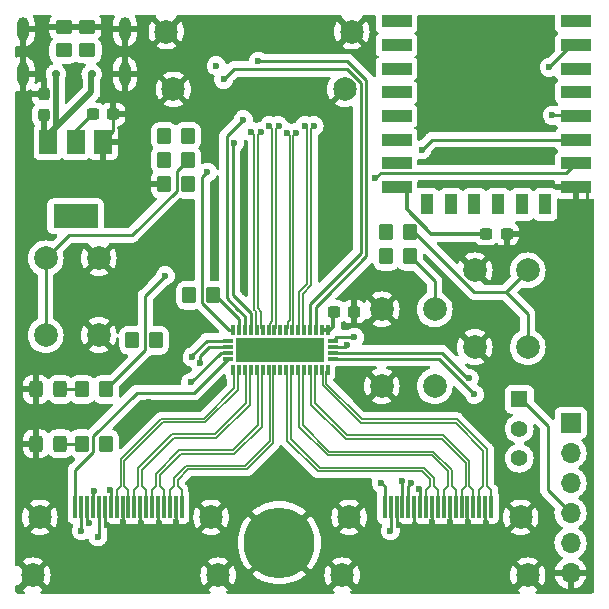
<source format=gbr>
%TF.GenerationSoftware,KiCad,Pcbnew,(6.0.10-0)*%
%TF.CreationDate,2022-12-29T22:01:01-08:00*%
%TF.ProjectId,HDMI-MUX,48444d49-2d4d-4555-982e-6b696361645f,rev?*%
%TF.SameCoordinates,Original*%
%TF.FileFunction,Copper,L1,Top*%
%TF.FilePolarity,Positive*%
%FSLAX46Y46*%
G04 Gerber Fmt 4.6, Leading zero omitted, Abs format (unit mm)*
G04 Created by KiCad (PCBNEW (6.0.10-0)) date 2022-12-29 22:01:01*
%MOMM*%
%LPD*%
G01*
G04 APERTURE LIST*
G04 Aperture macros list*
%AMRoundRect*
0 Rectangle with rounded corners*
0 $1 Rounding radius*
0 $2 $3 $4 $5 $6 $7 $8 $9 X,Y pos of 4 corners*
0 Add a 4 corners polygon primitive as box body*
4,1,4,$2,$3,$4,$5,$6,$7,$8,$9,$2,$3,0*
0 Add four circle primitives for the rounded corners*
1,1,$1+$1,$2,$3*
1,1,$1+$1,$4,$5*
1,1,$1+$1,$6,$7*
1,1,$1+$1,$8,$9*
0 Add four rect primitives between the rounded corners*
20,1,$1+$1,$2,$3,$4,$5,0*
20,1,$1+$1,$4,$5,$6,$7,0*
20,1,$1+$1,$6,$7,$8,$9,0*
20,1,$1+$1,$8,$9,$2,$3,0*%
G04 Aperture macros list end*
%TA.AperFunction,SMDPad,CuDef*%
%ADD10RoundRect,0.237500X-0.300000X-0.237500X0.300000X-0.237500X0.300000X0.237500X-0.300000X0.237500X0*%
%TD*%
%TA.AperFunction,SMDPad,CuDef*%
%ADD11RoundRect,0.237500X0.237500X-0.300000X0.237500X0.300000X-0.237500X0.300000X-0.237500X-0.300000X0*%
%TD*%
%TA.AperFunction,SMDPad,CuDef*%
%ADD12RoundRect,0.250000X-0.450000X0.350000X-0.450000X-0.350000X0.450000X-0.350000X0.450000X0.350000X0*%
%TD*%
%TA.AperFunction,SMDPad,CuDef*%
%ADD13R,1.500000X2.000000*%
%TD*%
%TA.AperFunction,SMDPad,CuDef*%
%ADD14R,3.800000X2.000000*%
%TD*%
%TA.AperFunction,ComponentPad*%
%ADD15O,1.000000X2.000000*%
%TD*%
%TA.AperFunction,SMDPad,CuDef*%
%ADD16RoundRect,0.250000X-0.325000X-0.450000X0.325000X-0.450000X0.325000X0.450000X-0.325000X0.450000X0*%
%TD*%
%TA.AperFunction,SMDPad,CuDef*%
%ADD17RoundRect,0.250000X-0.350000X-0.450000X0.350000X-0.450000X0.350000X0.450000X-0.350000X0.450000X0*%
%TD*%
%TA.AperFunction,SMDPad,CuDef*%
%ADD18RoundRect,0.008100X-0.126900X0.421900X-0.126900X-0.421900X0.126900X-0.421900X0.126900X0.421900X0*%
%TD*%
%TA.AperFunction,SMDPad,CuDef*%
%ADD19RoundRect,0.008100X-0.421900X-0.126900X0.421900X-0.126900X0.421900X0.126900X-0.421900X0.126900X0*%
%TD*%
%TA.AperFunction,SMDPad,CuDef*%
%ADD20R,7.550000X2.050000*%
%TD*%
%TA.AperFunction,ComponentPad*%
%ADD21C,0.400000*%
%TD*%
%TA.AperFunction,SMDPad,CuDef*%
%ADD22R,0.300000X1.900000*%
%TD*%
%TA.AperFunction,ComponentPad*%
%ADD23C,1.995000*%
%TD*%
%TA.AperFunction,SMDPad,CuDef*%
%ADD24RoundRect,0.250000X0.350000X0.450000X-0.350000X0.450000X-0.350000X-0.450000X0.350000X-0.450000X0*%
%TD*%
%TA.AperFunction,SMDPad,CuDef*%
%ADD25RoundRect,0.237500X0.300000X0.237500X-0.300000X0.237500X-0.300000X-0.237500X0.300000X-0.237500X0*%
%TD*%
%TA.AperFunction,ComponentPad*%
%ADD26R,1.700000X1.700000*%
%TD*%
%TA.AperFunction,ComponentPad*%
%ADD27O,1.700000X1.700000*%
%TD*%
%TA.AperFunction,ComponentPad*%
%ADD28C,2.000000*%
%TD*%
%TA.AperFunction,ComponentPad*%
%ADD29C,6.000000*%
%TD*%
%TA.AperFunction,SMDPad,CuDef*%
%ADD30R,2.500000X1.000000*%
%TD*%
%TA.AperFunction,SMDPad,CuDef*%
%ADD31R,1.000000X1.800000*%
%TD*%
%TA.AperFunction,ComponentPad*%
%ADD32R,1.408000X1.408000*%
%TD*%
%TA.AperFunction,ComponentPad*%
%ADD33C,1.408000*%
%TD*%
%TA.AperFunction,ViaPad*%
%ADD34C,0.600000*%
%TD*%
%TA.AperFunction,ViaPad*%
%ADD35C,0.700000*%
%TD*%
%TA.AperFunction,ViaPad*%
%ADD36C,0.800000*%
%TD*%
%TA.AperFunction,Conductor*%
%ADD37C,0.320000*%
%TD*%
%TA.AperFunction,Conductor*%
%ADD38C,0.500000*%
%TD*%
%TA.AperFunction,Conductor*%
%ADD39C,0.250000*%
%TD*%
%TA.AperFunction,Conductor*%
%ADD40C,0.290000*%
%TD*%
%TA.AperFunction,Conductor*%
%ADD41C,0.127000*%
%TD*%
G04 APERTURE END LIST*
D10*
%TO.P,C3,1*%
%TO.N,+3.3V*%
X29674750Y-28491250D03*
%TO.P,C3,2*%
%TO.N,GND*%
X31399750Y-28491250D03*
%TD*%
D11*
%TO.P,C2,1*%
%TO.N,VBUS*%
X25537250Y-28543750D03*
%TO.P,C2,2*%
%TO.N,GND*%
X25537250Y-26818750D03*
%TD*%
D12*
%TO.P,R1,1*%
%TO.N,GND*%
X27217250Y-21091250D03*
%TO.P,R1,2*%
%TO.N,Net-(J2-PadA5)*%
X27217250Y-23091250D03*
%TD*%
%TO.P,R2,1*%
%TO.N,GND*%
X29207250Y-21081250D03*
%TO.P,R2,2*%
%TO.N,Net-(J2-PadB5)*%
X29207250Y-23081250D03*
%TD*%
D13*
%TO.P,U2,1,GND*%
%TO.N,GND*%
X30527250Y-30831250D03*
%TO.P,U2,2,VO*%
%TO.N,+3.3V*%
X28227250Y-30831250D03*
D14*
X28227250Y-37131250D03*
D13*
%TO.P,U2,3,VI*%
%TO.N,VBUS*%
X25927250Y-30831250D03*
%TD*%
D15*
%TO.P,J2,S1,SHIELD*%
%TO.N,GND*%
X23737250Y-25081250D03*
%TO.P,J2,S2,SHIELD*%
X32377250Y-25081250D03*
%TO.P,J2,S3,SHIELD*%
X23737250Y-21281250D03*
%TO.P,J2,S4,SHIELD*%
X32377250Y-21281250D03*
%TD*%
D16*
%TO.P,D2,1,K*%
%TO.N,GND*%
X24883000Y-56388000D03*
%TO.P,D2,2,A*%
%TO.N,Net-(D2-Pad2)*%
X26933000Y-56388000D03*
%TD*%
%TO.P,D1,1,K*%
%TO.N,GND*%
X24880500Y-51788000D03*
%TO.P,D1,2,A*%
%TO.N,Net-(D1-Pad2)*%
X26930500Y-51788000D03*
%TD*%
D17*
%TO.P,R6,1*%
%TO.N,Net-(D2-Pad2)*%
X28785500Y-56388000D03*
%TO.P,R6,2*%
%TO.N,/LED2*%
X30785500Y-56388000D03*
%TD*%
%TO.P,R5,1*%
%TO.N,Net-(D1-Pad2)*%
X28785500Y-51788000D03*
%TO.P,R5,2*%
%TO.N,/LED1*%
X30785500Y-51788000D03*
%TD*%
D18*
%TO.P,U3,1,VCC*%
%TO.N,+3.3V*%
X49555250Y-46739500D03*
%TO.P,U3,2,EN*%
X49055250Y-46739500D03*
%TO.P,U3,3,SCL*%
%TO.N,/IN_SCL*%
X48555250Y-46739500D03*
%TO.P,U3,4,SDA*%
%TO.N,/IN_SDA*%
X48055250Y-46739500D03*
%TO.P,U3,5,D0+*%
%TO.N,/IN_D2+*%
X47555250Y-46739500D03*
%TO.P,U3,6,D0-*%
%TO.N,/IN_D2-*%
X47055250Y-46739500D03*
%TO.P,U3,7,D1+*%
%TO.N,/IN_D1+*%
X46555250Y-46739500D03*
%TO.P,U3,8,D1-*%
%TO.N,/IN_D1-*%
X46055250Y-46739500D03*
%TO.P,U3,9,NC_9*%
%TO.N,unconnected-(U3-Pad9)*%
X45555250Y-46739500D03*
%TO.P,U3,10,D2+*%
%TO.N,/IN_D0+*%
X45055250Y-46739500D03*
%TO.P,U3,11,D2-*%
%TO.N,/IN_D0-*%
X44555250Y-46739500D03*
%TO.P,U3,12,D3+*%
%TO.N,/IN_CLK+*%
X44055250Y-46739500D03*
%TO.P,U3,13,D3-*%
%TO.N,/IN_CLK-*%
X43555250Y-46739500D03*
%TO.P,U3,14,HPD*%
%TO.N,/IN_HPD*%
X43055250Y-46739500D03*
%TO.P,U3,15,CEC*%
%TO.N,/IN_CEC*%
X42555250Y-46739500D03*
%TO.P,U3,16,SEL1*%
%TO.N,Net-(R11-Pad1)*%
X42055250Y-46739500D03*
%TO.P,U3,17,SEL2*%
%TO.N,/MUX_A_SEL*%
X41555250Y-46739500D03*
D19*
%TO.P,U3,18,CEC_A*%
%TO.N,/P1_CEC*%
X41120250Y-47674500D03*
%TO.P,U3,19,HPD_A*%
%TO.N,/P1_HPD*%
X41120250Y-48174500D03*
%TO.P,U3,20,CEC_B*%
%TO.N,/P2_CEC*%
X41120250Y-48674500D03*
%TO.P,U3,21,HPD_B*%
%TO.N,/P2_HPD*%
X41120250Y-49174500D03*
D18*
%TO.P,U3,22,D3-B*%
%TO.N,/P2_CLK-*%
X41555250Y-50109500D03*
%TO.P,U3,23,D3+B*%
%TO.N,/P2_CLK+*%
X42055250Y-50109500D03*
%TO.P,U3,24,D2-B*%
%TO.N,/P2_D0-*%
X42555250Y-50109500D03*
%TO.P,U3,25,D2+B*%
%TO.N,/P2_D0+*%
X43055250Y-50109500D03*
%TO.P,U3,26,D1-B*%
%TO.N,/P2_D1-*%
X43555250Y-50109500D03*
%TO.P,U3,27,D1+B*%
%TO.N,/P2_D1+*%
X44055250Y-50109500D03*
%TO.P,U3,28,D0-B*%
%TO.N,/P2_D2-*%
X44555250Y-50109500D03*
%TO.P,U3,29,D0+B*%
%TO.N,/P2_D2+*%
X45055250Y-50109500D03*
%TO.P,U3,30,NC_30*%
%TO.N,unconnected-(U3-Pad30)*%
X45555250Y-50109500D03*
%TO.P,U3,31,D3-A*%
%TO.N,/P1_CLK-*%
X46055250Y-50109500D03*
%TO.P,U3,32,D3+A*%
%TO.N,/P1_CLK+*%
X46555250Y-50109500D03*
%TO.P,U3,33,D2-A*%
%TO.N,/P1_D0-*%
X47055250Y-50109500D03*
%TO.P,U3,34,D2+A*%
%TO.N,/P1_D0+*%
X47555250Y-50109500D03*
%TO.P,U3,35,D1-A*%
%TO.N,/P1_D1-*%
X48055250Y-50109500D03*
%TO.P,U3,36,D1+A*%
%TO.N,/P1_D1+*%
X48555250Y-50109500D03*
%TO.P,U3,37,D0-A*%
%TO.N,/P1_D2-*%
X49055250Y-50109500D03*
%TO.P,U3,38,D0+A*%
%TO.N,/P1_D2+*%
X49555250Y-50109500D03*
D19*
%TO.P,U3,39,SDA_B*%
%TO.N,/P2_SDA*%
X49990250Y-49174500D03*
%TO.P,U3,40,SCL_B*%
%TO.N,/P2_SCL*%
X49990250Y-48674500D03*
%TO.P,U3,41,SDA_A*%
%TO.N,/P1_SDA*%
X49990250Y-48174500D03*
%TO.P,U3,42,SCL_A*%
%TO.N,/P1_SCL*%
X49990250Y-47674500D03*
D20*
%TO.P,U3,43,GND*%
%TO.N,GND*%
X45555250Y-48424500D03*
D21*
%TO.P,U3,44,GND*%
X49080250Y-48424500D03*
%TO.P,U3,45,GND*%
X47895250Y-47649500D03*
%TO.P,U3,46,GND*%
X47895250Y-48424500D03*
%TO.P,U3,47,GND*%
X47895250Y-49199500D03*
%TO.P,U3,48,GND*%
X46725250Y-47649500D03*
%TO.P,U3,49,GND*%
X46725250Y-48424500D03*
%TO.P,U3,50,GND*%
X46725250Y-49199500D03*
%TO.P,U3,51,GND*%
X45555250Y-47649500D03*
%TO.P,U3,52,GND*%
X45555250Y-48424500D03*
%TO.P,U3,53,GND*%
X45555250Y-49199500D03*
%TO.P,U3,54,GND*%
X44385250Y-47649500D03*
%TO.P,U3,55,GND*%
X44385250Y-48424500D03*
%TO.P,U3,56,GND*%
X44385250Y-49199500D03*
%TO.P,U3,57,GND*%
X43215250Y-47649500D03*
%TO.P,U3,58,GND*%
X43215250Y-48424500D03*
%TO.P,U3,59,GND*%
X43215250Y-49199500D03*
%TO.P,U3,60,GND*%
X42030250Y-48424500D03*
%TD*%
D22*
%TO.P,J5,1,1*%
%TO.N,/P2_D2+*%
X37196000Y-61722000D03*
%TO.P,J5,2,2*%
%TO.N,GND*%
X36696000Y-61722000D03*
%TO.P,J5,3,3*%
%TO.N,/P2_D2-*%
X36196000Y-61722000D03*
%TO.P,J5,4,4*%
%TO.N,/P2_D1+*%
X35696000Y-61722000D03*
%TO.P,J5,5,5*%
%TO.N,GND*%
X35196000Y-61722000D03*
%TO.P,J5,6,6*%
%TO.N,/P2_D1-*%
X34696000Y-61722000D03*
%TO.P,J5,7,7*%
%TO.N,/P2_D0+*%
X34196000Y-61722000D03*
%TO.P,J5,8,8*%
%TO.N,GND*%
X33696000Y-61722000D03*
%TO.P,J5,9,9*%
%TO.N,/P2_D0-*%
X33196000Y-61722000D03*
%TO.P,J5,10,10*%
%TO.N,/P2_CLK+*%
X32696000Y-61722000D03*
%TO.P,J5,11,11*%
%TO.N,GND*%
X32196000Y-61722000D03*
%TO.P,J5,12,12*%
%TO.N,/P2_CLK-*%
X31696000Y-61722000D03*
%TO.P,J5,13,13*%
%TO.N,/P2_CEC*%
X31196000Y-61722000D03*
%TO.P,J5,14,14*%
%TO.N,GND*%
X30696000Y-61722000D03*
%TO.P,J5,15,15*%
%TO.N,/P2_SCL*%
X30196000Y-61722000D03*
%TO.P,J5,16,16*%
%TO.N,/P2_SDA*%
X29696000Y-61722000D03*
%TO.P,J5,17,17*%
%TO.N,GND*%
X29196000Y-61722000D03*
%TO.P,J5,18,18*%
%TO.N,+5V*%
X28696000Y-61722000D03*
%TO.P,J5,19,19*%
%TO.N,/P2_HPD*%
X28196000Y-61722000D03*
D23*
%TO.P,J5,S1,SHIELD*%
%TO.N,GND*%
X39696000Y-62622000D03*
%TO.P,J5,S2,SHIELD*%
X25196000Y-62622000D03*
%TO.P,J5,S3,SHIELD*%
X24596000Y-67522000D03*
%TO.P,J5,S4,SHIELD*%
X40296000Y-67522000D03*
%TD*%
D22*
%TO.P,J4,1,1*%
%TO.N,/P1_D2+*%
X63396000Y-61722000D03*
%TO.P,J4,2,2*%
%TO.N,GND*%
X62896000Y-61722000D03*
%TO.P,J4,3,3*%
%TO.N,/P1_D2-*%
X62396000Y-61722000D03*
%TO.P,J4,4,4*%
%TO.N,/P1_D1+*%
X61896000Y-61722000D03*
%TO.P,J4,5,5*%
%TO.N,GND*%
X61396000Y-61722000D03*
%TO.P,J4,6,6*%
%TO.N,/P1_D1-*%
X60896000Y-61722000D03*
%TO.P,J4,7,7*%
%TO.N,/P1_D0+*%
X60396000Y-61722000D03*
%TO.P,J4,8,8*%
%TO.N,GND*%
X59896000Y-61722000D03*
%TO.P,J4,9,9*%
%TO.N,/P1_D0-*%
X59396000Y-61722000D03*
%TO.P,J4,10,10*%
%TO.N,/P1_CLK+*%
X58896000Y-61722000D03*
%TO.P,J4,11,11*%
%TO.N,GND*%
X58396000Y-61722000D03*
%TO.P,J4,12,12*%
%TO.N,/P1_CLK-*%
X57896000Y-61722000D03*
%TO.P,J4,13,13*%
%TO.N,/P1_CEC*%
X57396000Y-61722000D03*
%TO.P,J4,14,14*%
%TO.N,GND*%
X56896000Y-61722000D03*
%TO.P,J4,15,15*%
%TO.N,/P1_SCL*%
X56396000Y-61722000D03*
%TO.P,J4,16,16*%
%TO.N,/P1_SDA*%
X55896000Y-61722000D03*
%TO.P,J4,17,17*%
%TO.N,GND*%
X55396000Y-61722000D03*
%TO.P,J4,18,18*%
%TO.N,+5V*%
X54896000Y-61722000D03*
%TO.P,J4,19,19*%
%TO.N,/P1_HPD*%
X54396000Y-61722000D03*
D23*
%TO.P,J4,S1,SHIELD*%
%TO.N,GND*%
X65896000Y-62622000D03*
%TO.P,J4,S2,SHIELD*%
X51396000Y-62622000D03*
%TO.P,J4,S3,SHIELD*%
X50796000Y-67522000D03*
%TO.P,J4,S4,SHIELD*%
X66496000Y-67522000D03*
%TD*%
D24*
%TO.P,R10,1*%
%TO.N,Net-(R10-Pad1)*%
X37703000Y-34417000D03*
%TO.P,R10,2*%
%TO.N,GND*%
X35703000Y-34417000D03*
%TD*%
D17*
%TO.P,R7,2*%
%TO.N,/LED1*%
X56499000Y-40513000D03*
%TO.P,R7,1*%
%TO.N,+3.3V*%
X54499000Y-40513000D03*
%TD*%
D25*
%TO.P,C4,2*%
%TO.N,+3.3V*%
X50064500Y-45212000D03*
%TO.P,C4,1*%
%TO.N,GND*%
X51789500Y-45212000D03*
%TD*%
D24*
%TO.P,R9,1*%
%TO.N,+3.3V*%
X35036000Y-47625000D03*
%TO.P,R9,2*%
%TO.N,/LED2*%
X33036000Y-47625000D03*
%TD*%
D25*
%TO.P,C1,1*%
%TO.N,GND*%
X64717000Y-38608000D03*
%TO.P,C1,2*%
%TO.N,+3.3V*%
X62992000Y-38608000D03*
%TD*%
D24*
%TO.P,R11,1*%
%TO.N,Net-(R11-Pad1)*%
X39862000Y-43815000D03*
%TO.P,R11,2*%
%TO.N,+3.3V*%
X37862000Y-43815000D03*
%TD*%
D26*
%TO.P,J1,1,Pin_1*%
%TO.N,unconnected-(J1-Pad1)*%
X70129000Y-54635000D03*
D27*
%TO.P,J1,2,Pin_2*%
%TO.N,/USB_RX*%
X70129000Y-57175000D03*
%TO.P,J1,3,Pin_3*%
%TO.N,/USB_TX*%
X70129000Y-59715000D03*
%TO.P,J1,4,Pin_4*%
%TO.N,Net-(J1-Pad4)*%
X70129000Y-62255000D03*
%TO.P,J1,5,Pin_5*%
%TO.N,unconnected-(J1-Pad5)*%
X70129000Y-64795000D03*
%TO.P,J1,6,Pin_6*%
%TO.N,GND*%
X70129000Y-67335000D03*
%TD*%
D28*
%TO.P,SW1,1,1*%
%TO.N,GND*%
X62012000Y-41708000D03*
X62012000Y-48208000D03*
%TO.P,SW1,2,2*%
%TO.N,Net-(R4-Pad2)*%
X66512000Y-41708000D03*
X66512000Y-48208000D03*
%TD*%
%TO.P,SW3,1,1*%
%TO.N,Net-(R8-Pad1)*%
X25690000Y-47192000D03*
X25690000Y-40692000D03*
%TO.P,SW3,2,2*%
%TO.N,GND*%
X30190000Y-40692000D03*
X30190000Y-47192000D03*
%TD*%
D17*
%TO.P,R3,1*%
%TO.N,+3.3V*%
X35703000Y-30353000D03*
%TO.P,R3,2*%
%TO.N,Net-(R3-Pad2)*%
X37703000Y-30353000D03*
%TD*%
D24*
%TO.P,R8,2*%
%TO.N,+3.3V*%
X35703000Y-32385000D03*
%TO.P,R8,1*%
%TO.N,Net-(R8-Pad1)*%
X37703000Y-32385000D03*
%TD*%
D17*
%TO.P,R4,1*%
%TO.N,+3.3V*%
X54499000Y-38481000D03*
%TO.P,R4,2*%
%TO.N,Net-(R4-Pad2)*%
X56499000Y-38481000D03*
%TD*%
D29*
%TO.P,REF\u002A\u002A,1*%
%TO.N,GND*%
X45466000Y-64770000D03*
%TD*%
D30*
%TO.P,U1,1,~{RST}*%
%TO.N,Net-(R4-Pad2)*%
X55392000Y-20630000D03*
%TO.P,U1,2,ADC*%
%TO.N,unconnected-(U1-Pad2)*%
X55392000Y-22630000D03*
%TO.P,U1,3,EN*%
%TO.N,Net-(R3-Pad2)*%
X55392000Y-24630000D03*
%TO.P,U1,4,GPIO16*%
%TO.N,Net-(R8-Pad1)*%
X55392000Y-26630000D03*
%TO.P,U1,5,GPIO14*%
%TO.N,unconnected-(U1-Pad5)*%
X55392000Y-28630000D03*
%TO.P,U1,6,GPIO12*%
%TO.N,/MUX_A_SEL*%
X55392000Y-30630000D03*
%TO.P,U1,7,GPIO13*%
%TO.N,unconnected-(U1-Pad7)*%
X55392000Y-32630000D03*
%TO.P,U1,8,VCC*%
%TO.N,+3.3V*%
X55392000Y-34630000D03*
D31*
%TO.P,U1,9,CS0*%
%TO.N,unconnected-(U1-Pad9)*%
X57992000Y-36130000D03*
%TO.P,U1,10,MISO*%
%TO.N,unconnected-(U1-Pad10)*%
X59992000Y-36130000D03*
%TO.P,U1,11,GPIO9*%
%TO.N,unconnected-(U1-Pad11)*%
X61992000Y-36130000D03*
%TO.P,U1,12,GPIO10*%
%TO.N,unconnected-(U1-Pad12)*%
X63992000Y-36130000D03*
%TO.P,U1,13,MOSI*%
%TO.N,unconnected-(U1-Pad13)*%
X65992000Y-36130000D03*
%TO.P,U1,14,SCLK*%
%TO.N,unconnected-(U1-Pad14)*%
X67992000Y-36130000D03*
D30*
%TO.P,U1,15,GND*%
%TO.N,GND*%
X70592000Y-34630000D03*
%TO.P,U1,16,GPIO15*%
%TO.N,Net-(R10-Pad1)*%
X70592000Y-32630000D03*
%TO.P,U1,17,GPIO2*%
%TO.N,/LED2*%
X70592000Y-30630000D03*
%TO.P,U1,18,GPIO0*%
%TO.N,/LED1*%
X70592000Y-28630000D03*
%TO.P,U1,19,GPIO4*%
%TO.N,unconnected-(U1-Pad19)*%
X70592000Y-26630000D03*
%TO.P,U1,20,GPIO5*%
%TO.N,unconnected-(U1-Pad20)*%
X70592000Y-24630000D03*
%TO.P,U1,21,GPIO3/RXD*%
%TO.N,/USB_TX*%
X70592000Y-22630000D03*
%TO.P,U1,22,GPIO1/TXD*%
%TO.N,/USB_RX*%
X70592000Y-20630000D03*
%TD*%
D32*
%TO.P,SW2,1,A*%
%TO.N,Net-(J1-Pad4)*%
X65786000Y-52618000D03*
D33*
%TO.P,SW2,2,B*%
%TO.N,+3.3V*%
X65786000Y-55118000D03*
%TO.P,SW2,3*%
%TO.N,N/C*%
X65786000Y-57618000D03*
%TD*%
D28*
%TO.P,SW4,1,1*%
%TO.N,/LED1*%
X58638000Y-45010000D03*
X58638000Y-51510000D03*
%TO.P,SW4,2,2*%
%TO.N,GND*%
X54138000Y-45010000D03*
X54138000Y-51510000D03*
%TD*%
D23*
%TO.P,J3,S1,SHIELD*%
%TO.N,GND*%
X51008750Y-26390500D03*
%TO.P,J3,S2,SHIELD*%
X36508750Y-26390500D03*
%TO.P,J3,S3,SHIELD*%
X35908750Y-21490500D03*
%TO.P,J3,S4,SHIELD*%
X51608750Y-21490500D03*
%TD*%
D34*
%TO.N,GND*%
X58420000Y-26670000D03*
X27940000Y-26416000D03*
X34671000Y-23876000D03*
X34417000Y-28448000D03*
X26289000Y-34036000D03*
X30226000Y-34036000D03*
X32766000Y-32766000D03*
X32893000Y-36068000D03*
X35941000Y-50165000D03*
X37338000Y-46482000D03*
X35814000Y-44958000D03*
X32639000Y-40132000D03*
X37338000Y-40513000D03*
X37211000Y-37211000D03*
X23876000Y-53721000D03*
X24003000Y-49530000D03*
X27813000Y-53975000D03*
X27686000Y-49149000D03*
X27940000Y-44704000D03*
X28067000Y-42291000D03*
X37719000Y-23622000D03*
X39878000Y-21463000D03*
X42672000Y-21590000D03*
X45847000Y-21590000D03*
X48387000Y-21590000D03*
X50419000Y-30480000D03*
X49784000Y-37084000D03*
X50038000Y-40259000D03*
X50038000Y-35687000D03*
X66294000Y-32512000D03*
X62230000Y-32004000D03*
X67310000Y-21590000D03*
X62230000Y-27559000D03*
X60198000Y-22098000D03*
X64262000Y-23495000D03*
X58039000Y-29083000D03*
X65278000Y-28321000D03*
X70739000Y-38862000D03*
X70358000Y-41910000D03*
X70358000Y-46101000D03*
X70104000Y-49530000D03*
X63119000Y-45085000D03*
X42545000Y-60579000D03*
X44704000Y-58293000D03*
X25527000Y-59436000D03*
X26416000Y-64897000D03*
X27559000Y-68326000D03*
X32258000Y-67310000D03*
X34671000Y-67183000D03*
X37338000Y-67437000D03*
X63373000Y-67945000D03*
X59182000Y-68072000D03*
X56261000Y-68072000D03*
X34417000Y-52832000D03*
X37592000Y-53213000D03*
X39116000Y-52705000D03*
X42545000Y-43561000D03*
X40132000Y-35941000D03*
X40132000Y-37338000D03*
X40005000Y-40386000D03*
X42545000Y-40513000D03*
X42545000Y-37211000D03*
X42545000Y-35560000D03*
X25273000Y-25019000D03*
D35*
%TO.N,VBUS*%
X26537250Y-25086250D03*
D34*
%TO.N,+3.3V*%
X29667250Y-36571250D03*
X26727250Y-36521250D03*
X26757250Y-37721250D03*
X27657250Y-36581250D03*
X28657250Y-36591250D03*
X28607250Y-37621250D03*
%TO.N,GND*%
X30527250Y-30821250D03*
%TO.N,+3.3V*%
X27857250Y-30211250D03*
X27627250Y-37591250D03*
X28607250Y-31461250D03*
X28137250Y-37131250D03*
%TO.N,GND*%
X30157250Y-31451250D03*
X30907250Y-31451250D03*
X25537250Y-26821250D03*
%TO.N,+3.3V*%
X28237250Y-30831250D03*
%TO.N,Net-(J2-PadB5)*%
X29207250Y-23081250D03*
%TO.N,GND*%
X30907250Y-30201250D03*
%TO.N,+3.3V*%
X29167250Y-37131250D03*
D35*
%TO.N,VBUS*%
X29577250Y-25086250D03*
D34*
%TO.N,+3.3V*%
X29674750Y-28491250D03*
X27857250Y-31441250D03*
X27137250Y-37091250D03*
%TO.N,Net-(J2-PadA5)*%
X27217250Y-23091250D03*
%TO.N,+3.3V*%
X29687250Y-37691250D03*
%TO.N,GND*%
X29187250Y-21101250D03*
X31399750Y-28491250D03*
%TO.N,+3.3V*%
X28597250Y-30211250D03*
%TO.N,GND*%
X27217250Y-21101250D03*
D36*
X24885500Y-51858000D03*
X24885500Y-56338000D03*
D34*
X30861000Y-25019000D03*
%TO.N,Net-(R3-Pad2)*%
X55372000Y-24511000D03*
X37703000Y-30353000D03*
%TO.N,Net-(R8-Pad1)*%
X55392000Y-26630000D03*
X37703000Y-32385000D03*
%TO.N,Net-(R4-Pad2)*%
X55392000Y-20630000D03*
X56499000Y-38481000D03*
%TO.N,Net-(R10-Pad1)*%
X37719000Y-34417000D03*
X53594000Y-33909000D03*
%TO.N,/MUX_A_SEL*%
X39370000Y-33401000D03*
X55392000Y-30630000D03*
D36*
%TO.N,+3.3V*%
X37846000Y-43815000D03*
D34*
%TO.N,GND*%
X47498000Y-25840998D03*
X46508778Y-25984100D03*
X45008730Y-25984107D03*
X43510116Y-25982791D03*
X42497338Y-25724124D03*
X40767000Y-28829000D03*
X35687000Y-34417000D03*
D36*
%TO.N,+3.3V*%
X35814000Y-32512000D03*
X35687000Y-30353000D03*
D34*
%TO.N,/LED1*%
X56499000Y-40513000D03*
X35814000Y-42164000D03*
%TO.N,/LED2*%
X30785500Y-56388000D03*
X57531000Y-31496000D03*
X33036000Y-47625000D03*
%TO.N,/USB_RX*%
X70592000Y-20630000D03*
%TO.N,/USB_TX*%
X68326000Y-24511000D03*
%TO.N,/IN_SCL*%
X43688000Y-24003000D03*
%TO.N,/IN_SDA*%
X40767000Y-25527000D03*
D36*
%TO.N,+3.3V*%
X50038000Y-45212000D03*
D34*
%TO.N,GND*%
X51816000Y-45212000D03*
%TO.N,/IN_HPD*%
X41665500Y-30895701D03*
%TO.N,/IN_CEC*%
X42418000Y-28956000D03*
D36*
%TO.N,+3.3V*%
X54483000Y-40513000D03*
X54483000Y-38481000D03*
X35052000Y-47625000D03*
D34*
%TO.N,/LED1*%
X68580000Y-28575000D03*
%TO.N,GND*%
X30861000Y-63246000D03*
%TO.N,/P2_SCL*%
X30099000Y-64262000D03*
%TO.N,/P2_SDA*%
X29780315Y-60349019D03*
%TO.N,GND*%
X29320500Y-63117703D03*
%TO.N,/P2_SDA*%
X61976000Y-52197000D03*
%TO.N,/P2_SCL*%
X61542731Y-50852269D03*
%TO.N,/P1_SDA*%
X51181000Y-48015500D03*
%TO.N,/P1_SCL*%
X51816000Y-47371000D03*
%TO.N,/P2_CEC*%
X37973000Y-51181000D03*
X31115000Y-60325000D03*
%TO.N,/P1_CEC*%
X38090500Y-49043441D03*
%TO.N,/P1_HPD*%
X38744500Y-49520257D03*
X54102000Y-59690500D03*
%TO.N,/P1_CEC*%
X57277000Y-60198000D03*
%TO.N,/P1_SDA*%
X55850000Y-59580733D03*
%TO.N,/P1_SCL*%
X56642000Y-59690000D03*
%TO.N,GND*%
X55626000Y-63246000D03*
X56942493Y-63262797D03*
%TO.N,+5V*%
X40132000Y-24384000D03*
X54864000Y-63754000D03*
X28702000Y-63754000D03*
%TO.N,GND*%
X58395941Y-63028431D03*
X59903164Y-63035270D03*
X61418413Y-63049079D03*
X62935457Y-63063235D03*
X32211851Y-63043277D03*
X33728126Y-63057302D03*
X35246299Y-63071602D03*
X36695970Y-63028403D03*
X64717000Y-38608000D03*
%TO.N,/IN_D2+*%
X48404750Y-29464000D03*
%TO.N,/IN_D2-*%
X47612750Y-29464000D03*
%TO.N,/IN_D1+*%
X46904750Y-30063351D03*
%TO.N,/IN_D1-*%
X46112750Y-30063351D03*
%TO.N,/IN_D0+*%
X45404750Y-29464000D03*
%TO.N,/IN_D0-*%
X44612750Y-29464000D03*
%TO.N,/IN_CLK+*%
X43904750Y-29972000D03*
%TO.N,/IN_CLK-*%
X43112750Y-29972000D03*
%TO.N,+3.3V*%
X62992000Y-38608000D03*
%TD*%
D37*
%TO.N,+3.3V*%
X49555250Y-46739500D02*
X49060250Y-46739500D01*
D38*
%TO.N,VBUS*%
X25927250Y-30831250D02*
X25927250Y-30521250D01*
D37*
%TO.N,+3.3V*%
X28237250Y-29928750D02*
X29674750Y-28491250D01*
D38*
%TO.N,VBUS*%
X26537250Y-25086250D02*
X26537250Y-29621250D01*
D37*
%TO.N,+3.3V*%
X28237250Y-30831250D02*
X28237250Y-29928750D01*
D38*
%TO.N,VBUS*%
X25927250Y-30231250D02*
X25927250Y-30831250D01*
D39*
%TO.N,GND*%
X31399750Y-28491250D02*
X31399750Y-29948750D01*
D38*
%TO.N,VBUS*%
X25537250Y-28543750D02*
X25537250Y-30441250D01*
X29567250Y-26591250D02*
X29567250Y-25096250D01*
X25537250Y-30441250D02*
X25927250Y-30831250D01*
X29567250Y-26591250D02*
X26492250Y-29666250D01*
X26492250Y-29666250D02*
X25927250Y-30231250D01*
D39*
%TO.N,GND*%
X25537250Y-26818750D02*
X25537250Y-26821250D01*
X31399750Y-29948750D02*
X30527250Y-30821250D01*
D38*
%TO.N,VBUS*%
X26537250Y-29621250D02*
X26492250Y-29666250D01*
X29567250Y-25096250D02*
X29577250Y-25086250D01*
D37*
%TO.N,+3.3V*%
X56290750Y-35018000D02*
X56290750Y-36548750D01*
X58350000Y-38608000D02*
X62992000Y-38608000D01*
X56290750Y-36548750D02*
X58350000Y-38608000D01*
D39*
%TO.N,Net-(R3-Pad2)*%
X55392000Y-24531000D02*
X55372000Y-24511000D01*
X55392000Y-24630000D02*
X55392000Y-24531000D01*
%TO.N,Net-(R10-Pad1)*%
X37703000Y-34417000D02*
X37719000Y-34417000D01*
X70592000Y-32630000D02*
X69767000Y-33455000D01*
X69767000Y-33455000D02*
X54048000Y-33455000D01*
X54048000Y-33455000D02*
X53594000Y-33909000D01*
%TO.N,/MUX_A_SEL*%
X38937000Y-33834000D02*
X39370000Y-33401000D01*
X41173327Y-46739500D02*
X38937000Y-44503173D01*
X38937000Y-44503173D02*
X38937000Y-33834000D01*
X41555250Y-46739500D02*
X41173327Y-46739500D01*
D37*
%TO.N,+3.3V*%
X37862000Y-43815000D02*
X37846000Y-43815000D01*
D39*
%TO.N,Net-(R8-Pad1)*%
X25690000Y-40692000D02*
X27647000Y-38735000D01*
X27647000Y-38735000D02*
X32998173Y-38735000D01*
X32998173Y-38735000D02*
X36778000Y-34955173D01*
X36778000Y-34955173D02*
X36778000Y-33310000D01*
X36778000Y-33310000D02*
X37703000Y-32385000D01*
X25690000Y-47192000D02*
X25690000Y-40692000D01*
%TO.N,GND*%
X35703000Y-34417000D02*
X35687000Y-34417000D01*
D37*
%TO.N,+3.3V*%
X35703000Y-32401000D02*
X35814000Y-32512000D01*
X35703000Y-32385000D02*
X35703000Y-32401000D01*
X35703000Y-30353000D02*
X35687000Y-30353000D01*
D39*
%TO.N,Net-(R11-Pad1)*%
X42055250Y-45863854D02*
X40006396Y-43815000D01*
%TO.N,/LED1*%
X34111000Y-43867000D02*
X35814000Y-42164000D01*
X34111000Y-48462500D02*
X34111000Y-43867000D01*
X30785500Y-51788000D02*
X34111000Y-48462500D01*
%TO.N,/LED2*%
X70592000Y-30630000D02*
X58397000Y-30630000D01*
X58397000Y-30630000D02*
X57531000Y-31496000D01*
%TO.N,/USB_TX*%
X70207000Y-22630000D02*
X70592000Y-22630000D01*
X68326000Y-24511000D02*
X70207000Y-22630000D01*
D40*
%TO.N,/IN_SDA*%
X48055250Y-46739500D02*
X48055250Y-44527750D01*
X51164832Y-24648000D02*
X41646000Y-24648000D01*
X48055250Y-44527750D02*
X52351250Y-40231750D01*
X52351250Y-40231750D02*
X52351250Y-25834418D01*
X52351250Y-25834418D02*
X51164832Y-24648000D01*
X41646000Y-24648000D02*
X40767000Y-25527000D01*
%TO.N,/IN_SCL*%
X51212796Y-24003000D02*
X43688000Y-24003000D01*
X52841250Y-25631454D02*
X51212796Y-24003000D01*
X52841250Y-40503750D02*
X52841250Y-25631454D01*
X49403000Y-43942000D02*
X52841250Y-40503750D01*
D37*
%TO.N,+3.3V*%
X49780500Y-46739500D02*
X49555250Y-46739500D01*
X49780500Y-46739500D02*
X50038000Y-46482000D01*
X50038000Y-46482000D02*
X50038000Y-45212000D01*
X50064500Y-45212000D02*
X50038000Y-45212000D01*
D39*
%TO.N,GND*%
X51789500Y-45212000D02*
X51816000Y-45212000D01*
D41*
%TO.N,/IN_D1+*%
X46555250Y-46739500D02*
X46555250Y-46690635D01*
X46555250Y-46690635D02*
X46656750Y-46589135D01*
X46656750Y-46589135D02*
X46656750Y-46205100D01*
X46668251Y-46193599D02*
X46668251Y-30299850D01*
%TO.N,/IN_D1-*%
X46164750Y-46103093D02*
X46349249Y-45918594D01*
%TO.N,/IN_D1+*%
X46656750Y-46205100D02*
X46668251Y-46193599D01*
X46668251Y-30299850D02*
X46904750Y-30063351D01*
%TO.N,/IN_D1-*%
X46055250Y-46739500D02*
X46164750Y-46630000D01*
X46349249Y-45918594D02*
X46349249Y-30299850D01*
X46164750Y-46630000D02*
X46164750Y-46103093D01*
X46349249Y-30299850D02*
X46112750Y-30063351D01*
%TO.N,/IN_D2+*%
X48404750Y-29464000D02*
X48168251Y-29700499D01*
%TO.N,/IN_D2-*%
X47145749Y-46649001D02*
X47055250Y-46739500D01*
%TO.N,/IN_D2+*%
X48168251Y-29700499D02*
X48168251Y-42989317D01*
X48168251Y-42989317D02*
X47464751Y-43692817D01*
X47464751Y-43692817D02*
X47464751Y-46649001D01*
X47464751Y-46649001D02*
X47555250Y-46739500D01*
%TO.N,/IN_D2-*%
X47612750Y-29464000D02*
X47849249Y-29700499D01*
X47849249Y-29700499D02*
X47849249Y-42857183D01*
X47849249Y-42857183D02*
X47145749Y-43560683D01*
X47145749Y-43560683D02*
X47145749Y-46649001D01*
D40*
%TO.N,/IN_SCL*%
X48555250Y-44789750D02*
X49403000Y-43942000D01*
X48555250Y-46739500D02*
X48555250Y-44789750D01*
%TO.N,/IN_HPD*%
X41511000Y-43797000D02*
X41511000Y-40259000D01*
X41511000Y-40259000D02*
X41511000Y-31050201D01*
X42799000Y-45085000D02*
X41511000Y-43797000D01*
X41511000Y-31050201D02*
X41665500Y-30895701D01*
%TO.N,/IN_CEC*%
X41021000Y-44069000D02*
X41021000Y-30734000D01*
X42418000Y-28956000D02*
X41021000Y-30353000D01*
X41021000Y-30353000D02*
X41021000Y-30734000D01*
X41910000Y-44958000D02*
X41021000Y-44069000D01*
D41*
%TO.N,/IN_CLK+*%
X43945750Y-46630000D02*
X43945750Y-45202937D01*
X43668251Y-30208499D02*
X43904750Y-29972000D01*
%TO.N,/IN_CLK-*%
X43555250Y-46690635D02*
X43463750Y-46599135D01*
%TO.N,/IN_CLK+*%
X43945750Y-45202937D02*
X43668251Y-44925438D01*
X43668251Y-44925438D02*
X43668251Y-30208499D01*
X44055250Y-46739500D02*
X43945750Y-46630000D01*
%TO.N,/IN_CLK-*%
X43463750Y-46599135D02*
X43463750Y-45172045D01*
X43349249Y-30208499D02*
X43112750Y-29972000D01*
X43463750Y-45172045D02*
X43349249Y-45057543D01*
X43349249Y-45057543D02*
X43349249Y-30208499D01*
D39*
%TO.N,Net-(R11-Pad1)*%
X42055250Y-46739500D02*
X42055250Y-45863854D01*
D40*
%TO.N,/IN_CEC*%
X42555250Y-46739500D02*
X42555250Y-45603250D01*
X42555250Y-45603250D02*
X41910000Y-44958000D01*
%TO.N,/IN_HPD*%
X43055250Y-45341250D02*
X42799000Y-45085000D01*
X43055250Y-46739500D02*
X43055250Y-45341250D01*
D37*
%TO.N,+3.3V*%
X54499000Y-40513000D02*
X54483000Y-40513000D01*
X54499000Y-38481000D02*
X54483000Y-38481000D01*
X35036000Y-47625000D02*
X35052000Y-47625000D01*
D39*
%TO.N,/LED1*%
X68580000Y-28575000D02*
X70537000Y-28575000D01*
X70537000Y-28575000D02*
X70592000Y-28630000D01*
X56499000Y-40513000D02*
X58638000Y-42652000D01*
X58638000Y-42652000D02*
X58638000Y-45010000D01*
%TO.N,Net-(R4-Pad2)*%
X64659000Y-43561000D02*
X61991167Y-43561000D01*
X61991167Y-43561000D02*
X56911167Y-38481000D01*
X56911167Y-38481000D02*
X56499000Y-38481000D01*
%TO.N,Net-(D2-Pad2)*%
X26933000Y-56388000D02*
X28785500Y-56388000D01*
%TO.N,Net-(D1-Pad2)*%
X28785500Y-51788000D02*
X26930500Y-51788000D01*
%TO.N,Net-(R4-Pad2)*%
X64659000Y-43561000D02*
X66512000Y-45414000D01*
X66512000Y-45414000D02*
X66512000Y-48208000D01*
X64659000Y-43561000D02*
X66512000Y-41708000D01*
%TO.N,Net-(J1-Pad4)*%
X68199000Y-60325000D02*
X68199000Y-54864000D01*
X65786000Y-52618000D02*
X65953000Y-52618000D01*
X65953000Y-52618000D02*
X68199000Y-54864000D01*
X70129000Y-62255000D02*
X68199000Y-60325000D01*
%TO.N,GND*%
X30696000Y-63081000D02*
X30861000Y-63246000D01*
X30696000Y-61722000D02*
X30696000Y-63081000D01*
D40*
%TO.N,/P2_SCL*%
X30196000Y-61722000D02*
X30196000Y-64165000D01*
X30196000Y-64165000D02*
X30099000Y-64262000D01*
D41*
%TO.N,/P1_D1-*%
X61236500Y-59956499D02*
X61236500Y-58011318D01*
%TO.N,/P1_D1+*%
X61896000Y-60296999D02*
X61555500Y-59956499D01*
%TO.N,/P1_CLK+*%
X58896000Y-61722000D02*
X58896000Y-60296999D01*
%TO.N,/P1_D1+*%
X51211318Y-55685000D02*
X48464751Y-52938433D01*
%TO.N,/P1_CLK+*%
X58896000Y-60296999D02*
X58555500Y-59956499D01*
%TO.N,/P1_D1-*%
X59229182Y-56004000D02*
X51079182Y-56004000D01*
%TO.N,/P2_CLK+*%
X41964751Y-50199999D02*
X42055250Y-50109500D01*
X32696000Y-60296999D02*
X32355500Y-59956499D01*
%TO.N,/P1_D1-*%
X60896000Y-61722000D02*
X60896000Y-60296999D01*
%TO.N,/P2_D1+*%
X43964751Y-50199999D02*
X44055250Y-50109500D01*
%TO.N,/P2_D0-*%
X33536500Y-59956499D02*
X33536500Y-58457682D01*
%TO.N,/P1_D2-*%
X52349182Y-54634000D02*
X49145749Y-51430567D01*
%TO.N,/P2_D2+*%
X44964751Y-56330567D02*
X44964751Y-50199999D01*
%TO.N,/P2_D1-*%
X34696000Y-60296999D02*
X35036500Y-59956499D01*
%TO.N,/P1_D0-*%
X47145749Y-50199999D02*
X47055250Y-50109500D01*
%TO.N,/P1_D1-*%
X48145749Y-50199999D02*
X48055250Y-50109500D01*
%TO.N,/P1_CLK-*%
X46145749Y-56130567D02*
X46145749Y-50199999D01*
%TO.N,/P2_CLK-*%
X35469182Y-54255000D02*
X39059182Y-54255000D01*
%TO.N,/P1_CLK+*%
X46464751Y-50199999D02*
X46555250Y-50109500D01*
%TO.N,/P1_CLK-*%
X48749182Y-58734000D02*
X46145749Y-56130567D01*
%TO.N,/P2_D0+*%
X36541318Y-55904000D02*
X40151318Y-55904000D01*
%TO.N,/P1_D2-*%
X49145749Y-51430567D02*
X49145749Y-50199999D01*
%TO.N,/P1_D0+*%
X47464751Y-54828433D02*
X47464751Y-50199999D01*
%TO.N,/P2_D0+*%
X33855500Y-59956499D02*
X33855500Y-58589818D01*
%TO.N,/P2_D2-*%
X42599182Y-58245000D02*
X44645749Y-56198433D01*
%TO.N,/P1_D0-*%
X59736500Y-58731318D02*
X58379182Y-57374000D01*
%TO.N,/P1_CLK-*%
X58236500Y-59956499D02*
X58236500Y-59391318D01*
X46145749Y-50199999D02*
X46055250Y-50109500D01*
%TO.N,/P2_D1+*%
X35355500Y-59956499D02*
X35355500Y-59059818D01*
%TO.N,/P1_D1-*%
X51079182Y-56004000D02*
X48145749Y-53070567D01*
%TO.N,/P1_D2+*%
X60521318Y-54315000D02*
X52481318Y-54315000D01*
%TO.N,/P2_D0+*%
X33855500Y-58589818D02*
X36541318Y-55904000D01*
%TO.N,/P1_D1+*%
X61896000Y-61722000D02*
X61896000Y-60296999D01*
%TO.N,/P1_D2+*%
X49464751Y-50199999D02*
X49555250Y-50109500D01*
%TO.N,/P2_CLK+*%
X35601318Y-54574000D02*
X39191318Y-54574000D01*
%TO.N,/P1_D2+*%
X63055500Y-56849182D02*
X60521318Y-54315000D01*
%TO.N,/P2_D0-*%
X33196000Y-60296999D02*
X33536500Y-59956499D01*
%TO.N,/P2_CLK-*%
X41645749Y-50199999D02*
X41555250Y-50109500D01*
%TO.N,/P1_D0-*%
X59396000Y-61722000D02*
X59396000Y-60296999D01*
%TO.N,/P1_D1-*%
X61236500Y-58011318D02*
X59229182Y-56004000D01*
%TO.N,/P2_D0-*%
X42645749Y-52958433D02*
X42645749Y-50199999D01*
%TO.N,/P2_D0+*%
X34196000Y-60296999D02*
X33855500Y-59956499D01*
%TO.N,/P1_D0+*%
X60396000Y-60296999D02*
X60055500Y-59956499D01*
%TO.N,/P1_D2-*%
X62396000Y-61722000D02*
X62396000Y-60296999D01*
%TO.N,/P1_D2+*%
X63396000Y-60296999D02*
X63055500Y-59956499D01*
%TO.N,/P2_D2-*%
X36196000Y-61722000D02*
X36196000Y-60296999D01*
%TO.N,/P2_D2+*%
X42731318Y-58564000D02*
X44964751Y-56330567D01*
%TO.N,/P1_D0+*%
X58511318Y-57055000D02*
X49691318Y-57055000D01*
%TO.N,/P2_D0-*%
X36409182Y-55585000D02*
X40019182Y-55585000D01*
%TO.N,/P1_D0-*%
X49559182Y-57374000D02*
X47145749Y-54960567D01*
%TO.N,/P2_D1+*%
X35696000Y-61722000D02*
X35696000Y-60296999D01*
%TO.N,/P2_D2-*%
X44645749Y-50199999D02*
X44555250Y-50109500D01*
%TO.N,/P2_D2+*%
X37196000Y-60296999D02*
X36855500Y-59956499D01*
%TO.N,/P1_CLK-*%
X58236500Y-59391318D02*
X57579182Y-58734000D01*
%TO.N,/P1_D0-*%
X59396000Y-60296999D02*
X59736500Y-59956499D01*
%TO.N,/P1_D2+*%
X63055500Y-59956499D02*
X63055500Y-56849182D01*
%TO.N,/P1_D1-*%
X60896000Y-60296999D02*
X61236500Y-59956499D01*
%TO.N,/P1_CLK+*%
X58555500Y-59259182D02*
X57711318Y-58415000D01*
%TO.N,/P2_D1-*%
X43645749Y-50199999D02*
X43555250Y-50109500D01*
%TO.N,/P1_CLK+*%
X46464751Y-55998433D02*
X46464751Y-50199999D01*
%TO.N,/P2_CLK-*%
X32036500Y-57687682D02*
X35469182Y-54255000D01*
%TO.N,/P2_CLK+*%
X32355500Y-57819818D02*
X35601318Y-54574000D01*
%TO.N,/P1_CLK+*%
X58555500Y-59956499D02*
X58555500Y-59259182D01*
%TO.N,/P1_D1+*%
X61555500Y-59956499D02*
X61555500Y-57879182D01*
%TO.N,/P2_D2-*%
X36196000Y-60296999D02*
X36536500Y-59956499D01*
%TO.N,/P2_D1+*%
X41641318Y-57264000D02*
X43964751Y-54940567D01*
%TO.N,/P1_D0+*%
X60055500Y-59956499D02*
X60055500Y-58599182D01*
%TO.N,/P2_D1-*%
X35036500Y-58927682D02*
X37019182Y-56945000D01*
%TO.N,/P1_D0-*%
X58379182Y-57374000D02*
X49559182Y-57374000D01*
%TO.N,/P2_D0+*%
X42964751Y-53090567D02*
X42964751Y-50199999D01*
%TO.N,/P1_D0+*%
X47464751Y-50199999D02*
X47555250Y-50109500D01*
%TO.N,/P1_D2-*%
X60389182Y-54634000D02*
X52349182Y-54634000D01*
%TO.N,/P2_D0+*%
X40151318Y-55904000D02*
X42964751Y-53090567D01*
%TO.N,/P2_D2+*%
X36855500Y-59429818D02*
X37721318Y-58564000D01*
%TO.N,/P2_D1+*%
X43964751Y-54940567D02*
X43964751Y-50199999D01*
%TO.N,/P2_D2-*%
X37589182Y-58245000D02*
X42599182Y-58245000D01*
%TO.N,/P2_CLK+*%
X32355500Y-59956499D02*
X32355500Y-57819818D01*
%TO.N,/P1_D1+*%
X61555500Y-57879182D02*
X59361318Y-55685000D01*
%TO.N,/P2_CLK+*%
X41964751Y-51800567D02*
X41964751Y-50199999D01*
%TO.N,/P2_D0+*%
X34196000Y-61722000D02*
X34196000Y-60296999D01*
%TO.N,/P1_D1+*%
X59361318Y-55685000D02*
X51211318Y-55685000D01*
%TO.N,/P2_D2+*%
X36855500Y-59956499D02*
X36855500Y-59429818D01*
%TO.N,/P1_CLK-*%
X57579182Y-58734000D02*
X48749182Y-58734000D01*
%TO.N,/P2_CLK-*%
X32036500Y-59956499D02*
X32036500Y-57687682D01*
%TO.N,/P1_D1+*%
X48464751Y-50199999D02*
X48555250Y-50109500D01*
%TO.N,/P1_CLK-*%
X57896000Y-61722000D02*
X57896000Y-60296999D01*
%TO.N,/P2_CLK+*%
X32696000Y-61722000D02*
X32696000Y-60296999D01*
%TO.N,/P1_D0+*%
X60396000Y-61722000D02*
X60396000Y-60296999D01*
%TO.N,/P2_CLK-*%
X31696000Y-61722000D02*
X31696000Y-60296999D01*
%TO.N,/P1_CLK-*%
X57896000Y-60296999D02*
X58236500Y-59956499D01*
%TO.N,/P1_D2-*%
X62736500Y-59956499D02*
X62736500Y-56981318D01*
%TO.N,/P2_D1+*%
X35355500Y-59059818D02*
X37151318Y-57264000D01*
%TO.N,/P2_D1-*%
X37019182Y-56945000D02*
X41509182Y-56945000D01*
X41509182Y-56945000D02*
X43645749Y-54808433D01*
%TO.N,/P2_CLK-*%
X31696000Y-60296999D02*
X32036500Y-59956499D01*
%TO.N,/P1_D0-*%
X47145749Y-54960567D02*
X47145749Y-50199999D01*
%TO.N,/P1_D0+*%
X49691318Y-57055000D02*
X47464751Y-54828433D01*
%TO.N,/P1_D2-*%
X62736500Y-56981318D02*
X60389182Y-54634000D01*
%TO.N,/P2_D1+*%
X35696000Y-60296999D02*
X35355500Y-59956499D01*
%TO.N,/P2_D0-*%
X42645749Y-50199999D02*
X42555250Y-50109500D01*
%TO.N,/P2_D1-*%
X34696000Y-61722000D02*
X34696000Y-60296999D01*
%TO.N,/P2_D2+*%
X44964751Y-50199999D02*
X45055250Y-50109500D01*
%TO.N,/P1_D2+*%
X49464751Y-51298433D02*
X49464751Y-50199999D01*
%TO.N,/P2_D2-*%
X44645749Y-56198433D02*
X44645749Y-50199999D01*
%TO.N,/P1_D0-*%
X59736500Y-59956499D02*
X59736500Y-58731318D01*
%TO.N,/P1_D0+*%
X60055500Y-58599182D02*
X58511318Y-57055000D01*
%TO.N,/P2_D2-*%
X36536500Y-59956499D02*
X36536500Y-59297682D01*
%TO.N,/P2_D0-*%
X33536500Y-58457682D02*
X36409182Y-55585000D01*
%TO.N,/P2_CLK-*%
X39059182Y-54255000D02*
X41645749Y-51668433D01*
%TO.N,/P2_CLK+*%
X39191318Y-54574000D02*
X41964751Y-51800567D01*
%TO.N,/P2_D0+*%
X42964751Y-50199999D02*
X43055250Y-50109500D01*
%TO.N,/P1_D1-*%
X48145749Y-53070567D02*
X48145749Y-50199999D01*
%TO.N,/P2_D1-*%
X35036500Y-59956499D02*
X35036500Y-58927682D01*
%TO.N,/P1_D2-*%
X62396000Y-60296999D02*
X62736500Y-59956499D01*
%TO.N,/P1_D2+*%
X63396000Y-61722000D02*
X63396000Y-60296999D01*
%TO.N,/P2_D2+*%
X37721318Y-58564000D02*
X42731318Y-58564000D01*
%TO.N,/P2_D2-*%
X36536500Y-59297682D02*
X37589182Y-58245000D01*
%TO.N,/P1_D1+*%
X48464751Y-52938433D02*
X48464751Y-50199999D01*
%TO.N,/P2_D0-*%
X40019182Y-55585000D02*
X42645749Y-52958433D01*
%TO.N,/P1_D2+*%
X52481318Y-54315000D02*
X49464751Y-51298433D01*
%TO.N,/P1_CLK+*%
X57711318Y-58415000D02*
X48881318Y-58415000D01*
%TO.N,/P2_CLK-*%
X41645749Y-51668433D02*
X41645749Y-50199999D01*
%TO.N,/P2_D0-*%
X33196000Y-61722000D02*
X33196000Y-60296999D01*
%TO.N,/P2_D2+*%
X37196000Y-61722000D02*
X37196000Y-60296999D01*
%TO.N,/P1_CLK+*%
X48881318Y-58415000D02*
X46464751Y-55998433D01*
%TO.N,/P2_D1+*%
X37151318Y-57264000D02*
X41641318Y-57264000D01*
%TO.N,/P2_D1-*%
X43645749Y-54808433D02*
X43645749Y-50199999D01*
%TO.N,/P1_D2-*%
X49145749Y-50199999D02*
X49055250Y-50109500D01*
D40*
%TO.N,/P2_SDA*%
X29780315Y-60349019D02*
X29696000Y-60433334D01*
X29696000Y-60433334D02*
X29696000Y-61722000D01*
D39*
%TO.N,GND*%
X29196000Y-61722000D02*
X29196000Y-62993203D01*
X29196000Y-62993203D02*
X29320500Y-63117703D01*
D40*
%TO.N,/P2_SCL*%
X59215500Y-48674500D02*
X61393269Y-50852269D01*
X61393269Y-50852269D02*
X61542731Y-50852269D01*
%TO.N,/P2_SDA*%
X58953500Y-49174500D02*
X61976000Y-52197000D01*
X49990250Y-49174500D02*
X58953500Y-49174500D01*
%TO.N,/P2_SCL*%
X49990250Y-48674500D02*
X59215500Y-48674500D01*
%TO.N,/P1_SDA*%
X49990250Y-48174500D02*
X51022000Y-48174500D01*
X51022000Y-48174500D02*
X51181000Y-48015500D01*
%TO.N,/P1_SCL*%
X51816000Y-47371000D02*
X50293750Y-47371000D01*
X50293750Y-47371000D02*
X49990250Y-47674500D01*
%TO.N,/P2_HPD*%
X29730500Y-57084457D02*
X28196000Y-58618957D01*
X29730500Y-55740500D02*
X29730500Y-57084457D01*
X33401000Y-52070000D02*
X29730500Y-55740500D01*
X38224750Y-52070000D02*
X33401000Y-52070000D01*
X41120250Y-49174500D02*
X38224750Y-52070000D01*
X28196000Y-58618957D02*
X28196000Y-61722000D01*
%TO.N,/P2_CEC*%
X37973000Y-51181000D02*
X37995925Y-51181000D01*
X37995925Y-51181000D02*
X40502425Y-48674500D01*
X31196000Y-61722000D02*
X31196000Y-60406000D01*
X31196000Y-60406000D02*
X31115000Y-60325000D01*
X31115000Y-60325000D02*
X31115000Y-60427000D01*
X41120250Y-48674500D02*
X40502425Y-48674500D01*
%TO.N,/P1_CEC*%
X38090500Y-48904500D02*
X38090500Y-49043441D01*
X38100000Y-48895000D02*
X38090500Y-48904500D01*
%TO.N,/P1_HPD*%
X38744500Y-49520257D02*
X38735000Y-49510757D01*
X54396000Y-61722000D02*
X54396000Y-59984500D01*
X54396000Y-59984500D02*
X54102000Y-59690500D01*
X39513464Y-48174500D02*
X41120250Y-48174500D01*
X38735000Y-49510757D02*
X38735000Y-48952964D01*
X38735000Y-48952964D02*
X39513464Y-48174500D01*
%TO.N,/P1_CEC*%
X41120250Y-47674500D02*
X39320500Y-47674500D01*
X39320500Y-47674500D02*
X38100000Y-48895000D01*
X57396000Y-61722000D02*
X57396000Y-60317000D01*
X57396000Y-60317000D02*
X57277000Y-60198000D01*
%TO.N,/P1_SDA*%
X55896000Y-59626733D02*
X55850000Y-59580733D01*
X55896000Y-61722000D02*
X55896000Y-59626733D01*
%TO.N,/P1_SCL*%
X56396000Y-59936000D02*
X56642000Y-59690000D01*
X56396000Y-61722000D02*
X56396000Y-59936000D01*
D39*
%TO.N,GND*%
X55396000Y-61722000D02*
X55396000Y-63016000D01*
X55396000Y-63016000D02*
X55626000Y-63246000D01*
X56896000Y-63216304D02*
X56942493Y-63262797D01*
X56896000Y-61722000D02*
X56896000Y-63216304D01*
%TO.N,+5V*%
X54896000Y-63722000D02*
X54864000Y-63754000D01*
X54896000Y-61722000D02*
X54896000Y-63722000D01*
X28696000Y-63748000D02*
X28702000Y-63754000D01*
X28696000Y-61722000D02*
X28696000Y-63748000D01*
%TO.N,GND*%
X58396000Y-63028372D02*
X58395941Y-63028431D01*
X58396000Y-61722000D02*
X58396000Y-63028372D01*
X59896000Y-63028106D02*
X59903164Y-63035270D01*
X59896000Y-61722000D02*
X59896000Y-63028106D01*
X61396000Y-63026666D02*
X61418413Y-63049079D01*
X61396000Y-61722000D02*
X61396000Y-63026666D01*
X62896000Y-63023778D02*
X62935457Y-63063235D01*
X62896000Y-61722000D02*
X62896000Y-63023778D01*
X32196000Y-63027426D02*
X32211851Y-63043277D01*
X32196000Y-61722000D02*
X32196000Y-63027426D01*
X33696000Y-63025176D02*
X33728126Y-63057302D01*
X33696000Y-61722000D02*
X33696000Y-63025176D01*
X35196000Y-63021303D02*
X35246299Y-63071602D01*
X35196000Y-61722000D02*
X35196000Y-63021303D01*
X36696000Y-63028373D02*
X36695970Y-63028403D01*
X36696000Y-61722000D02*
X36696000Y-63028373D01*
X71490750Y-35968000D02*
X71490750Y-35018000D01*
X68850750Y-38608000D02*
X71490750Y-35968000D01*
X64717000Y-38608000D02*
X68850750Y-38608000D01*
D41*
%TO.N,/IN_D0+*%
X45168251Y-46193599D02*
X45156750Y-46205100D01*
X45055250Y-46690635D02*
X45055250Y-46739500D01*
X45404750Y-29464000D02*
X45168251Y-29700499D01*
X45156750Y-46205100D02*
X45156750Y-46589135D01*
X45156750Y-46589135D02*
X45055250Y-46690635D01*
X45168251Y-29700499D02*
X45168251Y-46193599D01*
%TO.N,/IN_D0-*%
X44664750Y-46208413D02*
X44664750Y-46630000D01*
X44612750Y-29464000D02*
X44849249Y-29700499D01*
X44849249Y-46023914D02*
X44664750Y-46208413D01*
X44849249Y-29700499D02*
X44849249Y-46023914D01*
X44664750Y-46630000D02*
X44555250Y-46739500D01*
%TO.N,/IN_CLK-*%
X43555250Y-46690635D02*
X43555250Y-46739500D01*
%TD*%
%TA.AperFunction,Conductor*%
%TO.N,GND*%
G36*
X26136817Y-20086502D02*
G01*
X26183310Y-20140158D01*
X26193414Y-20210432D01*
X26167576Y-20270595D01*
X26164497Y-20274493D01*
X26079434Y-20412493D01*
X26073287Y-20425674D01*
X26022112Y-20579960D01*
X26019245Y-20593336D01*
X26009578Y-20687688D01*
X26009250Y-20694105D01*
X26009250Y-20819135D01*
X26013725Y-20834374D01*
X26015115Y-20835579D01*
X26022798Y-20837250D01*
X27941135Y-20837250D01*
X27957809Y-20832354D01*
X27993307Y-20827250D01*
X30397134Y-20827250D01*
X30412373Y-20822775D01*
X30413578Y-20821385D01*
X30415249Y-20813702D01*
X30415249Y-20684155D01*
X30414912Y-20677636D01*
X30404993Y-20582044D01*
X30402101Y-20568650D01*
X30350662Y-20414466D01*
X30344488Y-20401288D01*
X30256316Y-20258803D01*
X30237478Y-20190351D01*
X30258639Y-20122581D01*
X30313080Y-20077010D01*
X30363460Y-20066500D01*
X31406803Y-20066500D01*
X31474924Y-20086502D01*
X31521417Y-20140158D01*
X31531521Y-20210432D01*
X31517217Y-20253202D01*
X31449246Y-20376839D01*
X31444416Y-20388108D01*
X31388370Y-20564788D01*
X31385820Y-20576782D01*
X31369643Y-20721011D01*
X31369250Y-20728035D01*
X31369250Y-21009135D01*
X31373725Y-21024374D01*
X31375115Y-21025579D01*
X31382798Y-21027250D01*
X33367135Y-21027250D01*
X33382374Y-21022775D01*
X33383579Y-21021385D01*
X33385250Y-21013702D01*
X33385250Y-20734593D01*
X33384949Y-20728445D01*
X33371438Y-20590647D01*
X33369055Y-20578612D01*
X33315483Y-20401174D01*
X33310809Y-20389834D01*
X33237338Y-20251653D01*
X33223019Y-20182115D01*
X33248567Y-20115875D01*
X33305872Y-20073962D01*
X33348590Y-20066500D01*
X34934005Y-20066500D01*
X35002126Y-20086502D01*
X35048619Y-20140158D01*
X35058723Y-20210432D01*
X35045144Y-20239341D01*
X35041957Y-20258573D01*
X35046445Y-20268984D01*
X35895939Y-21118479D01*
X35909882Y-21126092D01*
X35911716Y-21125961D01*
X35918330Y-21121710D01*
X36768015Y-20272024D01*
X36775626Y-20258086D01*
X36775222Y-20252436D01*
X36756219Y-20201491D01*
X36771309Y-20132117D01*
X36821510Y-20081914D01*
X36881898Y-20066500D01*
X50634005Y-20066500D01*
X50702126Y-20086502D01*
X50748619Y-20140158D01*
X50758723Y-20210432D01*
X50745144Y-20239341D01*
X50741957Y-20258573D01*
X50746445Y-20268984D01*
X51595939Y-21118479D01*
X51609882Y-21126092D01*
X51611716Y-21125961D01*
X51618330Y-21121710D01*
X52468015Y-20272024D01*
X52475626Y-20258086D01*
X52475222Y-20252436D01*
X52456219Y-20201491D01*
X52471309Y-20132117D01*
X52521510Y-20081914D01*
X52581898Y-20066500D01*
X53507500Y-20066500D01*
X53575621Y-20086502D01*
X53622114Y-20140158D01*
X53633500Y-20192500D01*
X53633500Y-21178134D01*
X53640255Y-21240316D01*
X53691385Y-21376705D01*
X53778739Y-21493261D01*
X53826660Y-21529176D01*
X53869173Y-21586033D01*
X53874199Y-21656851D01*
X53840139Y-21719145D01*
X53826670Y-21730817D01*
X53778739Y-21766739D01*
X53691385Y-21883295D01*
X53640255Y-22019684D01*
X53633500Y-22081866D01*
X53633500Y-23178134D01*
X53640255Y-23240316D01*
X53691385Y-23376705D01*
X53778739Y-23493261D01*
X53826660Y-23529176D01*
X53869173Y-23586033D01*
X53874199Y-23656851D01*
X53840139Y-23719145D01*
X53826670Y-23730817D01*
X53778739Y-23766739D01*
X53691385Y-23883295D01*
X53640255Y-24019684D01*
X53633500Y-24081866D01*
X53633500Y-25178134D01*
X53633868Y-25181526D01*
X53633869Y-25181536D01*
X53637533Y-25215265D01*
X53625004Y-25285147D01*
X53576683Y-25337162D01*
X53507911Y-25354796D01*
X53440523Y-25332449D01*
X53410337Y-25302935D01*
X53391542Y-25277066D01*
X53385030Y-25267152D01*
X53365757Y-25234562D01*
X53365756Y-25234561D01*
X53361720Y-25227736D01*
X53346727Y-25212743D01*
X53333886Y-25197709D01*
X53326077Y-25186961D01*
X53321417Y-25180547D01*
X53286111Y-25151340D01*
X53277345Y-25143361D01*
X51732444Y-23598459D01*
X51724548Y-23589782D01*
X51720328Y-23583133D01*
X51669068Y-23534996D01*
X51666227Y-23532242D01*
X51645818Y-23511833D01*
X51642694Y-23509410D01*
X51642686Y-23509403D01*
X51642374Y-23509161D01*
X51633344Y-23501449D01*
X51605747Y-23475533D01*
X51599967Y-23470105D01*
X51593017Y-23466284D01*
X51581381Y-23459887D01*
X51564855Y-23449032D01*
X51554363Y-23440893D01*
X51554360Y-23440891D01*
X51548098Y-23436034D01*
X51506062Y-23417843D01*
X51495405Y-23412622D01*
X51462224Y-23394381D01*
X51455277Y-23390562D01*
X51447601Y-23388591D01*
X51447598Y-23388590D01*
X51434739Y-23385289D01*
X51416039Y-23378887D01*
X51396566Y-23370460D01*
X51351320Y-23363294D01*
X51339716Y-23360891D01*
X51295352Y-23349500D01*
X51274146Y-23349500D01*
X51254435Y-23347949D01*
X51241315Y-23345871D01*
X51233486Y-23344631D01*
X51225594Y-23345377D01*
X51187890Y-23348941D01*
X51176033Y-23349500D01*
X44203823Y-23349500D01*
X44136311Y-23329887D01*
X44044666Y-23271727D01*
X44015463Y-23261328D01*
X43880425Y-23213243D01*
X43880420Y-23213242D01*
X43873790Y-23210881D01*
X43866802Y-23210048D01*
X43866799Y-23210047D01*
X43743698Y-23195368D01*
X43693680Y-23189404D01*
X43686677Y-23190140D01*
X43686676Y-23190140D01*
X43520288Y-23207628D01*
X43520286Y-23207629D01*
X43513288Y-23208364D01*
X43341579Y-23266818D01*
X43279109Y-23305250D01*
X43193095Y-23358166D01*
X43193092Y-23358168D01*
X43187088Y-23361862D01*
X43182053Y-23366793D01*
X43182050Y-23366795D01*
X43062525Y-23483843D01*
X43057493Y-23488771D01*
X42959235Y-23641238D01*
X42956826Y-23647858D01*
X42956824Y-23647861D01*
X42909271Y-23778512D01*
X42897197Y-23811685D01*
X42896314Y-23818673D01*
X42896314Y-23818674D01*
X42888024Y-23884293D01*
X42859642Y-23949369D01*
X42800582Y-23988770D01*
X42763018Y-23994500D01*
X41727385Y-23994500D01*
X41715675Y-23993948D01*
X41707989Y-23992230D01*
X41700062Y-23992479D01*
X41637711Y-23994438D01*
X41633754Y-23994500D01*
X41604885Y-23994500D01*
X41600564Y-23995046D01*
X41588738Y-23995976D01*
X41542958Y-23997415D01*
X41522783Y-24003276D01*
X41522585Y-24003334D01*
X41503228Y-24007342D01*
X41500836Y-24007644D01*
X41482189Y-24010000D01*
X41474823Y-24012917D01*
X41474817Y-24012918D01*
X41439608Y-24026859D01*
X41428375Y-24030705D01*
X41392011Y-24041269D01*
X41392004Y-24041272D01*
X41384401Y-24043481D01*
X41377583Y-24047513D01*
X41377581Y-24047514D01*
X41366147Y-24054276D01*
X41348397Y-24062972D01*
X41328672Y-24070782D01*
X41322256Y-24075443D01*
X41322257Y-24075443D01*
X41291622Y-24097701D01*
X41281698Y-24104220D01*
X41249325Y-24123365D01*
X41242282Y-24127530D01*
X41227289Y-24142523D01*
X41212255Y-24155364D01*
X41195093Y-24167833D01*
X41165886Y-24203139D01*
X41157907Y-24211905D01*
X41129590Y-24240222D01*
X41067278Y-24274248D01*
X40996463Y-24269183D01*
X40939627Y-24226636D01*
X40921504Y-24192565D01*
X40904077Y-24142523D01*
X40865745Y-24032448D01*
X40861824Y-24026173D01*
X40773359Y-23884598D01*
X40769626Y-23878624D01*
X40755941Y-23864843D01*
X40646778Y-23754915D01*
X40646774Y-23754912D01*
X40641815Y-23749918D01*
X40630697Y-23742862D01*
X40530672Y-23679385D01*
X40488666Y-23652727D01*
X40424841Y-23630000D01*
X40324425Y-23594243D01*
X40324420Y-23594242D01*
X40317790Y-23591881D01*
X40310802Y-23591048D01*
X40310799Y-23591047D01*
X40187698Y-23576368D01*
X40137680Y-23570404D01*
X40130677Y-23571140D01*
X40130676Y-23571140D01*
X39964288Y-23588628D01*
X39964286Y-23588629D01*
X39957288Y-23589364D01*
X39785579Y-23647818D01*
X39734268Y-23679385D01*
X39637095Y-23739166D01*
X39637092Y-23739168D01*
X39631088Y-23742862D01*
X39626053Y-23747793D01*
X39626050Y-23747795D01*
X39509126Y-23862296D01*
X39501493Y-23869771D01*
X39403235Y-24022238D01*
X39400826Y-24028858D01*
X39400824Y-24028861D01*
X39350242Y-24167833D01*
X39341197Y-24192685D01*
X39318463Y-24372640D01*
X39336163Y-24553160D01*
X39393418Y-24725273D01*
X39397065Y-24731295D01*
X39397066Y-24731297D01*
X39473980Y-24858297D01*
X39487380Y-24880424D01*
X39613382Y-25010902D01*
X39689270Y-25060562D01*
X39718494Y-25079685D01*
X39765159Y-25110222D01*
X39771763Y-25112678D01*
X39771765Y-25112679D01*
X39906039Y-25162615D01*
X39962915Y-25205107D01*
X39987789Y-25271604D01*
X39980521Y-25323804D01*
X39979063Y-25327812D01*
X39976197Y-25335685D01*
X39953463Y-25515640D01*
X39971163Y-25696160D01*
X40028418Y-25868273D01*
X40032065Y-25874295D01*
X40032066Y-25874297D01*
X40099513Y-25985665D01*
X40122380Y-26023424D01*
X40248382Y-26153902D01*
X40400159Y-26253222D01*
X40406763Y-26255678D01*
X40406765Y-26255679D01*
X40563558Y-26313990D01*
X40563560Y-26313990D01*
X40570168Y-26316448D01*
X40653995Y-26327633D01*
X40742980Y-26339507D01*
X40742984Y-26339507D01*
X40749961Y-26340438D01*
X40756972Y-26339800D01*
X40756976Y-26339800D01*
X40899459Y-26326832D01*
X40930600Y-26323998D01*
X40937302Y-26321820D01*
X40937304Y-26321820D01*
X41096409Y-26270124D01*
X41096412Y-26270123D01*
X41103108Y-26267947D01*
X41258912Y-26175069D01*
X41390266Y-26049982D01*
X41490643Y-25898902D01*
X41537282Y-25776126D01*
X41552555Y-25735920D01*
X41552556Y-25735918D01*
X41555055Y-25729338D01*
X41557846Y-25709478D01*
X41560014Y-25694054D01*
X41589303Y-25629380D01*
X41595693Y-25622495D01*
X41879783Y-25338405D01*
X41942095Y-25304379D01*
X41968878Y-25301500D01*
X49686492Y-25301500D01*
X49754613Y-25321502D01*
X49801106Y-25375158D01*
X49811210Y-25445432D01*
X49788424Y-25501566D01*
X49784426Y-25507069D01*
X49665778Y-25700684D01*
X49661297Y-25709478D01*
X49574401Y-25919263D01*
X49571352Y-25928648D01*
X49518343Y-26149447D01*
X49516800Y-26159194D01*
X49498983Y-26385570D01*
X49498983Y-26395430D01*
X49516800Y-26621806D01*
X49518343Y-26631553D01*
X49571352Y-26852352D01*
X49574401Y-26861737D01*
X49661298Y-27071524D01*
X49665780Y-27080319D01*
X49768000Y-27247126D01*
X49778458Y-27256588D01*
X49787234Y-27252805D01*
X50919655Y-26120385D01*
X50981967Y-26086359D01*
X51052783Y-26091424D01*
X51097845Y-26120385D01*
X51278865Y-26301405D01*
X51312891Y-26363717D01*
X51307826Y-26434532D01*
X51278865Y-26479595D01*
X50149489Y-27608972D01*
X50142729Y-27621352D01*
X50148455Y-27629002D01*
X50318931Y-27733470D01*
X50327726Y-27737952D01*
X50537513Y-27824849D01*
X50546898Y-27827898D01*
X50767697Y-27880907D01*
X50777444Y-27882450D01*
X51003820Y-27900267D01*
X51013680Y-27900267D01*
X51240056Y-27882450D01*
X51249803Y-27880907D01*
X51470602Y-27827898D01*
X51479987Y-27824849D01*
X51523532Y-27806812D01*
X51594122Y-27799223D01*
X51657609Y-27831002D01*
X51693836Y-27892061D01*
X51697750Y-27923221D01*
X51697750Y-39908871D01*
X51677748Y-39976992D01*
X51660845Y-39997966D01*
X48955346Y-42703465D01*
X48893034Y-42737491D01*
X48822219Y-42732426D01*
X48765383Y-42689879D01*
X48740572Y-42623359D01*
X48740251Y-42614370D01*
X48740251Y-30276887D01*
X48760253Y-30208766D01*
X48801733Y-30168658D01*
X48812969Y-30161960D01*
X48896662Y-30112069D01*
X49028016Y-29986982D01*
X49128393Y-29835902D01*
X49172745Y-29719145D01*
X49190305Y-29672920D01*
X49190306Y-29672918D01*
X49192805Y-29666338D01*
X49204091Y-29586033D01*
X49217498Y-29490639D01*
X49217498Y-29490636D01*
X49218049Y-29486717D01*
X49218366Y-29464000D01*
X49198147Y-29283745D01*
X49195830Y-29277091D01*
X49140814Y-29119106D01*
X49140812Y-29119103D01*
X49138495Y-29112448D01*
X49092606Y-29039009D01*
X49046109Y-28964598D01*
X49042376Y-28958624D01*
X48993683Y-28909590D01*
X48919528Y-28834915D01*
X48919524Y-28834912D01*
X48914565Y-28829918D01*
X48903447Y-28822862D01*
X48828130Y-28775065D01*
X48761416Y-28732727D01*
X48732213Y-28722328D01*
X48597175Y-28674243D01*
X48597170Y-28674242D01*
X48590540Y-28671881D01*
X48583552Y-28671048D01*
X48583549Y-28671047D01*
X48460448Y-28656368D01*
X48410430Y-28650404D01*
X48403427Y-28651140D01*
X48403426Y-28651140D01*
X48237038Y-28668628D01*
X48237036Y-28668629D01*
X48230038Y-28669364D01*
X48058329Y-28727818D01*
X48058223Y-28727506D01*
X47991972Y-28737802D01*
X47966217Y-28731587D01*
X47805178Y-28674244D01*
X47805172Y-28674243D01*
X47798540Y-28671881D01*
X47791552Y-28671048D01*
X47791549Y-28671047D01*
X47668448Y-28656368D01*
X47618430Y-28650404D01*
X47611427Y-28651140D01*
X47611426Y-28651140D01*
X47445038Y-28668628D01*
X47445036Y-28668629D01*
X47438038Y-28669364D01*
X47266329Y-28727818D01*
X47206403Y-28764685D01*
X47117845Y-28819166D01*
X47117842Y-28819168D01*
X47111838Y-28822862D01*
X47106803Y-28827793D01*
X47106800Y-28827795D01*
X47036568Y-28896572D01*
X46982243Y-28949771D01*
X46883985Y-29102238D01*
X46881574Y-29108862D01*
X46881573Y-29108864D01*
X46854034Y-29184527D01*
X46811940Y-29241699D01*
X46748803Y-29266743D01*
X46745871Y-29267051D01*
X46737046Y-29267978D01*
X46737042Y-29267979D01*
X46730038Y-29268715D01*
X46558329Y-29327169D01*
X46558223Y-29326857D01*
X46491972Y-29337153D01*
X46466217Y-29330938D01*
X46305178Y-29273595D01*
X46305172Y-29273594D01*
X46298540Y-29271232D01*
X46291553Y-29270399D01*
X46291541Y-29270396D01*
X46267429Y-29267521D01*
X46202156Y-29239594D01*
X46163358Y-29183845D01*
X46140814Y-29119106D01*
X46140812Y-29119103D01*
X46138495Y-29112448D01*
X46092606Y-29039009D01*
X46046109Y-28964598D01*
X46042376Y-28958624D01*
X45993683Y-28909590D01*
X45919528Y-28834915D01*
X45919524Y-28834912D01*
X45914565Y-28829918D01*
X45903447Y-28822862D01*
X45828130Y-28775065D01*
X45761416Y-28732727D01*
X45732213Y-28722328D01*
X45597175Y-28674243D01*
X45597170Y-28674242D01*
X45590540Y-28671881D01*
X45583552Y-28671048D01*
X45583549Y-28671047D01*
X45460448Y-28656368D01*
X45410430Y-28650404D01*
X45403427Y-28651140D01*
X45403426Y-28651140D01*
X45237038Y-28668628D01*
X45237036Y-28668629D01*
X45230038Y-28669364D01*
X45058329Y-28727818D01*
X45058223Y-28727506D01*
X44991972Y-28737802D01*
X44966217Y-28731587D01*
X44805178Y-28674244D01*
X44805172Y-28674243D01*
X44798540Y-28671881D01*
X44791552Y-28671048D01*
X44791549Y-28671047D01*
X44668448Y-28656368D01*
X44618430Y-28650404D01*
X44611427Y-28651140D01*
X44611426Y-28651140D01*
X44445038Y-28668628D01*
X44445036Y-28668629D01*
X44438038Y-28669364D01*
X44266329Y-28727818D01*
X44206403Y-28764685D01*
X44117845Y-28819166D01*
X44117842Y-28819168D01*
X44111838Y-28822862D01*
X44106803Y-28827793D01*
X44106800Y-28827795D01*
X44036568Y-28896572D01*
X43982243Y-28949771D01*
X43883985Y-29102238D01*
X43883403Y-29103838D01*
X43836633Y-29154409D01*
X43785151Y-29171571D01*
X43737038Y-29176628D01*
X43737036Y-29176628D01*
X43730038Y-29177364D01*
X43558329Y-29235818D01*
X43558223Y-29235506D01*
X43491972Y-29245802D01*
X43466216Y-29239587D01*
X43304388Y-29181963D01*
X43246924Y-29140269D01*
X43221124Y-29074126D01*
X43221881Y-29045728D01*
X43222826Y-29039009D01*
X43231299Y-28978717D01*
X43231616Y-28956000D01*
X43211397Y-28775745D01*
X43209080Y-28769091D01*
X43154064Y-28611106D01*
X43154062Y-28611103D01*
X43151745Y-28604448D01*
X43055626Y-28450624D01*
X42996094Y-28390675D01*
X42932778Y-28326915D01*
X42932774Y-28326912D01*
X42927815Y-28321918D01*
X42916697Y-28314862D01*
X42794399Y-28237250D01*
X42774666Y-28224727D01*
X42707943Y-28200968D01*
X42610425Y-28166243D01*
X42610420Y-28166242D01*
X42603790Y-28163881D01*
X42596802Y-28163048D01*
X42596799Y-28163047D01*
X42473698Y-28148368D01*
X42423680Y-28142404D01*
X42416677Y-28143140D01*
X42416676Y-28143140D01*
X42250288Y-28160628D01*
X42250286Y-28160629D01*
X42243288Y-28161364D01*
X42071579Y-28219818D01*
X42050518Y-28232775D01*
X41923095Y-28311166D01*
X41923092Y-28311168D01*
X41917088Y-28314862D01*
X41912053Y-28319793D01*
X41912050Y-28319795D01*
X41853567Y-28377066D01*
X41787493Y-28441771D01*
X41689235Y-28594238D01*
X41686826Y-28600858D01*
X41686824Y-28600861D01*
X41662159Y-28668628D01*
X41627197Y-28764685D01*
X41624916Y-28782744D01*
X41624228Y-28788189D01*
X41595847Y-28853267D01*
X41588316Y-28861495D01*
X40616457Y-29833354D01*
X40607782Y-29841248D01*
X40601133Y-29845468D01*
X40595706Y-29851247D01*
X40552996Y-29896728D01*
X40550242Y-29899569D01*
X40529833Y-29919978D01*
X40527410Y-29923102D01*
X40527403Y-29923110D01*
X40527161Y-29923422D01*
X40519449Y-29932452D01*
X40488105Y-29965829D01*
X40484285Y-29972778D01*
X40484284Y-29972779D01*
X40477887Y-29984415D01*
X40467032Y-30000941D01*
X40458893Y-30011433D01*
X40458891Y-30011436D01*
X40454034Y-30017698D01*
X40450885Y-30024975D01*
X40435844Y-30059732D01*
X40430622Y-30070390D01*
X40408562Y-30110519D01*
X40406591Y-30118195D01*
X40406590Y-30118198D01*
X40403289Y-30131057D01*
X40396887Y-30149757D01*
X40388460Y-30169230D01*
X40382199Y-30208766D01*
X40381295Y-30214471D01*
X40378891Y-30226080D01*
X40367500Y-30270444D01*
X40367500Y-30291650D01*
X40365949Y-30311360D01*
X40362631Y-30332310D01*
X40363377Y-30340202D01*
X40366941Y-30377906D01*
X40367500Y-30389763D01*
X40367500Y-33061894D01*
X40347498Y-33130015D01*
X40293842Y-33176508D01*
X40223568Y-33186612D01*
X40158988Y-33157118D01*
X40122509Y-33103331D01*
X40106064Y-33056106D01*
X40106062Y-33056103D01*
X40103745Y-33049448D01*
X40007626Y-32895624D01*
X40002664Y-32890627D01*
X39884778Y-32771915D01*
X39884774Y-32771912D01*
X39879815Y-32766918D01*
X39868697Y-32759862D01*
X39820538Y-32729300D01*
X39726666Y-32669727D01*
X39697463Y-32659328D01*
X39562425Y-32611243D01*
X39562420Y-32611242D01*
X39555790Y-32608881D01*
X39548802Y-32608048D01*
X39548799Y-32608047D01*
X39425698Y-32593368D01*
X39375680Y-32587404D01*
X39368677Y-32588140D01*
X39368676Y-32588140D01*
X39202288Y-32605628D01*
X39202286Y-32605629D01*
X39195288Y-32606364D01*
X39023579Y-32664818D01*
X39003520Y-32677159D01*
X38935020Y-32695816D01*
X38867307Y-32674477D01*
X38821879Y-32619917D01*
X38811500Y-32569840D01*
X38811500Y-31884600D01*
X38810377Y-31873773D01*
X38801238Y-31785692D01*
X38801237Y-31785688D01*
X38800526Y-31778834D01*
X38744550Y-31611054D01*
X38651478Y-31460652D01*
X38646296Y-31455479D01*
X38641749Y-31449742D01*
X38643551Y-31448314D01*
X38614809Y-31395774D01*
X38619819Y-31324955D01*
X38643542Y-31287976D01*
X38642596Y-31287229D01*
X38647134Y-31281483D01*
X38652305Y-31276303D01*
X38745115Y-31125738D01*
X38800797Y-30957861D01*
X38804437Y-30922340D01*
X38811172Y-30856598D01*
X38811500Y-30853400D01*
X38811500Y-29852600D01*
X38810182Y-29839893D01*
X38801238Y-29753692D01*
X38801237Y-29753688D01*
X38800526Y-29746834D01*
X38744550Y-29579054D01*
X38651478Y-29428652D01*
X38526303Y-29303695D01*
X38505293Y-29290744D01*
X38381968Y-29214725D01*
X38381966Y-29214724D01*
X38375738Y-29210885D01*
X38266694Y-29174717D01*
X38214389Y-29157368D01*
X38214387Y-29157368D01*
X38207861Y-29155203D01*
X38201025Y-29154503D01*
X38201022Y-29154502D01*
X38157969Y-29150091D01*
X38103400Y-29144500D01*
X37302600Y-29144500D01*
X37299354Y-29144837D01*
X37299350Y-29144837D01*
X37203692Y-29154762D01*
X37203688Y-29154763D01*
X37196834Y-29155474D01*
X37190298Y-29157655D01*
X37190296Y-29157655D01*
X37072863Y-29196834D01*
X37029054Y-29211450D01*
X36878652Y-29304522D01*
X36858311Y-29324899D01*
X36792216Y-29391109D01*
X36729934Y-29425188D01*
X36659114Y-29420185D01*
X36614025Y-29391264D01*
X36531483Y-29308866D01*
X36526303Y-29303695D01*
X36505293Y-29290744D01*
X36381968Y-29214725D01*
X36381966Y-29214724D01*
X36375738Y-29210885D01*
X36266694Y-29174717D01*
X36214389Y-29157368D01*
X36214387Y-29157368D01*
X36207861Y-29155203D01*
X36201025Y-29154503D01*
X36201022Y-29154502D01*
X36157969Y-29150091D01*
X36103400Y-29144500D01*
X35302600Y-29144500D01*
X35299354Y-29144837D01*
X35299350Y-29144837D01*
X35203692Y-29154762D01*
X35203688Y-29154763D01*
X35196834Y-29155474D01*
X35190298Y-29157655D01*
X35190296Y-29157655D01*
X35072863Y-29196834D01*
X35029054Y-29211450D01*
X34878652Y-29304522D01*
X34753695Y-29429697D01*
X34749855Y-29435927D01*
X34749854Y-29435928D01*
X34682286Y-29545544D01*
X34660885Y-29580262D01*
X34658581Y-29587209D01*
X34616681Y-29713535D01*
X34605203Y-29748139D01*
X34604503Y-29754975D01*
X34604502Y-29754978D01*
X34602561Y-29773920D01*
X34594500Y-29852600D01*
X34594500Y-30853400D01*
X34605474Y-30959166D01*
X34661450Y-31126946D01*
X34754522Y-31277348D01*
X34759704Y-31282521D01*
X34764251Y-31288258D01*
X34762449Y-31289686D01*
X34791191Y-31342226D01*
X34786181Y-31413045D01*
X34762458Y-31450024D01*
X34763404Y-31450771D01*
X34758866Y-31456517D01*
X34753695Y-31461697D01*
X34749855Y-31467927D01*
X34749854Y-31467928D01*
X34680393Y-31580615D01*
X34660885Y-31612262D01*
X34658581Y-31619209D01*
X34609648Y-31766739D01*
X34605203Y-31780139D01*
X34594500Y-31884600D01*
X34594500Y-32885400D01*
X34594837Y-32888646D01*
X34594837Y-32888650D01*
X34603600Y-32973103D01*
X34605474Y-32991166D01*
X34661450Y-33158946D01*
X34754522Y-33309348D01*
X34759704Y-33314521D01*
X34764251Y-33320258D01*
X34762560Y-33321598D01*
X34791543Y-33374569D01*
X34786538Y-33445389D01*
X34762843Y-33482328D01*
X34763799Y-33483083D01*
X34750249Y-33500240D01*
X34665184Y-33638243D01*
X34659037Y-33651424D01*
X34607862Y-33805710D01*
X34604995Y-33819086D01*
X34595328Y-33913438D01*
X34595000Y-33919855D01*
X34595000Y-34144885D01*
X34599475Y-34160124D01*
X34600865Y-34161329D01*
X34608548Y-34163000D01*
X35831000Y-34163000D01*
X35899121Y-34183002D01*
X35945614Y-34236658D01*
X35957000Y-34289000D01*
X35957000Y-34545000D01*
X35936998Y-34613121D01*
X35883342Y-34659614D01*
X35831000Y-34671000D01*
X34613116Y-34671000D01*
X34597877Y-34675475D01*
X34596672Y-34676865D01*
X34595001Y-34684548D01*
X34595001Y-34914095D01*
X34595338Y-34920614D01*
X34605257Y-35016206D01*
X34608149Y-35029600D01*
X34659588Y-35183784D01*
X34665761Y-35196962D01*
X34751063Y-35334807D01*
X34760099Y-35346208D01*
X34874829Y-35460739D01*
X34886240Y-35469751D01*
X35024245Y-35554818D01*
X35037250Y-35560882D01*
X35090535Y-35607798D01*
X35109997Y-35676075D01*
X35089456Y-35744036D01*
X35073096Y-35764172D01*
X32772673Y-38064595D01*
X32710361Y-38098621D01*
X32683578Y-38101500D01*
X30761750Y-38101500D01*
X30693629Y-38081498D01*
X30647136Y-38027842D01*
X30635750Y-37975500D01*
X30635750Y-36083116D01*
X30628995Y-36020934D01*
X30577865Y-35884545D01*
X30490511Y-35767989D01*
X30373955Y-35680635D01*
X30237566Y-35629505D01*
X30175384Y-35622750D01*
X26279116Y-35622750D01*
X26216934Y-35629505D01*
X26080545Y-35680635D01*
X25963989Y-35767989D01*
X25876635Y-35884545D01*
X25825505Y-36020934D01*
X25818750Y-36083116D01*
X25818750Y-38179384D01*
X25825505Y-38241566D01*
X25876635Y-38377955D01*
X25963989Y-38494511D01*
X26080545Y-38581865D01*
X26216934Y-38632995D01*
X26279116Y-38639750D01*
X26542156Y-38639750D01*
X26610277Y-38659752D01*
X26656770Y-38713408D01*
X26666874Y-38783682D01*
X26637380Y-38848262D01*
X26631251Y-38854845D01*
X26268460Y-39217636D01*
X26206148Y-39251662D01*
X26149951Y-39251060D01*
X25931524Y-39198620D01*
X25931518Y-39198619D01*
X25926711Y-39197465D01*
X25690000Y-39178835D01*
X25453289Y-39197465D01*
X25448482Y-39198619D01*
X25448476Y-39198620D01*
X25302609Y-39233640D01*
X25222406Y-39252895D01*
X25217835Y-39254788D01*
X25217833Y-39254789D01*
X25007611Y-39341865D01*
X25007607Y-39341867D01*
X25003037Y-39343760D01*
X24998817Y-39346346D01*
X24804798Y-39465241D01*
X24804792Y-39465245D01*
X24800584Y-39467824D01*
X24620031Y-39622031D01*
X24465824Y-39802584D01*
X24463245Y-39806792D01*
X24463241Y-39806798D01*
X24400691Y-39908871D01*
X24341760Y-40005037D01*
X24339867Y-40009607D01*
X24339865Y-40009611D01*
X24254948Y-40214620D01*
X24250895Y-40224406D01*
X24239645Y-40271266D01*
X24217779Y-40362346D01*
X24195465Y-40455289D01*
X24176835Y-40692000D01*
X24195465Y-40928711D01*
X24196619Y-40933518D01*
X24196620Y-40933524D01*
X24218783Y-41025837D01*
X24250895Y-41159594D01*
X24252788Y-41164165D01*
X24252789Y-41164167D01*
X24339772Y-41374163D01*
X24341760Y-41378963D01*
X24344346Y-41383183D01*
X24463241Y-41577202D01*
X24463245Y-41577208D01*
X24465824Y-41581416D01*
X24576703Y-41711238D01*
X24602551Y-41741502D01*
X24620031Y-41761969D01*
X24800584Y-41916176D01*
X24804792Y-41918755D01*
X24804798Y-41918759D01*
X24996335Y-42036133D01*
X25043966Y-42088781D01*
X25056500Y-42143566D01*
X25056500Y-45740434D01*
X25036498Y-45808555D01*
X24996335Y-45847867D01*
X24804798Y-45965241D01*
X24804792Y-45965245D01*
X24800584Y-45967824D01*
X24620031Y-46122031D01*
X24465824Y-46302584D01*
X24463245Y-46306792D01*
X24463241Y-46306798D01*
X24370247Y-46458550D01*
X24341760Y-46505037D01*
X24339867Y-46509607D01*
X24339865Y-46509611D01*
X24252789Y-46719833D01*
X24250895Y-46724406D01*
X24243206Y-46756434D01*
X24199368Y-46939033D01*
X24195465Y-46955289D01*
X24176835Y-47192000D01*
X24195465Y-47428711D01*
X24196619Y-47433518D01*
X24196620Y-47433524D01*
X24218783Y-47525837D01*
X24250895Y-47659594D01*
X24252788Y-47664165D01*
X24252789Y-47664167D01*
X24339772Y-47874163D01*
X24341760Y-47878963D01*
X24344346Y-47883183D01*
X24463241Y-48077202D01*
X24463245Y-48077208D01*
X24465824Y-48081416D01*
X24620031Y-48261969D01*
X24800584Y-48416176D01*
X24804792Y-48418755D01*
X24804798Y-48418759D01*
X24976999Y-48524284D01*
X25003037Y-48540240D01*
X25007607Y-48542133D01*
X25007611Y-48542135D01*
X25217833Y-48629211D01*
X25222406Y-48631105D01*
X25302609Y-48650360D01*
X25448476Y-48685380D01*
X25448482Y-48685381D01*
X25453289Y-48686535D01*
X25690000Y-48705165D01*
X25926711Y-48686535D01*
X25931518Y-48685381D01*
X25931524Y-48685380D01*
X26077391Y-48650360D01*
X26157594Y-48631105D01*
X26162167Y-48629211D01*
X26372389Y-48542135D01*
X26372393Y-48542133D01*
X26376963Y-48540240D01*
X26403001Y-48524284D01*
X26565556Y-48424670D01*
X29322160Y-48424670D01*
X29327887Y-48432320D01*
X29499042Y-48537205D01*
X29507837Y-48541687D01*
X29717988Y-48628734D01*
X29727373Y-48631783D01*
X29948554Y-48684885D01*
X29958301Y-48686428D01*
X30185070Y-48704275D01*
X30194930Y-48704275D01*
X30421699Y-48686428D01*
X30431446Y-48684885D01*
X30652627Y-48631783D01*
X30662012Y-48628734D01*
X30872163Y-48541687D01*
X30880958Y-48537205D01*
X31048445Y-48434568D01*
X31057907Y-48424110D01*
X31054124Y-48415334D01*
X30202812Y-47564022D01*
X30188868Y-47556408D01*
X30187035Y-47556539D01*
X30180420Y-47560790D01*
X29328920Y-48412290D01*
X29322160Y-48424670D01*
X26565556Y-48424670D01*
X26575202Y-48418759D01*
X26575208Y-48418755D01*
X26579416Y-48416176D01*
X26759969Y-48261969D01*
X26914176Y-48081416D01*
X26916755Y-48077208D01*
X26916759Y-48077202D01*
X27035654Y-47883183D01*
X27038240Y-47878963D01*
X27040229Y-47874163D01*
X27127211Y-47664167D01*
X27127212Y-47664165D01*
X27129105Y-47659594D01*
X27161217Y-47525837D01*
X27183380Y-47433524D01*
X27183381Y-47433518D01*
X27184535Y-47428711D01*
X27202777Y-47196930D01*
X28677725Y-47196930D01*
X28695572Y-47423699D01*
X28697115Y-47433446D01*
X28750217Y-47654627D01*
X28753266Y-47664012D01*
X28840313Y-47874163D01*
X28844795Y-47882958D01*
X28947432Y-48050445D01*
X28957890Y-48059907D01*
X28966666Y-48056124D01*
X29817978Y-47204812D01*
X29825592Y-47190868D01*
X29825461Y-47189035D01*
X29821210Y-47182420D01*
X28969710Y-46330920D01*
X28957330Y-46324160D01*
X28949680Y-46329887D01*
X28844795Y-46501042D01*
X28840313Y-46509837D01*
X28753266Y-46719988D01*
X28750217Y-46729373D01*
X28697115Y-46950554D01*
X28695572Y-46960301D01*
X28677725Y-47187070D01*
X28677725Y-47196930D01*
X27202777Y-47196930D01*
X27203165Y-47192000D01*
X27184535Y-46955289D01*
X27180633Y-46939033D01*
X27136794Y-46756434D01*
X27129105Y-46724406D01*
X27127211Y-46719833D01*
X27040135Y-46509611D01*
X27040133Y-46509607D01*
X27038240Y-46505037D01*
X27009753Y-46458550D01*
X26916759Y-46306798D01*
X26916755Y-46306792D01*
X26914176Y-46302584D01*
X26759969Y-46122031D01*
X26579416Y-45967824D01*
X26575208Y-45965245D01*
X26575202Y-45965241D01*
X26566470Y-45959890D01*
X29322093Y-45959890D01*
X29325876Y-45968666D01*
X30177188Y-46819978D01*
X30191132Y-46827592D01*
X30192965Y-46827461D01*
X30199580Y-46823210D01*
X31051080Y-45971710D01*
X31057840Y-45959330D01*
X31052113Y-45951680D01*
X30880958Y-45846795D01*
X30872163Y-45842313D01*
X30662012Y-45755266D01*
X30652627Y-45752217D01*
X30431446Y-45699115D01*
X30421699Y-45697572D01*
X30194930Y-45679725D01*
X30185070Y-45679725D01*
X29958301Y-45697572D01*
X29948554Y-45699115D01*
X29727373Y-45752217D01*
X29717988Y-45755266D01*
X29507837Y-45842313D01*
X29499042Y-45846795D01*
X29331555Y-45949432D01*
X29322093Y-45959890D01*
X26566470Y-45959890D01*
X26383665Y-45847867D01*
X26336034Y-45795219D01*
X26323500Y-45740434D01*
X26323500Y-42143566D01*
X26343502Y-42075445D01*
X26383665Y-42036133D01*
X26565556Y-41924670D01*
X29322160Y-41924670D01*
X29327887Y-41932320D01*
X29499042Y-42037205D01*
X29507837Y-42041687D01*
X29717988Y-42128734D01*
X29727373Y-42131783D01*
X29948554Y-42184885D01*
X29958301Y-42186428D01*
X30185070Y-42204275D01*
X30194930Y-42204275D01*
X30421699Y-42186428D01*
X30431446Y-42184885D01*
X30652627Y-42131783D01*
X30662012Y-42128734D01*
X30872163Y-42041687D01*
X30880958Y-42037205D01*
X31048445Y-41934568D01*
X31057907Y-41924110D01*
X31054124Y-41915334D01*
X30202812Y-41064022D01*
X30188868Y-41056408D01*
X30187035Y-41056539D01*
X30180420Y-41060790D01*
X29328920Y-41912290D01*
X29322160Y-41924670D01*
X26565556Y-41924670D01*
X26575202Y-41918759D01*
X26575208Y-41918755D01*
X26579416Y-41916176D01*
X26759969Y-41761969D01*
X26777450Y-41741502D01*
X26803297Y-41711238D01*
X26914176Y-41581416D01*
X26916755Y-41577208D01*
X26916759Y-41577202D01*
X27035654Y-41383183D01*
X27038240Y-41378963D01*
X27040229Y-41374163D01*
X27127211Y-41164167D01*
X27127212Y-41164165D01*
X27129105Y-41159594D01*
X27161217Y-41025837D01*
X27183380Y-40933524D01*
X27183381Y-40933518D01*
X27184535Y-40928711D01*
X27202777Y-40696930D01*
X28677725Y-40696930D01*
X28695572Y-40923699D01*
X28697115Y-40933446D01*
X28750217Y-41154627D01*
X28753266Y-41164012D01*
X28840313Y-41374163D01*
X28844795Y-41382958D01*
X28947432Y-41550445D01*
X28957890Y-41559907D01*
X28966666Y-41556124D01*
X29817978Y-40704812D01*
X29824356Y-40693132D01*
X30554408Y-40693132D01*
X30554539Y-40694965D01*
X30558790Y-40701580D01*
X31410290Y-41553080D01*
X31422670Y-41559840D01*
X31430320Y-41554113D01*
X31535205Y-41382958D01*
X31539687Y-41374163D01*
X31626734Y-41164012D01*
X31629783Y-41154627D01*
X31682885Y-40933446D01*
X31684428Y-40923699D01*
X31702275Y-40696930D01*
X31702275Y-40687070D01*
X31684428Y-40460301D01*
X31682885Y-40450554D01*
X31629783Y-40229373D01*
X31626734Y-40219988D01*
X31539687Y-40009837D01*
X31535205Y-40001042D01*
X31432568Y-39833555D01*
X31422110Y-39824093D01*
X31413334Y-39827876D01*
X30562022Y-40679188D01*
X30554408Y-40693132D01*
X29824356Y-40693132D01*
X29825592Y-40690868D01*
X29825461Y-40689035D01*
X29821210Y-40682420D01*
X28969710Y-39830920D01*
X28957330Y-39824160D01*
X28949680Y-39829887D01*
X28844795Y-40001042D01*
X28840313Y-40009837D01*
X28753266Y-40219988D01*
X28750217Y-40229373D01*
X28697115Y-40450554D01*
X28695572Y-40460301D01*
X28677725Y-40687070D01*
X28677725Y-40696930D01*
X27202777Y-40696930D01*
X27203165Y-40692000D01*
X27184535Y-40455289D01*
X27162222Y-40362346D01*
X27130940Y-40232050D01*
X27134487Y-40161142D01*
X27164364Y-40113540D01*
X27872501Y-39405404D01*
X27934813Y-39371379D01*
X27961596Y-39368500D01*
X29199805Y-39368500D01*
X29267926Y-39388502D01*
X29315514Y-39444625D01*
X29325877Y-39468667D01*
X30177188Y-40319978D01*
X30191132Y-40327592D01*
X30192965Y-40327461D01*
X30199580Y-40323210D01*
X31051081Y-39471709D01*
X31071610Y-39434114D01*
X31121813Y-39383912D01*
X31182197Y-39368500D01*
X32919406Y-39368500D01*
X32930589Y-39369027D01*
X32938082Y-39370702D01*
X32946008Y-39370453D01*
X32946009Y-39370453D01*
X33006159Y-39368562D01*
X33010118Y-39368500D01*
X33038029Y-39368500D01*
X33041964Y-39368003D01*
X33042029Y-39367995D01*
X33053866Y-39367062D01*
X33086124Y-39366048D01*
X33090143Y-39365922D01*
X33098062Y-39365673D01*
X33117516Y-39360021D01*
X33136873Y-39356013D01*
X33149103Y-39354468D01*
X33149104Y-39354468D01*
X33156970Y-39353474D01*
X33164341Y-39350555D01*
X33164343Y-39350555D01*
X33198085Y-39337196D01*
X33209315Y-39333351D01*
X33244156Y-39323229D01*
X33244157Y-39323229D01*
X33251766Y-39321018D01*
X33258585Y-39316985D01*
X33258590Y-39316983D01*
X33269201Y-39310707D01*
X33286949Y-39302012D01*
X33305790Y-39294552D01*
X33341560Y-39268564D01*
X33351480Y-39262048D01*
X33382708Y-39243580D01*
X33382711Y-39243578D01*
X33389535Y-39239542D01*
X33403856Y-39225221D01*
X33418890Y-39212380D01*
X33428867Y-39205131D01*
X33435280Y-39200472D01*
X33463471Y-39166395D01*
X33471461Y-39157616D01*
X37005101Y-35623976D01*
X37067413Y-35589950D01*
X37133863Y-35593478D01*
X37191611Y-35612632D01*
X37191613Y-35612632D01*
X37198139Y-35614797D01*
X37204975Y-35615497D01*
X37204978Y-35615498D01*
X37247788Y-35619884D01*
X37302600Y-35625500D01*
X38103400Y-35625500D01*
X38106644Y-35625163D01*
X38106652Y-35625163D01*
X38164497Y-35619161D01*
X38234318Y-35632026D01*
X38286100Y-35680597D01*
X38303500Y-35744488D01*
X38303500Y-42480500D01*
X38283498Y-42548621D01*
X38229842Y-42595114D01*
X38177500Y-42606500D01*
X37461600Y-42606500D01*
X37458354Y-42606837D01*
X37458350Y-42606837D01*
X37362692Y-42616762D01*
X37362688Y-42616763D01*
X37355834Y-42617474D01*
X37349298Y-42619655D01*
X37349296Y-42619655D01*
X37282237Y-42642028D01*
X37188054Y-42673450D01*
X37037652Y-42766522D01*
X36912695Y-42891697D01*
X36908855Y-42897927D01*
X36908854Y-42897928D01*
X36865985Y-42967475D01*
X36819885Y-43042262D01*
X36815249Y-43056240D01*
X36773416Y-43182364D01*
X36764203Y-43210139D01*
X36753500Y-43314600D01*
X36753500Y-44315400D01*
X36753837Y-44318646D01*
X36753837Y-44318650D01*
X36762330Y-44400500D01*
X36764474Y-44421166D01*
X36820450Y-44588946D01*
X36913522Y-44739348D01*
X37038697Y-44864305D01*
X37044927Y-44868145D01*
X37044928Y-44868146D01*
X37175614Y-44948702D01*
X37189262Y-44957115D01*
X37233663Y-44971842D01*
X37350611Y-45010632D01*
X37350613Y-45010632D01*
X37357139Y-45012797D01*
X37363975Y-45013497D01*
X37363978Y-45013498D01*
X37407031Y-45017909D01*
X37461600Y-45023500D01*
X38262400Y-45023500D01*
X38265646Y-45023163D01*
X38265650Y-45023163D01*
X38300180Y-45019580D01*
X38368166Y-45012526D01*
X38430957Y-44991577D01*
X38501905Y-44988991D01*
X38559928Y-45022005D01*
X40343827Y-46805905D01*
X40377853Y-46868217D01*
X40372788Y-46939033D01*
X40330241Y-46995868D01*
X40263721Y-47020679D01*
X40254732Y-47021000D01*
X39401885Y-47021000D01*
X39390175Y-47020448D01*
X39382489Y-47018730D01*
X39374562Y-47018979D01*
X39312211Y-47020938D01*
X39308254Y-47021000D01*
X39279385Y-47021000D01*
X39275064Y-47021546D01*
X39263238Y-47022476D01*
X39217458Y-47023915D01*
X39203219Y-47028052D01*
X39197085Y-47029834D01*
X39177728Y-47033842D01*
X39175336Y-47034144D01*
X39156689Y-47036500D01*
X39149323Y-47039417D01*
X39149317Y-47039418D01*
X39114108Y-47053359D01*
X39102875Y-47057205D01*
X39066511Y-47067769D01*
X39066504Y-47067772D01*
X39058901Y-47069981D01*
X39052083Y-47074013D01*
X39052081Y-47074014D01*
X39040647Y-47080776D01*
X39022897Y-47089472D01*
X39003172Y-47097282D01*
X38996756Y-47101943D01*
X38996757Y-47101943D01*
X38966122Y-47124201D01*
X38956199Y-47130719D01*
X38916782Y-47154030D01*
X38901789Y-47169023D01*
X38886755Y-47181864D01*
X38869593Y-47194333D01*
X38840393Y-47229630D01*
X38832409Y-47238403D01*
X37794337Y-48276474D01*
X37756268Y-48300167D01*
X37757125Y-48301987D01*
X37750743Y-48304990D01*
X37744079Y-48307259D01*
X37738081Y-48310949D01*
X37738079Y-48310950D01*
X37595595Y-48398607D01*
X37595592Y-48398609D01*
X37589588Y-48402303D01*
X37584553Y-48407234D01*
X37584550Y-48407236D01*
X37482202Y-48507463D01*
X37459993Y-48529212D01*
X37443683Y-48554521D01*
X37365657Y-48675594D01*
X37361735Y-48681679D01*
X37359326Y-48688299D01*
X37359324Y-48688302D01*
X37304728Y-48838303D01*
X37299697Y-48852126D01*
X37276963Y-49032081D01*
X37294663Y-49212601D01*
X37351918Y-49384714D01*
X37355565Y-49390736D01*
X37355566Y-49390738D01*
X37385467Y-49440110D01*
X37445880Y-49539865D01*
X37450769Y-49544928D01*
X37450770Y-49544929D01*
X37463523Y-49558135D01*
X37571882Y-49670343D01*
X37723659Y-49769663D01*
X37730263Y-49772119D01*
X37730265Y-49772120D01*
X37887058Y-49830431D01*
X37887060Y-49830431D01*
X37893668Y-49832889D01*
X37900653Y-49833821D01*
X37900657Y-49833822D01*
X37937076Y-49838681D01*
X38001953Y-49867517D01*
X38028188Y-49898303D01*
X38099880Y-50016681D01*
X38097197Y-50018306D01*
X38117869Y-50071617D01*
X38103676Y-50141180D01*
X38081412Y-50171324D01*
X37905919Y-50346817D01*
X37843607Y-50380843D01*
X37829996Y-50383031D01*
X37822715Y-50383797D01*
X37805296Y-50385627D01*
X37805292Y-50385628D01*
X37798288Y-50386364D01*
X37626579Y-50444818D01*
X37620575Y-50448512D01*
X37478095Y-50536166D01*
X37478092Y-50536168D01*
X37472088Y-50539862D01*
X37467053Y-50544793D01*
X37467050Y-50544795D01*
X37347525Y-50661843D01*
X37342493Y-50666771D01*
X37244235Y-50819238D01*
X37241826Y-50825858D01*
X37241824Y-50825861D01*
X37197760Y-50946925D01*
X37182197Y-50989685D01*
X37159463Y-51169640D01*
X37169154Y-51268476D01*
X37170108Y-51278204D01*
X37156849Y-51347952D01*
X37107986Y-51399459D01*
X37044709Y-51416500D01*
X33482385Y-51416500D01*
X33470675Y-51415948D01*
X33462989Y-51414230D01*
X33455062Y-51414479D01*
X33392711Y-51416438D01*
X33388754Y-51416500D01*
X33359885Y-51416500D01*
X33355564Y-51417046D01*
X33343738Y-51417976D01*
X33297958Y-51419415D01*
X33277783Y-51425276D01*
X33277585Y-51425334D01*
X33258228Y-51429342D01*
X33255836Y-51429644D01*
X33237189Y-51432000D01*
X33229823Y-51434917D01*
X33229817Y-51434918D01*
X33194608Y-51448859D01*
X33183375Y-51452705D01*
X33147011Y-51463269D01*
X33147004Y-51463272D01*
X33139401Y-51465481D01*
X33132583Y-51469513D01*
X33132581Y-51469514D01*
X33121147Y-51476276D01*
X33103397Y-51484972D01*
X33083672Y-51492782D01*
X33066575Y-51505204D01*
X33046622Y-51519701D01*
X33036698Y-51526220D01*
X33004337Y-51545358D01*
X32997282Y-51549530D01*
X32982289Y-51564523D01*
X32967255Y-51577364D01*
X32950093Y-51589833D01*
X32920886Y-51625139D01*
X32912907Y-51633905D01*
X32102956Y-52443856D01*
X32040644Y-52477882D01*
X31969829Y-52472817D01*
X31912993Y-52430270D01*
X31888182Y-52363750D01*
X31888517Y-52341919D01*
X31893672Y-52291601D01*
X31894000Y-52288400D01*
X31894000Y-51627594D01*
X31914002Y-51559473D01*
X31930905Y-51538499D01*
X34503247Y-48966157D01*
X34511537Y-48958613D01*
X34518018Y-48954500D01*
X34564659Y-48904832D01*
X34567413Y-48901991D01*
X34587134Y-48882270D01*
X34589565Y-48879135D01*
X34592178Y-48876172D01*
X34652232Y-48838303D01*
X34686690Y-48833500D01*
X35436400Y-48833500D01*
X35439646Y-48833163D01*
X35439650Y-48833163D01*
X35535308Y-48823238D01*
X35535312Y-48823237D01*
X35542166Y-48822526D01*
X35548702Y-48820345D01*
X35548704Y-48820345D01*
X35680806Y-48776272D01*
X35709946Y-48766550D01*
X35860348Y-48673478D01*
X35985305Y-48548303D01*
X36046242Y-48449446D01*
X36074275Y-48403968D01*
X36074276Y-48403966D01*
X36078115Y-48397738D01*
X36133797Y-48229861D01*
X36135056Y-48217580D01*
X36142283Y-48147033D01*
X36144500Y-48125400D01*
X36144500Y-47124600D01*
X36141363Y-47094364D01*
X36134238Y-47025692D01*
X36134237Y-47025688D01*
X36133526Y-47018834D01*
X36077550Y-46851054D01*
X35984478Y-46700652D01*
X35949735Y-46665969D01*
X35864483Y-46580866D01*
X35859303Y-46575695D01*
X35788013Y-46531751D01*
X35714968Y-46486725D01*
X35714966Y-46486724D01*
X35708738Y-46482885D01*
X35601184Y-46447211D01*
X35547389Y-46429368D01*
X35547387Y-46429368D01*
X35540861Y-46427203D01*
X35534025Y-46426503D01*
X35534022Y-46426502D01*
X35490969Y-46422091D01*
X35436400Y-46416500D01*
X34870500Y-46416500D01*
X34802379Y-46396498D01*
X34755886Y-46342842D01*
X34744500Y-46290500D01*
X34744500Y-44181594D01*
X34764502Y-44113473D01*
X34781405Y-44092499D01*
X35874177Y-42999727D01*
X35936489Y-42965701D01*
X35951837Y-42963343D01*
X35977600Y-42960998D01*
X35984302Y-42958820D01*
X35984304Y-42958820D01*
X36143409Y-42907124D01*
X36143412Y-42907123D01*
X36150108Y-42904947D01*
X36305912Y-42812069D01*
X36437266Y-42686982D01*
X36537643Y-42535902D01*
X36602055Y-42366338D01*
X36605141Y-42344383D01*
X36626748Y-42190639D01*
X36626748Y-42190636D01*
X36627299Y-42186717D01*
X36627454Y-42175594D01*
X36627561Y-42167962D01*
X36627561Y-42167957D01*
X36627616Y-42164000D01*
X36607397Y-41983745D01*
X36605080Y-41977091D01*
X36550064Y-41819106D01*
X36550062Y-41819103D01*
X36547745Y-41812448D01*
X36490704Y-41721163D01*
X36455359Y-41664598D01*
X36451626Y-41658624D01*
X36374955Y-41581416D01*
X36328778Y-41534915D01*
X36328774Y-41534912D01*
X36323815Y-41529918D01*
X36312697Y-41522862D01*
X36191289Y-41445815D01*
X36170666Y-41432727D01*
X36141463Y-41422328D01*
X36006425Y-41374243D01*
X36006420Y-41374242D01*
X35999790Y-41371881D01*
X35992802Y-41371048D01*
X35992799Y-41371047D01*
X35869698Y-41356368D01*
X35819680Y-41350404D01*
X35812677Y-41351140D01*
X35812676Y-41351140D01*
X35646288Y-41368628D01*
X35646286Y-41368629D01*
X35639288Y-41369364D01*
X35467579Y-41427818D01*
X35405109Y-41466250D01*
X35319095Y-41519166D01*
X35319092Y-41519168D01*
X35313088Y-41522862D01*
X35308053Y-41527793D01*
X35308050Y-41527795D01*
X35249456Y-41585175D01*
X35183493Y-41649771D01*
X35085235Y-41802238D01*
X35082826Y-41808858D01*
X35082824Y-41808861D01*
X35033379Y-41944711D01*
X35023197Y-41972685D01*
X35016137Y-42028569D01*
X34987757Y-42093642D01*
X34980227Y-42101869D01*
X34344604Y-42737491D01*
X33718747Y-43363348D01*
X33710461Y-43370888D01*
X33703982Y-43375000D01*
X33698557Y-43380777D01*
X33657357Y-43424651D01*
X33654602Y-43427493D01*
X33634865Y-43447230D01*
X33632385Y-43450427D01*
X33624682Y-43459447D01*
X33594414Y-43491679D01*
X33590595Y-43498625D01*
X33590593Y-43498628D01*
X33584652Y-43509434D01*
X33573801Y-43525953D01*
X33561386Y-43541959D01*
X33558241Y-43549228D01*
X33558238Y-43549232D01*
X33543826Y-43582537D01*
X33538609Y-43593187D01*
X33517305Y-43631940D01*
X33515334Y-43639615D01*
X33515334Y-43639616D01*
X33512267Y-43651562D01*
X33505863Y-43670266D01*
X33497819Y-43688855D01*
X33496580Y-43696678D01*
X33496577Y-43696688D01*
X33490901Y-43732524D01*
X33488495Y-43744144D01*
X33477500Y-43786970D01*
X33477500Y-43807224D01*
X33475949Y-43826934D01*
X33472780Y-43846943D01*
X33473526Y-43854835D01*
X33476941Y-43890961D01*
X33477500Y-43902819D01*
X33477500Y-46290500D01*
X33457498Y-46358621D01*
X33403842Y-46405114D01*
X33351500Y-46416500D01*
X32635600Y-46416500D01*
X32632354Y-46416837D01*
X32632350Y-46416837D01*
X32536692Y-46426762D01*
X32536688Y-46426763D01*
X32529834Y-46427474D01*
X32523298Y-46429655D01*
X32523296Y-46429655D01*
X32470675Y-46447211D01*
X32362054Y-46483450D01*
X32211652Y-46576522D01*
X32086695Y-46701697D01*
X32082855Y-46707927D01*
X32082854Y-46707928D01*
X32002914Y-46837615D01*
X31993885Y-46852262D01*
X31938203Y-47020139D01*
X31937501Y-47026987D01*
X31937273Y-47028052D01*
X31903436Y-47090466D01*
X31841226Y-47124679D01*
X31770396Y-47119828D01*
X31713432Y-47077453D01*
X31688460Y-47011526D01*
X31684428Y-46960301D01*
X31682885Y-46950554D01*
X31629783Y-46729373D01*
X31626734Y-46719988D01*
X31539687Y-46509837D01*
X31535205Y-46501042D01*
X31432568Y-46333555D01*
X31422110Y-46324093D01*
X31413334Y-46327876D01*
X30562022Y-47179188D01*
X30554408Y-47193132D01*
X30554539Y-47194965D01*
X30558790Y-47201580D01*
X31410290Y-48053080D01*
X31422670Y-48059840D01*
X31430320Y-48054113D01*
X31535205Y-47882958D01*
X31539687Y-47874163D01*
X31626734Y-47664012D01*
X31629783Y-47654627D01*
X31678981Y-47449705D01*
X31714333Y-47388136D01*
X31777360Y-47355453D01*
X31848051Y-47362034D01*
X31903962Y-47405788D01*
X31927500Y-47479119D01*
X31927500Y-48125400D01*
X31927837Y-48128646D01*
X31927837Y-48128650D01*
X31936582Y-48212930D01*
X31938474Y-48231166D01*
X31940655Y-48237702D01*
X31940655Y-48237704D01*
X31962102Y-48301987D01*
X31994450Y-48398946D01*
X32087522Y-48549348D01*
X32212697Y-48674305D01*
X32218927Y-48678145D01*
X32218928Y-48678146D01*
X32356090Y-48762694D01*
X32363262Y-48767115D01*
X32417838Y-48785217D01*
X32524611Y-48820632D01*
X32524613Y-48820632D01*
X32531139Y-48822797D01*
X32537977Y-48823498D01*
X32537979Y-48823498D01*
X32561043Y-48825861D01*
X32626770Y-48852702D01*
X32667552Y-48910818D01*
X32670440Y-48981755D01*
X32637295Y-49040300D01*
X31135000Y-50542595D01*
X31072688Y-50576621D01*
X31045905Y-50579500D01*
X30385100Y-50579500D01*
X30381854Y-50579837D01*
X30381850Y-50579837D01*
X30286192Y-50589762D01*
X30286188Y-50589763D01*
X30279334Y-50590474D01*
X30272798Y-50592655D01*
X30272796Y-50592655D01*
X30176453Y-50624798D01*
X30111554Y-50646450D01*
X29961152Y-50739522D01*
X29874964Y-50825861D01*
X29874716Y-50826109D01*
X29812434Y-50860188D01*
X29741614Y-50855185D01*
X29696525Y-50826264D01*
X29613983Y-50743866D01*
X29608803Y-50738695D01*
X29602572Y-50734854D01*
X29464468Y-50649725D01*
X29464466Y-50649724D01*
X29458238Y-50645885D01*
X29370624Y-50616825D01*
X29296889Y-50592368D01*
X29296887Y-50592368D01*
X29290361Y-50590203D01*
X29283525Y-50589503D01*
X29283522Y-50589502D01*
X29240469Y-50585091D01*
X29185900Y-50579500D01*
X28385100Y-50579500D01*
X28381854Y-50579837D01*
X28381850Y-50579837D01*
X28286192Y-50589762D01*
X28286188Y-50589763D01*
X28279334Y-50590474D01*
X28272798Y-50592655D01*
X28272796Y-50592655D01*
X28176453Y-50624798D01*
X28111554Y-50646450D01*
X27961152Y-50739522D01*
X27955979Y-50744704D01*
X27934611Y-50766109D01*
X27872328Y-50800188D01*
X27801508Y-50795185D01*
X27756420Y-50766264D01*
X27734823Y-50744704D01*
X27728803Y-50738695D01*
X27722572Y-50734854D01*
X27584468Y-50649725D01*
X27584466Y-50649724D01*
X27578238Y-50645885D01*
X27490624Y-50616825D01*
X27416889Y-50592368D01*
X27416887Y-50592368D01*
X27410361Y-50590203D01*
X27403525Y-50589503D01*
X27403522Y-50589502D01*
X27360469Y-50585091D01*
X27305900Y-50579500D01*
X26555100Y-50579500D01*
X26551854Y-50579837D01*
X26551850Y-50579837D01*
X26456192Y-50589762D01*
X26456188Y-50589763D01*
X26449334Y-50590474D01*
X26442798Y-50592655D01*
X26442796Y-50592655D01*
X26346453Y-50624798D01*
X26281554Y-50646450D01*
X26131152Y-50739522D01*
X26006195Y-50864697D01*
X26003398Y-50869235D01*
X25946147Y-50909824D01*
X25875224Y-50913054D01*
X25813813Y-50877428D01*
X25806438Y-50868932D01*
X25798402Y-50858793D01*
X25683671Y-50744261D01*
X25672260Y-50735249D01*
X25534257Y-50650184D01*
X25521076Y-50644037D01*
X25366790Y-50592862D01*
X25353414Y-50589995D01*
X25259062Y-50580328D01*
X25252645Y-50580000D01*
X25152615Y-50580000D01*
X25137376Y-50584475D01*
X25136171Y-50585865D01*
X25134500Y-50593548D01*
X25134500Y-52977884D01*
X25138975Y-52993123D01*
X25140365Y-52994328D01*
X25148048Y-52995999D01*
X25252595Y-52995999D01*
X25259114Y-52995662D01*
X25354706Y-52985743D01*
X25368100Y-52982851D01*
X25522284Y-52931412D01*
X25535462Y-52925239D01*
X25673307Y-52839937D01*
X25684708Y-52830901D01*
X25799238Y-52716172D01*
X25806294Y-52707238D01*
X25864212Y-52666177D01*
X25935135Y-52662947D01*
X25996546Y-52698574D01*
X26003346Y-52706407D01*
X26007022Y-52712348D01*
X26012204Y-52717521D01*
X26017697Y-52723004D01*
X26132197Y-52837305D01*
X26138427Y-52841145D01*
X26138428Y-52841146D01*
X26275788Y-52925816D01*
X26282762Y-52930115D01*
X26342060Y-52949783D01*
X26444111Y-52983632D01*
X26444113Y-52983632D01*
X26450639Y-52985797D01*
X26457475Y-52986497D01*
X26457478Y-52986498D01*
X26500531Y-52990909D01*
X26555100Y-52996500D01*
X27305900Y-52996500D01*
X27309146Y-52996163D01*
X27309150Y-52996163D01*
X27404808Y-52986238D01*
X27404812Y-52986237D01*
X27411666Y-52985526D01*
X27418202Y-52983345D01*
X27418204Y-52983345D01*
X27565089Y-52934340D01*
X27579446Y-52929550D01*
X27729848Y-52836478D01*
X27756388Y-52809891D01*
X27818672Y-52775812D01*
X27889492Y-52780815D01*
X27934579Y-52809736D01*
X27962197Y-52837305D01*
X27968427Y-52841145D01*
X27968428Y-52841146D01*
X28105788Y-52925816D01*
X28112762Y-52930115D01*
X28172060Y-52949783D01*
X28274111Y-52983632D01*
X28274113Y-52983632D01*
X28280639Y-52985797D01*
X28287475Y-52986497D01*
X28287478Y-52986498D01*
X28330531Y-52990909D01*
X28385100Y-52996500D01*
X29185900Y-52996500D01*
X29189146Y-52996163D01*
X29189150Y-52996163D01*
X29284808Y-52986238D01*
X29284812Y-52986237D01*
X29291666Y-52985526D01*
X29298202Y-52983345D01*
X29298204Y-52983345D01*
X29445089Y-52934340D01*
X29459446Y-52929550D01*
X29609848Y-52836478D01*
X29696284Y-52749891D01*
X29758566Y-52715812D01*
X29829386Y-52720815D01*
X29874476Y-52749736D01*
X29962197Y-52837305D01*
X29968427Y-52841145D01*
X29968428Y-52841146D01*
X30105788Y-52925816D01*
X30112762Y-52930115D01*
X30172060Y-52949783D01*
X30274111Y-52983632D01*
X30274113Y-52983632D01*
X30280639Y-52985797D01*
X30287475Y-52986497D01*
X30287478Y-52986498D01*
X30330531Y-52990909D01*
X30385100Y-52996500D01*
X31185900Y-52996500D01*
X31189144Y-52996163D01*
X31189152Y-52996163D01*
X31239336Y-52990956D01*
X31309157Y-53003821D01*
X31360939Y-53052392D01*
X31378241Y-53121248D01*
X31355570Y-53188528D01*
X31341436Y-53205375D01*
X29392758Y-55154053D01*
X29330446Y-55188079D01*
X29290575Y-55188114D01*
X29290361Y-55190203D01*
X29185900Y-55179500D01*
X28385100Y-55179500D01*
X28381854Y-55179837D01*
X28381850Y-55179837D01*
X28286192Y-55189762D01*
X28286188Y-55189763D01*
X28279334Y-55190474D01*
X28272798Y-55192655D01*
X28272796Y-55192655D01*
X28172844Y-55226002D01*
X28111554Y-55246450D01*
X27961152Y-55339522D01*
X27955979Y-55344704D01*
X27935859Y-55364859D01*
X27873576Y-55398938D01*
X27802756Y-55393935D01*
X27757668Y-55365014D01*
X27736483Y-55343866D01*
X27731303Y-55338695D01*
X27716148Y-55329353D01*
X27586968Y-55249725D01*
X27586966Y-55249724D01*
X27580738Y-55245885D01*
X27500995Y-55219436D01*
X27419389Y-55192368D01*
X27419387Y-55192368D01*
X27412861Y-55190203D01*
X27406025Y-55189503D01*
X27406022Y-55189502D01*
X27362969Y-55185091D01*
X27308400Y-55179500D01*
X26557600Y-55179500D01*
X26554354Y-55179837D01*
X26554350Y-55179837D01*
X26458692Y-55189762D01*
X26458688Y-55189763D01*
X26451834Y-55190474D01*
X26445298Y-55192655D01*
X26445296Y-55192655D01*
X26345344Y-55226002D01*
X26284054Y-55246450D01*
X26133652Y-55339522D01*
X26008695Y-55464697D01*
X26005898Y-55469235D01*
X25948647Y-55509824D01*
X25877724Y-55513054D01*
X25816313Y-55477428D01*
X25808938Y-55468932D01*
X25800902Y-55458793D01*
X25686171Y-55344261D01*
X25674760Y-55335249D01*
X25536757Y-55250184D01*
X25523576Y-55244037D01*
X25369290Y-55192862D01*
X25355914Y-55189995D01*
X25261562Y-55180328D01*
X25255145Y-55180000D01*
X25155115Y-55180000D01*
X25139876Y-55184475D01*
X25138671Y-55185865D01*
X25137000Y-55193548D01*
X25137000Y-57577884D01*
X25141475Y-57593123D01*
X25142865Y-57594328D01*
X25150548Y-57595999D01*
X25255095Y-57595999D01*
X25261614Y-57595662D01*
X25357206Y-57585743D01*
X25370600Y-57582851D01*
X25524784Y-57531412D01*
X25537962Y-57525239D01*
X25675807Y-57439937D01*
X25687208Y-57430901D01*
X25801738Y-57316172D01*
X25808794Y-57307238D01*
X25866712Y-57266177D01*
X25937635Y-57262947D01*
X25999046Y-57298574D01*
X26005846Y-57306407D01*
X26009522Y-57312348D01*
X26134697Y-57437305D01*
X26140927Y-57441145D01*
X26140928Y-57441146D01*
X26279028Y-57526272D01*
X26285262Y-57530115D01*
X26358241Y-57554321D01*
X26446611Y-57583632D01*
X26446613Y-57583632D01*
X26453139Y-57585797D01*
X26459975Y-57586497D01*
X26459978Y-57586498D01*
X26501129Y-57590714D01*
X26557600Y-57596500D01*
X27308400Y-57596500D01*
X27311646Y-57596163D01*
X27311650Y-57596163D01*
X27407308Y-57586238D01*
X27407312Y-57586237D01*
X27414166Y-57585526D01*
X27420702Y-57583345D01*
X27420704Y-57583345D01*
X27555539Y-57538360D01*
X27581946Y-57529550D01*
X27732348Y-57436478D01*
X27757641Y-57411141D01*
X27819924Y-57377062D01*
X27890744Y-57382065D01*
X27935832Y-57410986D01*
X27962197Y-57437305D01*
X27968427Y-57441145D01*
X27968428Y-57441146D01*
X28106527Y-57526272D01*
X28106529Y-57526273D01*
X28112762Y-57530115D01*
X28119454Y-57532335D01*
X28172655Y-57579175D01*
X28192118Y-57647451D01*
X28171579Y-57715412D01*
X28155217Y-57735551D01*
X27791459Y-58099309D01*
X27782782Y-58107205D01*
X27776133Y-58111425D01*
X27770707Y-58117203D01*
X27727996Y-58162685D01*
X27725242Y-58165526D01*
X27704833Y-58185935D01*
X27702410Y-58189059D01*
X27702403Y-58189067D01*
X27702161Y-58189379D01*
X27694449Y-58198409D01*
X27663105Y-58231786D01*
X27659285Y-58238735D01*
X27659284Y-58238736D01*
X27652887Y-58250372D01*
X27642032Y-58266898D01*
X27633893Y-58277390D01*
X27633891Y-58277393D01*
X27629034Y-58283655D01*
X27625885Y-58290932D01*
X27610844Y-58325689D01*
X27605622Y-58336347D01*
X27583562Y-58376476D01*
X27581591Y-58384152D01*
X27581590Y-58384155D01*
X27578289Y-58397014D01*
X27571887Y-58415714D01*
X27563460Y-58435187D01*
X27559791Y-58458357D01*
X27556295Y-58480428D01*
X27553891Y-58492037D01*
X27542500Y-58536401D01*
X27542500Y-58557607D01*
X27540949Y-58577317D01*
X27537631Y-58598267D01*
X27538377Y-58606159D01*
X27541941Y-58643863D01*
X27542500Y-58655720D01*
X27542500Y-60671015D01*
X27541763Y-60684622D01*
X27537500Y-60723866D01*
X27537500Y-62720134D01*
X27544255Y-62782316D01*
X27595385Y-62918705D01*
X27682739Y-63035261D01*
X27799295Y-63122615D01*
X27807704Y-63125767D01*
X27807705Y-63125768D01*
X27902386Y-63161262D01*
X27928285Y-63170971D01*
X27932990Y-63172735D01*
X27989755Y-63215376D01*
X28014455Y-63281938D01*
X27999248Y-63351287D01*
X27994673Y-63358971D01*
X27977053Y-63386312D01*
X27977050Y-63386318D01*
X27973235Y-63392238D01*
X27970826Y-63398858D01*
X27970825Y-63398859D01*
X27940457Y-63482295D01*
X27911197Y-63562685D01*
X27888463Y-63742640D01*
X27906163Y-63923160D01*
X27963418Y-64095273D01*
X27967065Y-64101295D01*
X27967066Y-64101297D01*
X27979411Y-64121680D01*
X28057380Y-64250424D01*
X28062269Y-64255487D01*
X28062270Y-64255488D01*
X28094284Y-64288639D01*
X28183382Y-64380902D01*
X28214416Y-64401210D01*
X28310886Y-64464338D01*
X28335159Y-64480222D01*
X28341763Y-64482678D01*
X28341765Y-64482679D01*
X28498558Y-64540990D01*
X28498560Y-64540990D01*
X28505168Y-64543448D01*
X28588995Y-64554633D01*
X28677980Y-64566507D01*
X28677984Y-64566507D01*
X28684961Y-64567438D01*
X28691972Y-64566800D01*
X28691976Y-64566800D01*
X28834459Y-64553832D01*
X28865600Y-64550998D01*
X28872302Y-64548820D01*
X28872304Y-64548820D01*
X29031409Y-64497124D01*
X29031412Y-64497123D01*
X29038108Y-64494947D01*
X29142399Y-64432777D01*
X29211153Y-64415077D01*
X29278563Y-64437359D01*
X29323225Y-64492548D01*
X29326472Y-64501228D01*
X29360418Y-64603273D01*
X29364065Y-64609295D01*
X29364066Y-64609297D01*
X29374978Y-64627314D01*
X29454380Y-64758424D01*
X29459269Y-64763487D01*
X29459270Y-64763488D01*
X29474357Y-64779111D01*
X29580382Y-64888902D01*
X29732159Y-64988222D01*
X29738763Y-64990678D01*
X29738765Y-64990679D01*
X29895558Y-65048990D01*
X29895560Y-65048990D01*
X29902168Y-65051448D01*
X29985995Y-65062633D01*
X30074980Y-65074507D01*
X30074984Y-65074507D01*
X30081961Y-65075438D01*
X30088972Y-65074800D01*
X30088976Y-65074800D01*
X30231459Y-65061832D01*
X30262600Y-65058998D01*
X30269302Y-65056820D01*
X30269304Y-65056820D01*
X30428409Y-65005124D01*
X30428412Y-65005123D01*
X30435108Y-65002947D01*
X30590912Y-64910069D01*
X30722266Y-64784982D01*
X30730027Y-64773301D01*
X41953359Y-64773301D01*
X41972257Y-65133896D01*
X41972945Y-65140440D01*
X42029433Y-65497099D01*
X42030802Y-65503537D01*
X42124260Y-65852328D01*
X42126300Y-65858605D01*
X42255704Y-66195714D01*
X42258380Y-66201725D01*
X42422317Y-66523468D01*
X42425613Y-66529177D01*
X42622279Y-66832016D01*
X42626146Y-66837338D01*
X42799678Y-67051634D01*
X42811933Y-67060100D01*
X42823024Y-67053766D01*
X45093978Y-64782812D01*
X45100356Y-64771132D01*
X45830408Y-64771132D01*
X45830539Y-64772965D01*
X45834790Y-64779580D01*
X48108110Y-67052900D01*
X48121186Y-67060040D01*
X48131554Y-67052582D01*
X48305854Y-66837338D01*
X48309721Y-66832016D01*
X48506387Y-66529177D01*
X48509683Y-66523468D01*
X48627771Y-66291708D01*
X49929912Y-66291708D01*
X49933695Y-66300484D01*
X50783189Y-67149979D01*
X50797132Y-67157592D01*
X50798966Y-67157461D01*
X50805580Y-67153210D01*
X51655265Y-66303524D01*
X51661717Y-66291708D01*
X65629912Y-66291708D01*
X65633695Y-66300484D01*
X66483189Y-67149979D01*
X66497132Y-67157592D01*
X66498966Y-67157461D01*
X66505580Y-67153210D01*
X67355265Y-66303524D01*
X67362022Y-66291149D01*
X67356295Y-66283498D01*
X67185819Y-66179030D01*
X67177024Y-66174548D01*
X66967237Y-66087651D01*
X66957852Y-66084602D01*
X66737053Y-66031593D01*
X66727306Y-66030050D01*
X66500930Y-66012233D01*
X66491070Y-66012233D01*
X66264694Y-66030050D01*
X66254947Y-66031593D01*
X66034148Y-66084602D01*
X66024763Y-66087651D01*
X65814976Y-66174548D01*
X65806181Y-66179030D01*
X65639374Y-66281250D01*
X65629912Y-66291708D01*
X51661717Y-66291708D01*
X51662022Y-66291149D01*
X51656295Y-66283498D01*
X51485819Y-66179030D01*
X51477024Y-66174548D01*
X51267237Y-66087651D01*
X51257852Y-66084602D01*
X51037053Y-66031593D01*
X51027306Y-66030050D01*
X50800930Y-66012233D01*
X50791070Y-66012233D01*
X50564694Y-66030050D01*
X50554947Y-66031593D01*
X50334148Y-66084602D01*
X50324763Y-66087651D01*
X50114976Y-66174548D01*
X50106181Y-66179030D01*
X49939374Y-66281250D01*
X49929912Y-66291708D01*
X48627771Y-66291708D01*
X48673620Y-66201725D01*
X48676296Y-66195714D01*
X48805700Y-65858605D01*
X48807740Y-65852328D01*
X48901198Y-65503537D01*
X48902567Y-65497099D01*
X48959055Y-65140440D01*
X48959743Y-65133896D01*
X48978641Y-64773301D01*
X48978641Y-64766699D01*
X48959743Y-64406104D01*
X48959055Y-64399560D01*
X48902567Y-64042901D01*
X48901198Y-64036463D01*
X48851999Y-63852851D01*
X50529978Y-63852851D01*
X50535705Y-63860502D01*
X50706181Y-63964970D01*
X50714976Y-63969452D01*
X50924763Y-64056349D01*
X50934148Y-64059398D01*
X51154947Y-64112407D01*
X51164694Y-64113950D01*
X51391070Y-64131767D01*
X51400930Y-64131767D01*
X51627306Y-64113950D01*
X51637053Y-64112407D01*
X51857852Y-64059398D01*
X51867237Y-64056349D01*
X52077024Y-63969452D01*
X52085819Y-63964970D01*
X52252626Y-63862750D01*
X52262088Y-63852292D01*
X52258305Y-63843516D01*
X51408811Y-62994021D01*
X51394868Y-62986408D01*
X51393034Y-62986539D01*
X51386420Y-62990790D01*
X50536735Y-63840476D01*
X50529978Y-63852851D01*
X48851999Y-63852851D01*
X48807740Y-63687672D01*
X48805700Y-63681395D01*
X48676296Y-63344286D01*
X48673620Y-63338275D01*
X48509683Y-63016532D01*
X48506387Y-63010823D01*
X48309721Y-62707984D01*
X48305854Y-62702662D01*
X48244528Y-62626930D01*
X49886233Y-62626930D01*
X49904050Y-62853306D01*
X49905593Y-62863053D01*
X49958602Y-63083852D01*
X49961651Y-63093237D01*
X50048548Y-63303024D01*
X50053030Y-63311819D01*
X50155250Y-63478626D01*
X50165708Y-63488088D01*
X50174484Y-63484305D01*
X51023979Y-62634811D01*
X51030356Y-62623132D01*
X51760408Y-62623132D01*
X51760539Y-62624966D01*
X51764790Y-62631580D01*
X52614476Y-63481265D01*
X52626851Y-63488022D01*
X52634502Y-63482295D01*
X52738970Y-63311819D01*
X52743452Y-63303024D01*
X52830349Y-63093237D01*
X52833398Y-63083852D01*
X52886407Y-62863053D01*
X52887950Y-62853306D01*
X52905767Y-62626930D01*
X52905767Y-62617070D01*
X52887950Y-62390694D01*
X52886407Y-62380947D01*
X52833398Y-62160148D01*
X52830349Y-62150763D01*
X52743452Y-61940976D01*
X52738970Y-61932181D01*
X52636750Y-61765374D01*
X52626292Y-61755912D01*
X52617516Y-61759695D01*
X51768021Y-62609189D01*
X51760408Y-62623132D01*
X51030356Y-62623132D01*
X51031592Y-62620868D01*
X51031461Y-62619034D01*
X51027210Y-62612420D01*
X50177524Y-61762735D01*
X50165149Y-61755978D01*
X50157498Y-61761705D01*
X50053030Y-61932181D01*
X50048548Y-61940976D01*
X49961651Y-62150763D01*
X49958602Y-62160148D01*
X49905593Y-62380947D01*
X49904050Y-62390694D01*
X49886233Y-62617070D01*
X49886233Y-62626930D01*
X48244528Y-62626930D01*
X48132322Y-62488366D01*
X48120067Y-62479900D01*
X48108976Y-62486234D01*
X45838022Y-64757188D01*
X45830408Y-64771132D01*
X45100356Y-64771132D01*
X45101592Y-64768868D01*
X45101461Y-64767035D01*
X45097210Y-64760420D01*
X42823890Y-62487100D01*
X42810814Y-62479960D01*
X42800446Y-62487418D01*
X42626146Y-62702662D01*
X42622279Y-62707984D01*
X42425613Y-63010823D01*
X42422317Y-63016532D01*
X42258380Y-63338275D01*
X42255704Y-63344286D01*
X42126300Y-63681395D01*
X42124260Y-63687672D01*
X42030802Y-64036463D01*
X42029433Y-64042901D01*
X41972945Y-64399560D01*
X41972257Y-64406104D01*
X41953359Y-64766699D01*
X41953359Y-64773301D01*
X30730027Y-64773301D01*
X30822643Y-64633902D01*
X30864423Y-64523917D01*
X30884555Y-64470920D01*
X30884556Y-64470918D01*
X30887055Y-64464338D01*
X30898781Y-64380902D01*
X30911748Y-64288639D01*
X30911748Y-64288636D01*
X30912299Y-64284717D01*
X30912616Y-64262000D01*
X30892397Y-64081745D01*
X30856509Y-63978689D01*
X30849500Y-63937252D01*
X30849500Y-63852851D01*
X38829978Y-63852851D01*
X38835705Y-63860502D01*
X39006181Y-63964970D01*
X39014976Y-63969452D01*
X39224763Y-64056349D01*
X39234148Y-64059398D01*
X39454947Y-64112407D01*
X39464694Y-64113950D01*
X39691070Y-64131767D01*
X39700930Y-64131767D01*
X39927306Y-64113950D01*
X39937053Y-64112407D01*
X40157852Y-64059398D01*
X40167237Y-64056349D01*
X40377024Y-63969452D01*
X40385819Y-63964970D01*
X40552626Y-63862750D01*
X40562088Y-63852292D01*
X40558305Y-63843516D01*
X39708811Y-62994021D01*
X39694868Y-62986408D01*
X39693034Y-62986539D01*
X39686420Y-62990790D01*
X38836735Y-63840476D01*
X38829978Y-63852851D01*
X30849500Y-63852851D01*
X30849500Y-63304812D01*
X30869502Y-63236691D01*
X30923158Y-63190198D01*
X30989102Y-63179548D01*
X30989761Y-63179619D01*
X30997866Y-63180500D01*
X31394134Y-63180500D01*
X31397529Y-63180131D01*
X31397533Y-63180131D01*
X31423531Y-63177307D01*
X31432394Y-63176344D01*
X31459606Y-63176344D01*
X31468469Y-63177307D01*
X31494467Y-63180131D01*
X31494471Y-63180131D01*
X31497866Y-63180500D01*
X31894134Y-63180500D01*
X31934720Y-63176091D01*
X31961933Y-63176091D01*
X31994517Y-63179631D01*
X32001328Y-63180000D01*
X32027885Y-63180000D01*
X32043124Y-63175525D01*
X32065389Y-63149830D01*
X32065918Y-63150288D01*
X32072682Y-63137900D01*
X32092840Y-63122792D01*
X32092706Y-63122614D01*
X32097785Y-63118808D01*
X32120436Y-63101832D01*
X32186943Y-63076985D01*
X32256325Y-63092039D01*
X32271564Y-63101832D01*
X32297294Y-63121115D01*
X32299294Y-63122614D01*
X32299078Y-63122903D01*
X32345139Y-63169065D01*
X32347353Y-63174418D01*
X32351865Y-63178328D01*
X32359548Y-63179999D01*
X32390670Y-63179999D01*
X32397488Y-63179630D01*
X32430067Y-63176091D01*
X32457280Y-63176091D01*
X32477872Y-63178328D01*
X32493632Y-63180040D01*
X32497866Y-63180500D01*
X32894134Y-63180500D01*
X32897529Y-63180131D01*
X32897533Y-63180131D01*
X32923531Y-63177307D01*
X32932394Y-63176344D01*
X32959606Y-63176344D01*
X32968469Y-63177307D01*
X32994467Y-63180131D01*
X32994471Y-63180131D01*
X32997866Y-63180500D01*
X33394134Y-63180500D01*
X33434720Y-63176091D01*
X33461933Y-63176091D01*
X33494517Y-63179631D01*
X33501328Y-63180000D01*
X33527885Y-63180000D01*
X33543124Y-63175525D01*
X33565389Y-63149830D01*
X33565918Y-63150288D01*
X33572682Y-63137900D01*
X33592840Y-63122792D01*
X33592706Y-63122614D01*
X33597785Y-63118808D01*
X33620436Y-63101832D01*
X33686943Y-63076985D01*
X33756325Y-63092039D01*
X33771564Y-63101832D01*
X33797294Y-63121115D01*
X33799294Y-63122614D01*
X33799078Y-63122903D01*
X33845139Y-63169065D01*
X33847353Y-63174418D01*
X33851865Y-63178328D01*
X33859548Y-63179999D01*
X33890670Y-63179999D01*
X33897488Y-63179630D01*
X33930067Y-63176091D01*
X33957280Y-63176091D01*
X33977872Y-63178328D01*
X33993632Y-63180040D01*
X33997866Y-63180500D01*
X34394134Y-63180500D01*
X34397529Y-63180131D01*
X34397533Y-63180131D01*
X34423531Y-63177307D01*
X34432394Y-63176344D01*
X34459606Y-63176344D01*
X34468469Y-63177307D01*
X34494467Y-63180131D01*
X34494471Y-63180131D01*
X34497866Y-63180500D01*
X34894134Y-63180500D01*
X34934720Y-63176091D01*
X34961933Y-63176091D01*
X34994517Y-63179631D01*
X35001328Y-63180000D01*
X35027885Y-63180000D01*
X35043124Y-63175525D01*
X35065389Y-63149830D01*
X35065918Y-63150288D01*
X35072682Y-63137900D01*
X35092840Y-63122792D01*
X35092706Y-63122614D01*
X35097785Y-63118808D01*
X35120436Y-63101832D01*
X35186943Y-63076985D01*
X35256325Y-63092039D01*
X35271564Y-63101832D01*
X35297294Y-63121115D01*
X35299294Y-63122614D01*
X35299078Y-63122903D01*
X35345139Y-63169065D01*
X35347353Y-63174418D01*
X35351865Y-63178328D01*
X35359548Y-63179999D01*
X35390670Y-63179999D01*
X35397488Y-63179630D01*
X35430067Y-63176091D01*
X35457280Y-63176091D01*
X35477872Y-63178328D01*
X35493632Y-63180040D01*
X35497866Y-63180500D01*
X35894134Y-63180500D01*
X35897529Y-63180131D01*
X35897533Y-63180131D01*
X35923531Y-63177307D01*
X35932394Y-63176344D01*
X35959606Y-63176344D01*
X35968469Y-63177307D01*
X35994467Y-63180131D01*
X35994471Y-63180131D01*
X35997866Y-63180500D01*
X36394134Y-63180500D01*
X36434720Y-63176091D01*
X36461933Y-63176091D01*
X36494517Y-63179631D01*
X36501328Y-63180000D01*
X36527885Y-63180000D01*
X36543124Y-63175525D01*
X36565389Y-63149830D01*
X36565918Y-63150288D01*
X36572682Y-63137900D01*
X36592840Y-63122792D01*
X36592706Y-63122614D01*
X36597785Y-63118808D01*
X36620436Y-63101832D01*
X36686943Y-63076985D01*
X36756325Y-63092039D01*
X36771564Y-63101832D01*
X36797294Y-63121115D01*
X36799294Y-63122614D01*
X36799078Y-63122903D01*
X36845139Y-63169065D01*
X36847353Y-63174418D01*
X36851865Y-63178328D01*
X36859548Y-63179999D01*
X36890670Y-63179999D01*
X36897488Y-63179630D01*
X36930067Y-63176091D01*
X36957280Y-63176091D01*
X36977872Y-63178328D01*
X36993632Y-63180040D01*
X36997866Y-63180500D01*
X37394134Y-63180500D01*
X37398369Y-63180040D01*
X37402133Y-63179631D01*
X37456316Y-63173745D01*
X37592705Y-63122615D01*
X37709261Y-63035261D01*
X37796615Y-62918705D01*
X37847745Y-62782316D01*
X37854500Y-62720134D01*
X37854500Y-62626930D01*
X38186233Y-62626930D01*
X38204050Y-62853306D01*
X38205593Y-62863053D01*
X38258602Y-63083852D01*
X38261651Y-63093237D01*
X38348548Y-63303024D01*
X38353030Y-63311819D01*
X38455250Y-63478626D01*
X38465708Y-63488088D01*
X38474484Y-63484305D01*
X39323979Y-62634811D01*
X39330356Y-62623132D01*
X40060408Y-62623132D01*
X40060539Y-62624966D01*
X40064790Y-62631580D01*
X40914476Y-63481265D01*
X40926851Y-63488022D01*
X40934502Y-63482295D01*
X41038970Y-63311819D01*
X41043452Y-63303024D01*
X41130349Y-63093237D01*
X41133398Y-63083852D01*
X41186407Y-62863053D01*
X41187950Y-62853306D01*
X41205767Y-62626930D01*
X41205767Y-62617070D01*
X41187950Y-62390694D01*
X41186407Y-62380947D01*
X41133398Y-62160148D01*
X41130349Y-62150763D01*
X41115922Y-62115933D01*
X43175900Y-62115933D01*
X43182234Y-62127024D01*
X45453188Y-64397978D01*
X45467132Y-64405592D01*
X45468965Y-64405461D01*
X45475580Y-64401210D01*
X47748900Y-62127890D01*
X47756040Y-62114814D01*
X47748582Y-62104446D01*
X47533338Y-61930146D01*
X47528016Y-61926279D01*
X47225177Y-61729613D01*
X47219468Y-61726317D01*
X46897725Y-61562380D01*
X46891714Y-61559704D01*
X46554605Y-61430300D01*
X46548328Y-61428260D01*
X46411914Y-61391708D01*
X50529912Y-61391708D01*
X50533695Y-61400484D01*
X51383189Y-62249979D01*
X51397132Y-62257592D01*
X51398966Y-62257461D01*
X51405580Y-62253210D01*
X52255265Y-61403524D01*
X52262022Y-61391149D01*
X52256295Y-61383498D01*
X52085819Y-61279030D01*
X52077024Y-61274548D01*
X51867237Y-61187651D01*
X51857852Y-61184602D01*
X51637053Y-61131593D01*
X51627306Y-61130050D01*
X51400930Y-61112233D01*
X51391070Y-61112233D01*
X51164694Y-61130050D01*
X51154947Y-61131593D01*
X50934148Y-61184602D01*
X50924763Y-61187651D01*
X50714976Y-61274548D01*
X50706181Y-61279030D01*
X50539374Y-61381250D01*
X50529912Y-61391708D01*
X46411914Y-61391708D01*
X46199537Y-61334802D01*
X46193099Y-61333433D01*
X45836440Y-61276945D01*
X45829896Y-61276257D01*
X45469301Y-61257359D01*
X45462699Y-61257359D01*
X45102104Y-61276257D01*
X45095560Y-61276945D01*
X44738901Y-61333433D01*
X44732463Y-61334802D01*
X44383672Y-61428260D01*
X44377395Y-61430300D01*
X44040286Y-61559704D01*
X44034275Y-61562380D01*
X43712532Y-61726317D01*
X43706823Y-61729613D01*
X43403984Y-61926279D01*
X43398662Y-61930146D01*
X43184366Y-62103678D01*
X43175900Y-62115933D01*
X41115922Y-62115933D01*
X41043452Y-61940976D01*
X41038970Y-61932181D01*
X40936750Y-61765374D01*
X40926292Y-61755912D01*
X40917516Y-61759695D01*
X40068021Y-62609189D01*
X40060408Y-62623132D01*
X39330356Y-62623132D01*
X39331592Y-62620868D01*
X39331461Y-62619034D01*
X39327210Y-62612420D01*
X38477524Y-61762735D01*
X38465149Y-61755978D01*
X38457498Y-61761705D01*
X38353030Y-61932181D01*
X38348548Y-61940976D01*
X38261651Y-62150763D01*
X38258602Y-62160148D01*
X38205593Y-62380947D01*
X38204050Y-62390694D01*
X38186233Y-62617070D01*
X38186233Y-62626930D01*
X37854500Y-62626930D01*
X37854500Y-61391708D01*
X38829912Y-61391708D01*
X38833695Y-61400484D01*
X39683189Y-62249979D01*
X39697132Y-62257592D01*
X39698966Y-62257461D01*
X39705580Y-62253210D01*
X40555265Y-61403524D01*
X40562022Y-61391149D01*
X40556295Y-61383498D01*
X40385819Y-61279030D01*
X40377024Y-61274548D01*
X40167237Y-61187651D01*
X40157852Y-61184602D01*
X39937053Y-61131593D01*
X39927306Y-61130050D01*
X39700930Y-61112233D01*
X39691070Y-61112233D01*
X39464694Y-61130050D01*
X39454947Y-61131593D01*
X39234148Y-61184602D01*
X39224763Y-61187651D01*
X39014976Y-61274548D01*
X39006181Y-61279030D01*
X38839374Y-61381250D01*
X38829912Y-61391708D01*
X37854500Y-61391708D01*
X37854500Y-60723866D01*
X37847745Y-60661684D01*
X37796615Y-60525295D01*
X37791229Y-60518108D01*
X37786921Y-60510240D01*
X37788867Y-60509175D01*
X37768326Y-60454202D01*
X37768000Y-60445139D01*
X37768000Y-60342750D01*
X37769078Y-60326303D01*
X37771858Y-60305187D01*
X37772936Y-60296999D01*
X37753277Y-60147677D01*
X37695641Y-60008531D01*
X37626976Y-59919045D01*
X37626975Y-59919044D01*
X37603955Y-59889044D01*
X37580505Y-59871050D01*
X37568114Y-59860183D01*
X37490185Y-59782254D01*
X37456159Y-59719942D01*
X37461224Y-59649127D01*
X37490184Y-59604064D01*
X37921344Y-59172904D01*
X37983655Y-59138880D01*
X38010438Y-59136000D01*
X42685574Y-59136000D01*
X42702020Y-59137078D01*
X42723129Y-59139857D01*
X42723130Y-59139857D01*
X42731318Y-59140935D01*
X42739506Y-59139857D01*
X42739507Y-59139857D01*
X42768797Y-59136001D01*
X42768809Y-59136000D01*
X42768812Y-59136000D01*
X42768821Y-59135999D01*
X42849943Y-59125318D01*
X42880640Y-59121277D01*
X43019786Y-59063641D01*
X43058115Y-59034230D01*
X43109272Y-58994976D01*
X43109273Y-58994975D01*
X43132720Y-58976984D01*
X43132723Y-58976981D01*
X43139273Y-58971955D01*
X43157271Y-58948500D01*
X43168138Y-58936110D01*
X45336865Y-56767383D01*
X45349256Y-56756516D01*
X45366153Y-56743551D01*
X45366156Y-56743548D01*
X45372706Y-56738522D01*
X45378514Y-56730954D01*
X45396461Y-56707565D01*
X45413298Y-56685623D01*
X45464392Y-56619035D01*
X45487216Y-56563933D01*
X45498381Y-56536979D01*
X45542930Y-56481698D01*
X45610293Y-56459277D01*
X45679084Y-56476835D01*
X45714750Y-56508490D01*
X45737794Y-56538522D01*
X45744344Y-56543548D01*
X45761244Y-56556516D01*
X45773635Y-56567383D01*
X48312362Y-59106110D01*
X48323229Y-59118500D01*
X48341227Y-59141955D01*
X48371227Y-59164975D01*
X48371228Y-59164976D01*
X48412870Y-59196929D01*
X48460714Y-59233641D01*
X48599860Y-59291277D01*
X48630557Y-59295318D01*
X48711679Y-59305999D01*
X48711688Y-59306000D01*
X48711691Y-59306000D01*
X48711703Y-59306001D01*
X48740993Y-59309857D01*
X48740994Y-59309857D01*
X48749182Y-59310935D01*
X48757370Y-59309857D01*
X48757371Y-59309857D01*
X48778480Y-59307078D01*
X48794926Y-59306000D01*
X53201564Y-59306000D01*
X53269685Y-59326002D01*
X53316178Y-59379658D01*
X53326282Y-59449932D01*
X53319965Y-59475094D01*
X53313681Y-59492361D01*
X53311197Y-59499185D01*
X53288463Y-59679140D01*
X53306163Y-59859660D01*
X53363418Y-60031773D01*
X53367065Y-60037795D01*
X53367066Y-60037797D01*
X53438571Y-60155866D01*
X53457380Y-60186924D01*
X53462269Y-60191987D01*
X53462270Y-60191988D01*
X53486242Y-60216811D01*
X53583382Y-60317402D01*
X53589278Y-60321260D01*
X53589279Y-60321261D01*
X53685493Y-60384222D01*
X53731542Y-60438259D01*
X53742500Y-60489654D01*
X53742500Y-60671015D01*
X53741763Y-60684622D01*
X53737500Y-60723866D01*
X53737500Y-62720134D01*
X53744255Y-62782316D01*
X53795385Y-62918705D01*
X53882739Y-63035261D01*
X53999295Y-63122615D01*
X54007704Y-63125767D01*
X54007705Y-63125768D01*
X54102385Y-63161262D01*
X54159150Y-63203903D01*
X54183850Y-63270465D01*
X54168643Y-63339814D01*
X54164077Y-63347483D01*
X54135235Y-63392238D01*
X54132826Y-63398858D01*
X54132824Y-63398861D01*
X54101725Y-63484305D01*
X54073197Y-63562685D01*
X54050463Y-63742640D01*
X54068163Y-63923160D01*
X54125418Y-64095273D01*
X54129065Y-64101295D01*
X54129066Y-64101297D01*
X54141411Y-64121680D01*
X54219380Y-64250424D01*
X54224269Y-64255487D01*
X54224270Y-64255488D01*
X54256284Y-64288639D01*
X54345382Y-64380902D01*
X54376416Y-64401210D01*
X54472886Y-64464338D01*
X54497159Y-64480222D01*
X54503763Y-64482678D01*
X54503765Y-64482679D01*
X54660558Y-64540990D01*
X54660560Y-64540990D01*
X54667168Y-64543448D01*
X54750995Y-64554633D01*
X54839980Y-64566507D01*
X54839984Y-64566507D01*
X54846961Y-64567438D01*
X54853972Y-64566800D01*
X54853976Y-64566800D01*
X54996459Y-64553832D01*
X55027600Y-64550998D01*
X55034302Y-64548820D01*
X55034304Y-64548820D01*
X55193409Y-64497124D01*
X55193412Y-64497123D01*
X55200108Y-64494947D01*
X55304399Y-64432777D01*
X55349860Y-64405677D01*
X55349862Y-64405676D01*
X55355912Y-64402069D01*
X55487266Y-64276982D01*
X55587643Y-64125902D01*
X55643565Y-63978689D01*
X55649555Y-63962920D01*
X55649556Y-63962918D01*
X55652055Y-63956338D01*
X55654153Y-63941411D01*
X55666599Y-63852851D01*
X65029978Y-63852851D01*
X65035705Y-63860502D01*
X65206181Y-63964970D01*
X65214976Y-63969452D01*
X65424763Y-64056349D01*
X65434148Y-64059398D01*
X65654947Y-64112407D01*
X65664694Y-64113950D01*
X65891070Y-64131767D01*
X65900930Y-64131767D01*
X66127306Y-64113950D01*
X66137053Y-64112407D01*
X66357852Y-64059398D01*
X66367237Y-64056349D01*
X66577024Y-63969452D01*
X66585819Y-63964970D01*
X66752626Y-63862750D01*
X66762088Y-63852292D01*
X66758305Y-63843516D01*
X65908811Y-62994021D01*
X65894868Y-62986408D01*
X65893034Y-62986539D01*
X65886420Y-62990790D01*
X65036735Y-63840476D01*
X65029978Y-63852851D01*
X55666599Y-63852851D01*
X55676748Y-63780639D01*
X55676748Y-63780636D01*
X55677299Y-63776717D01*
X55677616Y-63754000D01*
X55657397Y-63573745D01*
X55655080Y-63567091D01*
X55600064Y-63409106D01*
X55600062Y-63409103D01*
X55597745Y-63402448D01*
X55579108Y-63372623D01*
X55559973Y-63304255D01*
X55580838Y-63236394D01*
X55635080Y-63190586D01*
X55692781Y-63180040D01*
X55694478Y-63180132D01*
X55697866Y-63180500D01*
X56094134Y-63180500D01*
X56097529Y-63180131D01*
X56097533Y-63180131D01*
X56123531Y-63177307D01*
X56132394Y-63176344D01*
X56159606Y-63176344D01*
X56168469Y-63177307D01*
X56194467Y-63180131D01*
X56194471Y-63180131D01*
X56197866Y-63180500D01*
X56594134Y-63180500D01*
X56634720Y-63176091D01*
X56661933Y-63176091D01*
X56694517Y-63179631D01*
X56701328Y-63180000D01*
X56727885Y-63180000D01*
X56743124Y-63175525D01*
X56765389Y-63149830D01*
X56765918Y-63150288D01*
X56772682Y-63137900D01*
X56792840Y-63122792D01*
X56792706Y-63122614D01*
X56797785Y-63118808D01*
X56820436Y-63101832D01*
X56886943Y-63076985D01*
X56956325Y-63092039D01*
X56971564Y-63101832D01*
X56997294Y-63121115D01*
X56999294Y-63122614D01*
X56999078Y-63122903D01*
X57045139Y-63169065D01*
X57047353Y-63174418D01*
X57051865Y-63178328D01*
X57059548Y-63179999D01*
X57090670Y-63179999D01*
X57097488Y-63179630D01*
X57130067Y-63176091D01*
X57157280Y-63176091D01*
X57177872Y-63178328D01*
X57193632Y-63180040D01*
X57197866Y-63180500D01*
X57594134Y-63180500D01*
X57597529Y-63180131D01*
X57597533Y-63180131D01*
X57623531Y-63177307D01*
X57632394Y-63176344D01*
X57659606Y-63176344D01*
X57668469Y-63177307D01*
X57694467Y-63180131D01*
X57694471Y-63180131D01*
X57697866Y-63180500D01*
X58094134Y-63180500D01*
X58134720Y-63176091D01*
X58161933Y-63176091D01*
X58194517Y-63179631D01*
X58201328Y-63180000D01*
X58227885Y-63180000D01*
X58243124Y-63175525D01*
X58265389Y-63149830D01*
X58265918Y-63150288D01*
X58272682Y-63137900D01*
X58292840Y-63122792D01*
X58292706Y-63122614D01*
X58297785Y-63118808D01*
X58320436Y-63101832D01*
X58386943Y-63076985D01*
X58456325Y-63092039D01*
X58471564Y-63101832D01*
X58497294Y-63121115D01*
X58499294Y-63122614D01*
X58499078Y-63122903D01*
X58545139Y-63169065D01*
X58547353Y-63174418D01*
X58551865Y-63178328D01*
X58559548Y-63179999D01*
X58590670Y-63179999D01*
X58597488Y-63179630D01*
X58630067Y-63176091D01*
X58657280Y-63176091D01*
X58677872Y-63178328D01*
X58693632Y-63180040D01*
X58697866Y-63180500D01*
X59094134Y-63180500D01*
X59097529Y-63180131D01*
X59097533Y-63180131D01*
X59123531Y-63177307D01*
X59132394Y-63176344D01*
X59159606Y-63176344D01*
X59168469Y-63177307D01*
X59194467Y-63180131D01*
X59194471Y-63180131D01*
X59197866Y-63180500D01*
X59594134Y-63180500D01*
X59634720Y-63176091D01*
X59661933Y-63176091D01*
X59694517Y-63179631D01*
X59701328Y-63180000D01*
X59727885Y-63180000D01*
X59743124Y-63175525D01*
X59765389Y-63149830D01*
X59765918Y-63150288D01*
X59772682Y-63137900D01*
X59792840Y-63122792D01*
X59792706Y-63122614D01*
X59797785Y-63118808D01*
X59820436Y-63101832D01*
X59886943Y-63076985D01*
X59956325Y-63092039D01*
X59971564Y-63101832D01*
X59997294Y-63121115D01*
X59999294Y-63122614D01*
X59999078Y-63122903D01*
X60045139Y-63169065D01*
X60047353Y-63174418D01*
X60051865Y-63178328D01*
X60059548Y-63179999D01*
X60090670Y-63179999D01*
X60097488Y-63179630D01*
X60130067Y-63176091D01*
X60157280Y-63176091D01*
X60177872Y-63178328D01*
X60193632Y-63180040D01*
X60197866Y-63180500D01*
X60594134Y-63180500D01*
X60597529Y-63180131D01*
X60597533Y-63180131D01*
X60623531Y-63177307D01*
X60632394Y-63176344D01*
X60659606Y-63176344D01*
X60668469Y-63177307D01*
X60694467Y-63180131D01*
X60694471Y-63180131D01*
X60697866Y-63180500D01*
X61094134Y-63180500D01*
X61134720Y-63176091D01*
X61161933Y-63176091D01*
X61194517Y-63179631D01*
X61201328Y-63180000D01*
X61227885Y-63180000D01*
X61243124Y-63175525D01*
X61265389Y-63149830D01*
X61265918Y-63150288D01*
X61272682Y-63137900D01*
X61292840Y-63122792D01*
X61292706Y-63122614D01*
X61297785Y-63118808D01*
X61320436Y-63101832D01*
X61386943Y-63076985D01*
X61456325Y-63092039D01*
X61471564Y-63101832D01*
X61497294Y-63121115D01*
X61499294Y-63122614D01*
X61499078Y-63122903D01*
X61545139Y-63169065D01*
X61547353Y-63174418D01*
X61551865Y-63178328D01*
X61559548Y-63179999D01*
X61590670Y-63179999D01*
X61597488Y-63179630D01*
X61630067Y-63176091D01*
X61657280Y-63176091D01*
X61677872Y-63178328D01*
X61693632Y-63180040D01*
X61697866Y-63180500D01*
X62094134Y-63180500D01*
X62097529Y-63180131D01*
X62097533Y-63180131D01*
X62123531Y-63177307D01*
X62132394Y-63176344D01*
X62159606Y-63176344D01*
X62168469Y-63177307D01*
X62194467Y-63180131D01*
X62194471Y-63180131D01*
X62197866Y-63180500D01*
X62594134Y-63180500D01*
X62634720Y-63176091D01*
X62661933Y-63176091D01*
X62694517Y-63179631D01*
X62701328Y-63180000D01*
X62727885Y-63180000D01*
X62743124Y-63175525D01*
X62765389Y-63149830D01*
X62765918Y-63150288D01*
X62772682Y-63137900D01*
X62792840Y-63122792D01*
X62792706Y-63122614D01*
X62797785Y-63118808D01*
X62820436Y-63101832D01*
X62886943Y-63076985D01*
X62956325Y-63092039D01*
X62971564Y-63101832D01*
X62997294Y-63121115D01*
X62999294Y-63122614D01*
X62999078Y-63122903D01*
X63045139Y-63169065D01*
X63047353Y-63174418D01*
X63051865Y-63178328D01*
X63059548Y-63179999D01*
X63090670Y-63179999D01*
X63097488Y-63179630D01*
X63130067Y-63176091D01*
X63157280Y-63176091D01*
X63177872Y-63178328D01*
X63193632Y-63180040D01*
X63197866Y-63180500D01*
X63594134Y-63180500D01*
X63598369Y-63180040D01*
X63602133Y-63179631D01*
X63656316Y-63173745D01*
X63792705Y-63122615D01*
X63909261Y-63035261D01*
X63996615Y-62918705D01*
X64047745Y-62782316D01*
X64054500Y-62720134D01*
X64054500Y-62626930D01*
X64386233Y-62626930D01*
X64404050Y-62853306D01*
X64405593Y-62863053D01*
X64458602Y-63083852D01*
X64461651Y-63093237D01*
X64548548Y-63303024D01*
X64553030Y-63311819D01*
X64655250Y-63478626D01*
X64665708Y-63488088D01*
X64674484Y-63484305D01*
X65523979Y-62634811D01*
X65530356Y-62623132D01*
X66260408Y-62623132D01*
X66260539Y-62624966D01*
X66264790Y-62631580D01*
X67114476Y-63481265D01*
X67126851Y-63488022D01*
X67134502Y-63482295D01*
X67238970Y-63311819D01*
X67243452Y-63303024D01*
X67330349Y-63093237D01*
X67333398Y-63083852D01*
X67386407Y-62863053D01*
X67387950Y-62853306D01*
X67405767Y-62626930D01*
X67405767Y-62617070D01*
X67387950Y-62390694D01*
X67386407Y-62380947D01*
X67333398Y-62160148D01*
X67330349Y-62150763D01*
X67243452Y-61940976D01*
X67238970Y-61932181D01*
X67136750Y-61765374D01*
X67126292Y-61755912D01*
X67117516Y-61759695D01*
X66268021Y-62609189D01*
X66260408Y-62623132D01*
X65530356Y-62623132D01*
X65531592Y-62620868D01*
X65531461Y-62619034D01*
X65527210Y-62612420D01*
X64677524Y-61762735D01*
X64665149Y-61755978D01*
X64657498Y-61761705D01*
X64553030Y-61932181D01*
X64548548Y-61940976D01*
X64461651Y-62150763D01*
X64458602Y-62160148D01*
X64405593Y-62380947D01*
X64404050Y-62390694D01*
X64386233Y-62617070D01*
X64386233Y-62626930D01*
X64054500Y-62626930D01*
X64054500Y-61391708D01*
X65029912Y-61391708D01*
X65033695Y-61400484D01*
X65883189Y-62249979D01*
X65897132Y-62257592D01*
X65898966Y-62257461D01*
X65905580Y-62253210D01*
X66755265Y-61403524D01*
X66762022Y-61391149D01*
X66756295Y-61383498D01*
X66585819Y-61279030D01*
X66577024Y-61274548D01*
X66367237Y-61187651D01*
X66357852Y-61184602D01*
X66137053Y-61131593D01*
X66127306Y-61130050D01*
X65900930Y-61112233D01*
X65891070Y-61112233D01*
X65664694Y-61130050D01*
X65654947Y-61131593D01*
X65434148Y-61184602D01*
X65424763Y-61187651D01*
X65214976Y-61274548D01*
X65206181Y-61279030D01*
X65039374Y-61381250D01*
X65029912Y-61391708D01*
X64054500Y-61391708D01*
X64054500Y-60723866D01*
X64047745Y-60661684D01*
X63996615Y-60525295D01*
X63991229Y-60518108D01*
X63986921Y-60510240D01*
X63988867Y-60509175D01*
X63968326Y-60454202D01*
X63968000Y-60445139D01*
X63968000Y-60342750D01*
X63969078Y-60326303D01*
X63971858Y-60305187D01*
X63972936Y-60296999D01*
X63953277Y-60147677D01*
X63895641Y-60008531D01*
X63826976Y-59919045D01*
X63826975Y-59919044D01*
X63803955Y-59889044D01*
X63780505Y-59871050D01*
X63768114Y-59860183D01*
X63664405Y-59756474D01*
X63630379Y-59694162D01*
X63627500Y-59667379D01*
X63627500Y-57618000D01*
X64568868Y-57618000D01*
X64587359Y-57829353D01*
X64588783Y-57834666D01*
X64588783Y-57834668D01*
X64626799Y-57976544D01*
X64642270Y-58034284D01*
X64644592Y-58039264D01*
X64644593Y-58039266D01*
X64729607Y-58221579D01*
X64729610Y-58221584D01*
X64731933Y-58226566D01*
X64771907Y-58283655D01*
X64807493Y-58334476D01*
X64853623Y-58400357D01*
X65003643Y-58550377D01*
X65008151Y-58553534D01*
X65008154Y-58553536D01*
X65045375Y-58579598D01*
X65177434Y-58672067D01*
X65182416Y-58674390D01*
X65182421Y-58674393D01*
X65284236Y-58721870D01*
X65369716Y-58761730D01*
X65375024Y-58763152D01*
X65375026Y-58763153D01*
X65569332Y-58815217D01*
X65569334Y-58815217D01*
X65574647Y-58816641D01*
X65786000Y-58835132D01*
X65997353Y-58816641D01*
X66002666Y-58815217D01*
X66002668Y-58815217D01*
X66196974Y-58763153D01*
X66196976Y-58763152D01*
X66202284Y-58761730D01*
X66287764Y-58721870D01*
X66389579Y-58674393D01*
X66389584Y-58674390D01*
X66394566Y-58672067D01*
X66526625Y-58579598D01*
X66563846Y-58553536D01*
X66563849Y-58553534D01*
X66568357Y-58550377D01*
X66718377Y-58400357D01*
X66764508Y-58334476D01*
X66800093Y-58283655D01*
X66840067Y-58226566D01*
X66842390Y-58221584D01*
X66842393Y-58221579D01*
X66927407Y-58039266D01*
X66927408Y-58039264D01*
X66929730Y-58034284D01*
X66945202Y-57976544D01*
X66983217Y-57834668D01*
X66983217Y-57834666D01*
X66984641Y-57829353D01*
X67003132Y-57618000D01*
X66984641Y-57406647D01*
X66974819Y-57369992D01*
X66931153Y-57207026D01*
X66931152Y-57207024D01*
X66929730Y-57201716D01*
X66907845Y-57154784D01*
X66842393Y-57014421D01*
X66842390Y-57014416D01*
X66840067Y-57009434D01*
X66748377Y-56878487D01*
X66721536Y-56840154D01*
X66721534Y-56840151D01*
X66718377Y-56835643D01*
X66568357Y-56685623D01*
X66563849Y-56682466D01*
X66563846Y-56682464D01*
X66400858Y-56568339D01*
X66394566Y-56563933D01*
X66389584Y-56561610D01*
X66389579Y-56561607D01*
X66219279Y-56482195D01*
X66165994Y-56435278D01*
X66146533Y-56367000D01*
X66167075Y-56299040D01*
X66219279Y-56253805D01*
X66389579Y-56174393D01*
X66389584Y-56174390D01*
X66394566Y-56172067D01*
X66491617Y-56104111D01*
X66563846Y-56053536D01*
X66563849Y-56053534D01*
X66568357Y-56050377D01*
X66718377Y-55900357D01*
X66725031Y-55890855D01*
X66801368Y-55781834D01*
X66840067Y-55726566D01*
X66842390Y-55721584D01*
X66842393Y-55721579D01*
X66927407Y-55539266D01*
X66927408Y-55539264D01*
X66929730Y-55534284D01*
X66944965Y-55477428D01*
X66983217Y-55334668D01*
X66983217Y-55334666D01*
X66984641Y-55329353D01*
X67003132Y-55118000D01*
X66984641Y-54906647D01*
X66974175Y-54867587D01*
X66975865Y-54796610D01*
X67015659Y-54737815D01*
X67080924Y-54709867D01*
X67150937Y-54721641D01*
X67184977Y-54745881D01*
X67528595Y-55089499D01*
X67562621Y-55151811D01*
X67565500Y-55178594D01*
X67565500Y-60246233D01*
X67564973Y-60257416D01*
X67563298Y-60264909D01*
X67563547Y-60272835D01*
X67563547Y-60272836D01*
X67565438Y-60332986D01*
X67565500Y-60336945D01*
X67565500Y-60364856D01*
X67565997Y-60368790D01*
X67565997Y-60368791D01*
X67566005Y-60368856D01*
X67566938Y-60380693D01*
X67568327Y-60424889D01*
X67573978Y-60444339D01*
X67577987Y-60463700D01*
X67580526Y-60483797D01*
X67583445Y-60491168D01*
X67583445Y-60491170D01*
X67596804Y-60524912D01*
X67600649Y-60536142D01*
X67612982Y-60578593D01*
X67617015Y-60585412D01*
X67617017Y-60585417D01*
X67623293Y-60596028D01*
X67631988Y-60613776D01*
X67639448Y-60632617D01*
X67644110Y-60639033D01*
X67644110Y-60639034D01*
X67665436Y-60668387D01*
X67671952Y-60678307D01*
X67694458Y-60716362D01*
X67708779Y-60730683D01*
X67721619Y-60745716D01*
X67733528Y-60762107D01*
X67739634Y-60767158D01*
X67767605Y-60790298D01*
X67776384Y-60798288D01*
X68778778Y-61800682D01*
X68812804Y-61862994D01*
X68811100Y-61923448D01*
X68789989Y-61999570D01*
X68789441Y-62004700D01*
X68789440Y-62004704D01*
X68785933Y-62037522D01*
X68766251Y-62221695D01*
X68766548Y-62226848D01*
X68766548Y-62226851D01*
X68772011Y-62321590D01*
X68779110Y-62444715D01*
X68780247Y-62449761D01*
X68780248Y-62449767D01*
X68788947Y-62488366D01*
X68828222Y-62662639D01*
X68912266Y-62869616D01*
X68914965Y-62874020D01*
X69019864Y-63045200D01*
X69028987Y-63060088D01*
X69175250Y-63228938D01*
X69347126Y-63371632D01*
X69411255Y-63409106D01*
X69420445Y-63414476D01*
X69469169Y-63466114D01*
X69482240Y-63535897D01*
X69455509Y-63601669D01*
X69415055Y-63635027D01*
X69402607Y-63641507D01*
X69398474Y-63644610D01*
X69398471Y-63644612D01*
X69258025Y-63750062D01*
X69223965Y-63775635D01*
X69069629Y-63937138D01*
X69066715Y-63941410D01*
X69066714Y-63941411D01*
X69054404Y-63959457D01*
X68943743Y-64121680D01*
X68928003Y-64155590D01*
X68866244Y-64288639D01*
X68849688Y-64324305D01*
X68789989Y-64539570D01*
X68766251Y-64761695D01*
X68766548Y-64766848D01*
X68766548Y-64766851D01*
X68773808Y-64892760D01*
X68779110Y-64984715D01*
X68780247Y-64989761D01*
X68780248Y-64989767D01*
X68800119Y-65077939D01*
X68828222Y-65202639D01*
X68912266Y-65409616D01*
X69028987Y-65600088D01*
X69175250Y-65768938D01*
X69347126Y-65911632D01*
X69420955Y-65954774D01*
X69469679Y-66006412D01*
X69482750Y-66076195D01*
X69456019Y-66141967D01*
X69415562Y-66175327D01*
X69407457Y-66179546D01*
X69398738Y-66185036D01*
X69228433Y-66312905D01*
X69220726Y-66319748D01*
X69073590Y-66473717D01*
X69067104Y-66481727D01*
X68947098Y-66657649D01*
X68942000Y-66666623D01*
X68852338Y-66859783D01*
X68848775Y-66869470D01*
X68793389Y-67069183D01*
X68794912Y-67077607D01*
X68807292Y-67081000D01*
X71447344Y-67081000D01*
X71460875Y-67077027D01*
X71462180Y-67067947D01*
X71420214Y-66900875D01*
X71416894Y-66891124D01*
X71331972Y-66695814D01*
X71327105Y-66686739D01*
X71211426Y-66507926D01*
X71205136Y-66499757D01*
X71061806Y-66342240D01*
X71054273Y-66335215D01*
X70887139Y-66203222D01*
X70878556Y-66197520D01*
X70841602Y-66177120D01*
X70791631Y-66126687D01*
X70776859Y-66057245D01*
X70801975Y-65990839D01*
X70829327Y-65964232D01*
X70852797Y-65947491D01*
X71008860Y-65836173D01*
X71167096Y-65678489D01*
X71226594Y-65595689D01*
X71294435Y-65501277D01*
X71297453Y-65497077D01*
X71396430Y-65296811D01*
X71461370Y-65083069D01*
X71490529Y-64861590D01*
X71492156Y-64795000D01*
X71473852Y-64572361D01*
X71419431Y-64355702D01*
X71330354Y-64150840D01*
X71281350Y-64075091D01*
X71211822Y-63967617D01*
X71211820Y-63967614D01*
X71209014Y-63963277D01*
X71058670Y-63798051D01*
X71054619Y-63794852D01*
X71054615Y-63794848D01*
X70887414Y-63662800D01*
X70887410Y-63662798D01*
X70883359Y-63659598D01*
X70842053Y-63636796D01*
X70792084Y-63586364D01*
X70777312Y-63516921D01*
X70802428Y-63450516D01*
X70829780Y-63423909D01*
X70882489Y-63386312D01*
X71008860Y-63296173D01*
X71056576Y-63248624D01*
X71125308Y-63180131D01*
X71167096Y-63138489D01*
X71178376Y-63122792D01*
X71294435Y-62961277D01*
X71297453Y-62957077D01*
X71343923Y-62863053D01*
X71394136Y-62761453D01*
X71394137Y-62761451D01*
X71396430Y-62756811D01*
X71438887Y-62617070D01*
X71459865Y-62548023D01*
X71459865Y-62548021D01*
X71461370Y-62543069D01*
X71490529Y-62321590D01*
X71492156Y-62255000D01*
X71473852Y-62032361D01*
X71419431Y-61815702D01*
X71330354Y-61610840D01*
X71290906Y-61549862D01*
X71211822Y-61427617D01*
X71211820Y-61427614D01*
X71209014Y-61423277D01*
X71058670Y-61258051D01*
X71054619Y-61254852D01*
X71054615Y-61254848D01*
X70887414Y-61122800D01*
X70887410Y-61122798D01*
X70883359Y-61119598D01*
X70842053Y-61096796D01*
X70792084Y-61046364D01*
X70777312Y-60976921D01*
X70802428Y-60910516D01*
X70829780Y-60883909D01*
X70873603Y-60852650D01*
X71008860Y-60756173D01*
X71080662Y-60684622D01*
X71126409Y-60639034D01*
X71167096Y-60598489D01*
X71297453Y-60417077D01*
X71321318Y-60368791D01*
X71394136Y-60221453D01*
X71394137Y-60221451D01*
X71396430Y-60216811D01*
X71452649Y-60031773D01*
X71459865Y-60008023D01*
X71459865Y-60008021D01*
X71461370Y-60003069D01*
X71490529Y-59781590D01*
X71491143Y-59756474D01*
X71492074Y-59718365D01*
X71492074Y-59718361D01*
X71492156Y-59715000D01*
X71473852Y-59492361D01*
X71419431Y-59275702D01*
X71330354Y-59070840D01*
X71227895Y-58912462D01*
X71211822Y-58887617D01*
X71211820Y-58887614D01*
X71209014Y-58883277D01*
X71058670Y-58718051D01*
X71054619Y-58714852D01*
X71054615Y-58714848D01*
X70887414Y-58582800D01*
X70887410Y-58582798D01*
X70883359Y-58579598D01*
X70842053Y-58556796D01*
X70792084Y-58506364D01*
X70777312Y-58436921D01*
X70802428Y-58370516D01*
X70829780Y-58343909D01*
X70879618Y-58308360D01*
X71008860Y-58216173D01*
X71031039Y-58194072D01*
X71126133Y-58099309D01*
X71167096Y-58058489D01*
X71297453Y-57877077D01*
X71333088Y-57804976D01*
X71394136Y-57681453D01*
X71394137Y-57681451D01*
X71396430Y-57676811D01*
X71441000Y-57530115D01*
X71459865Y-57468023D01*
X71459865Y-57468021D01*
X71461370Y-57463069D01*
X71490529Y-57241590D01*
X71492156Y-57175000D01*
X71473852Y-56952361D01*
X71419431Y-56735702D01*
X71330354Y-56530840D01*
X71258024Y-56419035D01*
X71211822Y-56347617D01*
X71211820Y-56347614D01*
X71209014Y-56343277D01*
X71197449Y-56330567D01*
X71061798Y-56181488D01*
X71030746Y-56117642D01*
X71039141Y-56047143D01*
X71084317Y-55992375D01*
X71110761Y-55978706D01*
X71217297Y-55938767D01*
X71225705Y-55935615D01*
X71342261Y-55848261D01*
X71429615Y-55731705D01*
X71480745Y-55595316D01*
X71487500Y-55533134D01*
X71487500Y-53736866D01*
X71480745Y-53674684D01*
X71429615Y-53538295D01*
X71342261Y-53421739D01*
X71225705Y-53334385D01*
X71089316Y-53283255D01*
X71027134Y-53276500D01*
X69230866Y-53276500D01*
X69168684Y-53283255D01*
X69032295Y-53334385D01*
X68915739Y-53421739D01*
X68828385Y-53538295D01*
X68777255Y-53674684D01*
X68770500Y-53736866D01*
X68770500Y-54235406D01*
X68750498Y-54303527D01*
X68696842Y-54350020D01*
X68626568Y-54360124D01*
X68561988Y-54330630D01*
X68555405Y-54324501D01*
X67806796Y-53575891D01*
X67035405Y-52804500D01*
X67001379Y-52742188D01*
X66998500Y-52715405D01*
X66998500Y-51865866D01*
X66991745Y-51803684D01*
X66940615Y-51667295D01*
X66853261Y-51550739D01*
X66736705Y-51463385D01*
X66600316Y-51412255D01*
X66538134Y-51405500D01*
X65033866Y-51405500D01*
X64971684Y-51412255D01*
X64835295Y-51463385D01*
X64718739Y-51550739D01*
X64631385Y-51667295D01*
X64580255Y-51803684D01*
X64573500Y-51865866D01*
X64573500Y-53370134D01*
X64580255Y-53432316D01*
X64631385Y-53568705D01*
X64718739Y-53685261D01*
X64835295Y-53772615D01*
X64971684Y-53823745D01*
X65033866Y-53830500D01*
X65112472Y-53830500D01*
X65180593Y-53850502D01*
X65227086Y-53904158D01*
X65237190Y-53974432D01*
X65207696Y-54039012D01*
X65177619Y-54063847D01*
X65177434Y-54063933D01*
X65172933Y-54067085D01*
X65172929Y-54067087D01*
X65008154Y-54182464D01*
X65008151Y-54182466D01*
X65003643Y-54185623D01*
X64853623Y-54335643D01*
X64731933Y-54509434D01*
X64729610Y-54514416D01*
X64729607Y-54514421D01*
X64693663Y-54591503D01*
X64642270Y-54701716D01*
X64587359Y-54906647D01*
X64568868Y-55118000D01*
X64587359Y-55329353D01*
X64588783Y-55334666D01*
X64588783Y-55334668D01*
X64627036Y-55477428D01*
X64642270Y-55534284D01*
X64644592Y-55539264D01*
X64644593Y-55539266D01*
X64729607Y-55721579D01*
X64729610Y-55721584D01*
X64731933Y-55726566D01*
X64770632Y-55781834D01*
X64846970Y-55890855D01*
X64853623Y-55900357D01*
X65003643Y-56050377D01*
X65008151Y-56053534D01*
X65008154Y-56053536D01*
X65080383Y-56104111D01*
X65177434Y-56172067D01*
X65182416Y-56174390D01*
X65182421Y-56174393D01*
X65352721Y-56253805D01*
X65406006Y-56300722D01*
X65425467Y-56369000D01*
X65404925Y-56436960D01*
X65352721Y-56482195D01*
X65182421Y-56561607D01*
X65182416Y-56561610D01*
X65177434Y-56563933D01*
X65171142Y-56568339D01*
X65008154Y-56682464D01*
X65008151Y-56682466D01*
X65003643Y-56685623D01*
X64853623Y-56835643D01*
X64850466Y-56840151D01*
X64850464Y-56840154D01*
X64823623Y-56878487D01*
X64731933Y-57009434D01*
X64729610Y-57014416D01*
X64729607Y-57014421D01*
X64664155Y-57154784D01*
X64642270Y-57201716D01*
X64640848Y-57207024D01*
X64640847Y-57207026D01*
X64597181Y-57369992D01*
X64587359Y-57406647D01*
X64568868Y-57618000D01*
X63627500Y-57618000D01*
X63627500Y-56894933D01*
X63628578Y-56878487D01*
X63631358Y-56857370D01*
X63632436Y-56849182D01*
X63621667Y-56767383D01*
X63613856Y-56708046D01*
X63613855Y-56708044D01*
X63612778Y-56699860D01*
X63561633Y-56576387D01*
X63555141Y-56560714D01*
X63491722Y-56478065D01*
X63486476Y-56471228D01*
X63486475Y-56471227D01*
X63463455Y-56441227D01*
X63440005Y-56423233D01*
X63427614Y-56412366D01*
X60958134Y-53942886D01*
X60947267Y-53930495D01*
X60934299Y-53913595D01*
X60929273Y-53907045D01*
X60809786Y-53815359D01*
X60670640Y-53757723D01*
X60639943Y-53753682D01*
X60558821Y-53743001D01*
X60558812Y-53743000D01*
X60558809Y-53743000D01*
X60558797Y-53742999D01*
X60529507Y-53739143D01*
X60529506Y-53739143D01*
X60521318Y-53738065D01*
X60513130Y-53739143D01*
X60513129Y-53739143D01*
X60492020Y-53741922D01*
X60475574Y-53743000D01*
X52770438Y-53743000D01*
X52702317Y-53722998D01*
X52681343Y-53706095D01*
X51717918Y-52742670D01*
X53270160Y-52742670D01*
X53275887Y-52750320D01*
X53447042Y-52855205D01*
X53455837Y-52859687D01*
X53665988Y-52946734D01*
X53675373Y-52949783D01*
X53896554Y-53002885D01*
X53906301Y-53004428D01*
X54133070Y-53022275D01*
X54142930Y-53022275D01*
X54369699Y-53004428D01*
X54379446Y-53002885D01*
X54600627Y-52949783D01*
X54610012Y-52946734D01*
X54820163Y-52859687D01*
X54828958Y-52855205D01*
X54996445Y-52752568D01*
X55005907Y-52742110D01*
X55002124Y-52733334D01*
X54150812Y-51882022D01*
X54136868Y-51874408D01*
X54135035Y-51874539D01*
X54128420Y-51878790D01*
X53276920Y-52730290D01*
X53270160Y-52742670D01*
X51717918Y-52742670D01*
X50490178Y-51514930D01*
X52625725Y-51514930D01*
X52643572Y-51741699D01*
X52645115Y-51751446D01*
X52698217Y-51972627D01*
X52701266Y-51982012D01*
X52788313Y-52192163D01*
X52792795Y-52200958D01*
X52895432Y-52368445D01*
X52905890Y-52377907D01*
X52914666Y-52374124D01*
X53765978Y-51522812D01*
X53772356Y-51511132D01*
X54502408Y-51511132D01*
X54502539Y-51512965D01*
X54506790Y-51519580D01*
X55358290Y-52371080D01*
X55370670Y-52377840D01*
X55378320Y-52372113D01*
X55483205Y-52200958D01*
X55487687Y-52192163D01*
X55574734Y-51982012D01*
X55577783Y-51972627D01*
X55630885Y-51751446D01*
X55632428Y-51741699D01*
X55650275Y-51514930D01*
X55650275Y-51505070D01*
X55632428Y-51278301D01*
X55630885Y-51268554D01*
X55577783Y-51047373D01*
X55574734Y-51037988D01*
X55487687Y-50827837D01*
X55483205Y-50819042D01*
X55380568Y-50651555D01*
X55370110Y-50642093D01*
X55361334Y-50645876D01*
X54510022Y-51497188D01*
X54502408Y-51511132D01*
X53772356Y-51511132D01*
X53773592Y-51508868D01*
X53773461Y-51507035D01*
X53769210Y-51500420D01*
X52917710Y-50648920D01*
X52905330Y-50642160D01*
X52897680Y-50647887D01*
X52792795Y-50819042D01*
X52788313Y-50827837D01*
X52701266Y-51037988D01*
X52698217Y-51047373D01*
X52645115Y-51268554D01*
X52643572Y-51278301D01*
X52625725Y-51505070D01*
X52625725Y-51514930D01*
X50490178Y-51514930D01*
X50073656Y-51098408D01*
X50039630Y-51036096D01*
X50036751Y-51009313D01*
X50036751Y-50961138D01*
X50056753Y-50893017D01*
X50062375Y-50884977D01*
X50136451Y-50787385D01*
X50144814Y-50766264D01*
X50179358Y-50679013D01*
X50188555Y-50655785D01*
X50198750Y-50571537D01*
X50198749Y-49953999D01*
X50218751Y-49885879D01*
X50272407Y-49839386D01*
X50324749Y-49828000D01*
X53625307Y-49828000D01*
X53693428Y-49848002D01*
X53739921Y-49901658D01*
X53750025Y-49971932D01*
X53720531Y-50036512D01*
X53669999Y-50070016D01*
X53670561Y-50071372D01*
X53455837Y-50160313D01*
X53447042Y-50164795D01*
X53279555Y-50267432D01*
X53270093Y-50277890D01*
X53273876Y-50286666D01*
X54125188Y-51137978D01*
X54139132Y-51145592D01*
X54140965Y-51145461D01*
X54147580Y-51141210D01*
X54999080Y-50289710D01*
X55005840Y-50277330D01*
X55000113Y-50269680D01*
X54828958Y-50164795D01*
X54820163Y-50160313D01*
X54605439Y-50071372D01*
X54606039Y-50069923D01*
X54553153Y-50033761D01*
X54525515Y-49968365D01*
X54537620Y-49898408D01*
X54585625Y-49846101D01*
X54650693Y-49828000D01*
X58123684Y-49828000D01*
X58191805Y-49848002D01*
X58238298Y-49901658D01*
X58248402Y-49971932D01*
X58218908Y-50036512D01*
X58169683Y-50069149D01*
X58170406Y-50070895D01*
X57955611Y-50159865D01*
X57955607Y-50159867D01*
X57951037Y-50161760D01*
X57946817Y-50164346D01*
X57752798Y-50283241D01*
X57752792Y-50283245D01*
X57748584Y-50285824D01*
X57568031Y-50440031D01*
X57564823Y-50443787D01*
X57547032Y-50464618D01*
X57413824Y-50620584D01*
X57411245Y-50624792D01*
X57411241Y-50624798D01*
X57292346Y-50818817D01*
X57289760Y-50823037D01*
X57287867Y-50827607D01*
X57287865Y-50827611D01*
X57200789Y-51037833D01*
X57198895Y-51042406D01*
X57197740Y-51047218D01*
X57156839Y-51217583D01*
X57143465Y-51273289D01*
X57124835Y-51510000D01*
X57143465Y-51746711D01*
X57144619Y-51751518D01*
X57144620Y-51751524D01*
X57172892Y-51869283D01*
X57198895Y-51977594D01*
X57200788Y-51982165D01*
X57200789Y-51982167D01*
X57287772Y-52192163D01*
X57289760Y-52196963D01*
X57292346Y-52201183D01*
X57411241Y-52395202D01*
X57411245Y-52395208D01*
X57413824Y-52399416D01*
X57568031Y-52579969D01*
X57748584Y-52734176D01*
X57752792Y-52736755D01*
X57752798Y-52736759D01*
X57908436Y-52832134D01*
X57951037Y-52858240D01*
X57955607Y-52860133D01*
X57955611Y-52860135D01*
X58165833Y-52947211D01*
X58170406Y-52949105D01*
X58250609Y-52968360D01*
X58396476Y-53003380D01*
X58396482Y-53003381D01*
X58401289Y-53004535D01*
X58638000Y-53023165D01*
X58874711Y-53004535D01*
X58879518Y-53003381D01*
X58879524Y-53003380D01*
X59025391Y-52968360D01*
X59105594Y-52949105D01*
X59110167Y-52947211D01*
X59320389Y-52860135D01*
X59320393Y-52860133D01*
X59324963Y-52858240D01*
X59367564Y-52832134D01*
X59523202Y-52736759D01*
X59523208Y-52736755D01*
X59527416Y-52734176D01*
X59707969Y-52579969D01*
X59862176Y-52399416D01*
X59864755Y-52395208D01*
X59864759Y-52395202D01*
X59983654Y-52201183D01*
X59986240Y-52196963D01*
X59988229Y-52192163D01*
X60075211Y-51982167D01*
X60075212Y-51982165D01*
X60077105Y-51977594D01*
X60103108Y-51869283D01*
X60131380Y-51751524D01*
X60131381Y-51751518D01*
X60132535Y-51746711D01*
X60145309Y-51584412D01*
X60170593Y-51518072D01*
X60227731Y-51475932D01*
X60298582Y-51471373D01*
X60360015Y-51505204D01*
X61143825Y-52289014D01*
X61177851Y-52351326D01*
X61177998Y-52352259D01*
X61178010Y-52352256D01*
X61179476Y-52359150D01*
X61180163Y-52366160D01*
X61237418Y-52538273D01*
X61241065Y-52544295D01*
X61241066Y-52544297D01*
X61319931Y-52674519D01*
X61331380Y-52693424D01*
X61336269Y-52698487D01*
X61336270Y-52698488D01*
X61359898Y-52722955D01*
X61457382Y-52823902D01*
X61609159Y-52923222D01*
X61615763Y-52925678D01*
X61615765Y-52925679D01*
X61772558Y-52983990D01*
X61772560Y-52983990D01*
X61779168Y-52986448D01*
X61854503Y-52996500D01*
X61951980Y-53009507D01*
X61951984Y-53009507D01*
X61958961Y-53010438D01*
X61965972Y-53009800D01*
X61965976Y-53009800D01*
X62108459Y-52996832D01*
X62139600Y-52993998D01*
X62146302Y-52991820D01*
X62146304Y-52991820D01*
X62305409Y-52940124D01*
X62305412Y-52940123D01*
X62312108Y-52937947D01*
X62443390Y-52859687D01*
X62461860Y-52848677D01*
X62461862Y-52848676D01*
X62467912Y-52845069D01*
X62599266Y-52719982D01*
X62699643Y-52568902D01*
X62764055Y-52399338D01*
X62767599Y-52374124D01*
X62788748Y-52223639D01*
X62788748Y-52223636D01*
X62789299Y-52219717D01*
X62789616Y-52197000D01*
X62769397Y-52016745D01*
X62755763Y-51977594D01*
X62712064Y-51852106D01*
X62712062Y-51852103D01*
X62709745Y-51845448D01*
X62613626Y-51691624D01*
X62597816Y-51675703D01*
X62490778Y-51567915D01*
X62490774Y-51567912D01*
X62485815Y-51562918D01*
X62473558Y-51555139D01*
X62415149Y-51518072D01*
X62332666Y-51465727D01*
X62301199Y-51454522D01*
X62243735Y-51412827D01*
X62217936Y-51346683D01*
X62231992Y-51277092D01*
X62238512Y-51266107D01*
X62266374Y-51224171D01*
X62314147Y-51098408D01*
X62328286Y-51061189D01*
X62328287Y-51061187D01*
X62330786Y-51054607D01*
X62331803Y-51047373D01*
X62355479Y-50878908D01*
X62355479Y-50878905D01*
X62356030Y-50874986D01*
X62356188Y-50863652D01*
X62356292Y-50856231D01*
X62356292Y-50856226D01*
X62356347Y-50852269D01*
X62336128Y-50672014D01*
X62332586Y-50661843D01*
X62278795Y-50507375D01*
X62278793Y-50507372D01*
X62276476Y-50500717D01*
X62205021Y-50386364D01*
X62184090Y-50352867D01*
X62180357Y-50346893D01*
X62123572Y-50289710D01*
X62057509Y-50223184D01*
X62057505Y-50223181D01*
X62052546Y-50218187D01*
X61899397Y-50120996D01*
X61870194Y-50110597D01*
X61735156Y-50062512D01*
X61735151Y-50062511D01*
X61728521Y-50060150D01*
X61721533Y-50059317D01*
X61721530Y-50059316D01*
X61548411Y-50038673D01*
X61548578Y-50037272D01*
X61488033Y-50019033D01*
X61467798Y-50002609D01*
X61253733Y-49788544D01*
X61219707Y-49726232D01*
X61224772Y-49655417D01*
X61267319Y-49598581D01*
X61333839Y-49573770D01*
X61391046Y-49583040D01*
X61539988Y-49644734D01*
X61549373Y-49647783D01*
X61770554Y-49700885D01*
X61780301Y-49702428D01*
X62007070Y-49720275D01*
X62016930Y-49720275D01*
X62243699Y-49702428D01*
X62253446Y-49700885D01*
X62474627Y-49647783D01*
X62484012Y-49644734D01*
X62694163Y-49557687D01*
X62702958Y-49553205D01*
X62870445Y-49450568D01*
X62879907Y-49440110D01*
X62876124Y-49431334D01*
X61653922Y-48209132D01*
X62376408Y-48209132D01*
X62376539Y-48210965D01*
X62380790Y-48217580D01*
X63232290Y-49069080D01*
X63244670Y-49075840D01*
X63252320Y-49070113D01*
X63357205Y-48898958D01*
X63361687Y-48890163D01*
X63448734Y-48680012D01*
X63451783Y-48670627D01*
X63504885Y-48449446D01*
X63506428Y-48439699D01*
X63524275Y-48212930D01*
X63524275Y-48203070D01*
X63506428Y-47976301D01*
X63504885Y-47966554D01*
X63451783Y-47745373D01*
X63448734Y-47735988D01*
X63361687Y-47525837D01*
X63357205Y-47517042D01*
X63254568Y-47349555D01*
X63244110Y-47340093D01*
X63235334Y-47343876D01*
X62384022Y-48195188D01*
X62376408Y-48209132D01*
X61653922Y-48209132D01*
X60791710Y-47346920D01*
X60779330Y-47340160D01*
X60771680Y-47345887D01*
X60666795Y-47517042D01*
X60662313Y-47525837D01*
X60575266Y-47735988D01*
X60572217Y-47745373D01*
X60519115Y-47966554D01*
X60517572Y-47976301D01*
X60499725Y-48203070D01*
X60499725Y-48212930D01*
X60517572Y-48439699D01*
X60519115Y-48449446D01*
X60572217Y-48670627D01*
X60575266Y-48680012D01*
X60636960Y-48828954D01*
X60644549Y-48899544D01*
X60612770Y-48963031D01*
X60551712Y-48999258D01*
X60480760Y-48996724D01*
X60431456Y-48966267D01*
X59735146Y-48269957D01*
X59727252Y-48261282D01*
X59723032Y-48254633D01*
X59671772Y-48206496D01*
X59668931Y-48203742D01*
X59648522Y-48183333D01*
X59645398Y-48180910D01*
X59645390Y-48180903D01*
X59645078Y-48180661D01*
X59636048Y-48172949D01*
X59608451Y-48147033D01*
X59602671Y-48141605D01*
X59595721Y-48137784D01*
X59584085Y-48131387D01*
X59567559Y-48120532D01*
X59557067Y-48112393D01*
X59557064Y-48112391D01*
X59550802Y-48107534D01*
X59508766Y-48089343D01*
X59498109Y-48084122D01*
X59464928Y-48065881D01*
X59457981Y-48062062D01*
X59450305Y-48060091D01*
X59450302Y-48060090D01*
X59437443Y-48056789D01*
X59418743Y-48050387D01*
X59399270Y-48041960D01*
X59354024Y-48034794D01*
X59342420Y-48032391D01*
X59298056Y-48021000D01*
X59276850Y-48021000D01*
X59257139Y-48019449D01*
X59244019Y-48017371D01*
X59236190Y-48016131D01*
X59205109Y-48019069D01*
X59190594Y-48020441D01*
X59178737Y-48021000D01*
X52589864Y-48021000D01*
X52521743Y-48000998D01*
X52475250Y-47947342D01*
X52465146Y-47877068D01*
X52484916Y-47825273D01*
X52535742Y-47748773D01*
X52539643Y-47742902D01*
X52604055Y-47573338D01*
X52606416Y-47556539D01*
X52628748Y-47397639D01*
X52628748Y-47397636D01*
X52629299Y-47393717D01*
X52629616Y-47371000D01*
X52609397Y-47190745D01*
X52606304Y-47181864D01*
X52552064Y-47026106D01*
X52552062Y-47026103D01*
X52549745Y-47019448D01*
X52522527Y-46975890D01*
X61144093Y-46975890D01*
X61147876Y-46984666D01*
X61999188Y-47835978D01*
X62013132Y-47843592D01*
X62014965Y-47843461D01*
X62021580Y-47839210D01*
X62873080Y-46987710D01*
X62879840Y-46975330D01*
X62874113Y-46967680D01*
X62702958Y-46862795D01*
X62694163Y-46858313D01*
X62484012Y-46771266D01*
X62474627Y-46768217D01*
X62253446Y-46715115D01*
X62243699Y-46713572D01*
X62016930Y-46695725D01*
X62007070Y-46695725D01*
X61780301Y-46713572D01*
X61770554Y-46715115D01*
X61549373Y-46768217D01*
X61539988Y-46771266D01*
X61329837Y-46858313D01*
X61321042Y-46862795D01*
X61153555Y-46965432D01*
X61144093Y-46975890D01*
X52522527Y-46975890D01*
X52512786Y-46960301D01*
X52457359Y-46871598D01*
X52453626Y-46865624D01*
X52440357Y-46852262D01*
X52330778Y-46741915D01*
X52330774Y-46741912D01*
X52325815Y-46736918D01*
X52306100Y-46724406D01*
X52260517Y-46695479D01*
X52172666Y-46639727D01*
X52143463Y-46629328D01*
X52008425Y-46581243D01*
X52008420Y-46581242D01*
X52001790Y-46578881D01*
X51994802Y-46578048D01*
X51994799Y-46578047D01*
X51871698Y-46563368D01*
X51821680Y-46557404D01*
X51814677Y-46558140D01*
X51814676Y-46558140D01*
X51648288Y-46575628D01*
X51648286Y-46575629D01*
X51641288Y-46576364D01*
X51469579Y-46634818D01*
X51365549Y-46698818D01*
X51299529Y-46717500D01*
X50825769Y-46717500D01*
X50757648Y-46697498D01*
X50711155Y-46643842D01*
X50701879Y-46568538D01*
X50708697Y-46531751D01*
X50710081Y-46524284D01*
X50706709Y-46465802D01*
X50706500Y-46458550D01*
X50706500Y-46242670D01*
X53270160Y-46242670D01*
X53275887Y-46250320D01*
X53447042Y-46355205D01*
X53455837Y-46359687D01*
X53665988Y-46446734D01*
X53675373Y-46449783D01*
X53896554Y-46502885D01*
X53906301Y-46504428D01*
X54133070Y-46522275D01*
X54142930Y-46522275D01*
X54369699Y-46504428D01*
X54379446Y-46502885D01*
X54600627Y-46449783D01*
X54610012Y-46446734D01*
X54820163Y-46359687D01*
X54828958Y-46355205D01*
X54996445Y-46252568D01*
X55005907Y-46242110D01*
X55002124Y-46233334D01*
X54150812Y-45382022D01*
X54136868Y-45374408D01*
X54135035Y-45374539D01*
X54128420Y-45378790D01*
X53276920Y-46230290D01*
X53270160Y-46242670D01*
X50706500Y-46242670D01*
X50706500Y-46185380D01*
X50726502Y-46117259D01*
X50766196Y-46078237D01*
X50831031Y-46038116D01*
X50838274Y-46030861D01*
X50840038Y-46029895D01*
X50841941Y-46028387D01*
X50842199Y-46028713D01*
X50900554Y-45996781D01*
X50971375Y-46001782D01*
X51016470Y-46030708D01*
X51019131Y-46033364D01*
X51030540Y-46042375D01*
X51166063Y-46125912D01*
X51179241Y-46132056D01*
X51330766Y-46182315D01*
X51344132Y-46185181D01*
X51436770Y-46194672D01*
X51443185Y-46195000D01*
X51517385Y-46195000D01*
X51532624Y-46190525D01*
X51533829Y-46189135D01*
X51535500Y-46181452D01*
X51535500Y-46176885D01*
X52043500Y-46176885D01*
X52047975Y-46192124D01*
X52049365Y-46193329D01*
X52057048Y-46195000D01*
X52135766Y-46195000D01*
X52142282Y-46194663D01*
X52236132Y-46184925D01*
X52249528Y-46182032D01*
X52400953Y-46131512D01*
X52414115Y-46125347D01*
X52549492Y-46041574D01*
X52560890Y-46032540D01*
X52673363Y-45919871D01*
X52682378Y-45908456D01*
X52695010Y-45887962D01*
X52747781Y-45840467D01*
X52817852Y-45829042D01*
X52886803Y-45860639D01*
X52905889Y-45877907D01*
X52914667Y-45874123D01*
X53765978Y-45022812D01*
X53772356Y-45011132D01*
X54502408Y-45011132D01*
X54502539Y-45012965D01*
X54506790Y-45019580D01*
X55358290Y-45871080D01*
X55370670Y-45877840D01*
X55378320Y-45872113D01*
X55483205Y-45700958D01*
X55487687Y-45692163D01*
X55574734Y-45482012D01*
X55577783Y-45472627D01*
X55630885Y-45251446D01*
X55632428Y-45241699D01*
X55650275Y-45014930D01*
X55650275Y-45005070D01*
X55632428Y-44778301D01*
X55630885Y-44768554D01*
X55577783Y-44547373D01*
X55574734Y-44537988D01*
X55487687Y-44327837D01*
X55483205Y-44319042D01*
X55380568Y-44151555D01*
X55370110Y-44142093D01*
X55361334Y-44145876D01*
X54510022Y-44997188D01*
X54502408Y-45011132D01*
X53772356Y-45011132D01*
X53773592Y-45008868D01*
X53773461Y-45007035D01*
X53769210Y-45000420D01*
X52917710Y-44148920D01*
X52905330Y-44142160D01*
X52897680Y-44147887D01*
X52792795Y-44319042D01*
X52788313Y-44327837D01*
X52775179Y-44359546D01*
X52730631Y-44414827D01*
X52663267Y-44437248D01*
X52594476Y-44419690D01*
X52569752Y-44400500D01*
X52559876Y-44390641D01*
X52548460Y-44381625D01*
X52412937Y-44298088D01*
X52399759Y-44291944D01*
X52248234Y-44241685D01*
X52234868Y-44238819D01*
X52142230Y-44229328D01*
X52135815Y-44229000D01*
X52061615Y-44229000D01*
X52046376Y-44233475D01*
X52045171Y-44234865D01*
X52043500Y-44242548D01*
X52043500Y-46176885D01*
X51535500Y-46176885D01*
X51535500Y-44247115D01*
X51531025Y-44231876D01*
X51529635Y-44230671D01*
X51521952Y-44229000D01*
X51443234Y-44229000D01*
X51436718Y-44229337D01*
X51342868Y-44239075D01*
X51329472Y-44241968D01*
X51178047Y-44292488D01*
X51164885Y-44298653D01*
X51029508Y-44382426D01*
X51018106Y-44391464D01*
X51016433Y-44393139D01*
X51015007Y-44393919D01*
X51012373Y-44396007D01*
X51012016Y-44395556D01*
X50954151Y-44427219D01*
X50883331Y-44422216D01*
X50838246Y-44393299D01*
X50835185Y-44390244D01*
X50830003Y-44385071D01*
X50722249Y-44318650D01*
X50688150Y-44297631D01*
X50688148Y-44297630D01*
X50681920Y-44293791D01*
X50516809Y-44239026D01*
X50509973Y-44238326D01*
X50509970Y-44238325D01*
X50458474Y-44233049D01*
X50414072Y-44228500D01*
X50344878Y-44228500D01*
X50276757Y-44208498D01*
X50230264Y-44154842D01*
X50220160Y-44084568D01*
X50249654Y-44019988D01*
X50255783Y-44013405D01*
X50491298Y-43777890D01*
X53270093Y-43777890D01*
X53273876Y-43786666D01*
X54125188Y-44637978D01*
X54139132Y-44645592D01*
X54140965Y-44645461D01*
X54147580Y-44641210D01*
X54999080Y-43789710D01*
X55005840Y-43777330D01*
X55000113Y-43769680D01*
X54828958Y-43664795D01*
X54820163Y-43660313D01*
X54610012Y-43573266D01*
X54600627Y-43570217D01*
X54379446Y-43517115D01*
X54369699Y-43515572D01*
X54142930Y-43497725D01*
X54133070Y-43497725D01*
X53906301Y-43515572D01*
X53896554Y-43517115D01*
X53675373Y-43570217D01*
X53665988Y-43573266D01*
X53455837Y-43660313D01*
X53447042Y-43664795D01*
X53279555Y-43767432D01*
X53270093Y-43777890D01*
X50491298Y-43777890D01*
X53194453Y-41074735D01*
X53256765Y-41040709D01*
X53327580Y-41045774D01*
X53384416Y-41088321D01*
X53403070Y-41123951D01*
X53457450Y-41286946D01*
X53550522Y-41437348D01*
X53675697Y-41562305D01*
X53681927Y-41566145D01*
X53681928Y-41566146D01*
X53819090Y-41650694D01*
X53826262Y-41655115D01*
X53854853Y-41664598D01*
X53987611Y-41708632D01*
X53987613Y-41708632D01*
X53994139Y-41710797D01*
X54000975Y-41711497D01*
X54000978Y-41711498D01*
X54044031Y-41715909D01*
X54098600Y-41721500D01*
X54899400Y-41721500D01*
X54902646Y-41721163D01*
X54902650Y-41721163D01*
X54998308Y-41711238D01*
X54998312Y-41711237D01*
X55005166Y-41710526D01*
X55011702Y-41708345D01*
X55011704Y-41708345D01*
X55160735Y-41658624D01*
X55172946Y-41654550D01*
X55323348Y-41561478D01*
X55409784Y-41474891D01*
X55472066Y-41440812D01*
X55542886Y-41445815D01*
X55587976Y-41474736D01*
X55675697Y-41562305D01*
X55681927Y-41566145D01*
X55681928Y-41566146D01*
X55819090Y-41650694D01*
X55826262Y-41655115D01*
X55854853Y-41664598D01*
X55987611Y-41708632D01*
X55987613Y-41708632D01*
X55994139Y-41710797D01*
X56000975Y-41711497D01*
X56000978Y-41711498D01*
X56044031Y-41715909D01*
X56098600Y-41721500D01*
X56759406Y-41721500D01*
X56827527Y-41741502D01*
X56848501Y-41758405D01*
X57967595Y-42877500D01*
X58001621Y-42939812D01*
X58004500Y-42966595D01*
X58004500Y-43558434D01*
X57984498Y-43626555D01*
X57944335Y-43665867D01*
X57752798Y-43783241D01*
X57752792Y-43783245D01*
X57748584Y-43785824D01*
X57568031Y-43940031D01*
X57413824Y-44120584D01*
X57411245Y-44124792D01*
X57411241Y-44124798D01*
X57307682Y-44293791D01*
X57289760Y-44323037D01*
X57287867Y-44327607D01*
X57287865Y-44327611D01*
X57213159Y-44507969D01*
X57198895Y-44542406D01*
X57197740Y-44547218D01*
X57150372Y-44744521D01*
X57143465Y-44773289D01*
X57124835Y-45010000D01*
X57143465Y-45246711D01*
X57144619Y-45251518D01*
X57144620Y-45251524D01*
X57154976Y-45294659D01*
X57198895Y-45477594D01*
X57200788Y-45482165D01*
X57200789Y-45482167D01*
X57287772Y-45692163D01*
X57289760Y-45696963D01*
X57292346Y-45701183D01*
X57411241Y-45895202D01*
X57411245Y-45895208D01*
X57413824Y-45899416D01*
X57568031Y-46079969D01*
X57748584Y-46234176D01*
X57752792Y-46236755D01*
X57752798Y-46236759D01*
X57904769Y-46329887D01*
X57951037Y-46358240D01*
X57955607Y-46360133D01*
X57955611Y-46360135D01*
X58165833Y-46447211D01*
X58170406Y-46449105D01*
X58224859Y-46462178D01*
X58396476Y-46503380D01*
X58396482Y-46503381D01*
X58401289Y-46504535D01*
X58638000Y-46523165D01*
X58874711Y-46504535D01*
X58879518Y-46503381D01*
X58879524Y-46503380D01*
X59051141Y-46462178D01*
X59105594Y-46449105D01*
X59110167Y-46447211D01*
X59320389Y-46360135D01*
X59320393Y-46360133D01*
X59324963Y-46358240D01*
X59371231Y-46329887D01*
X59523202Y-46236759D01*
X59523208Y-46236755D01*
X59527416Y-46234176D01*
X59707969Y-46079969D01*
X59862176Y-45899416D01*
X59864755Y-45895208D01*
X59864759Y-45895202D01*
X59983654Y-45701183D01*
X59986240Y-45696963D01*
X59988229Y-45692163D01*
X60075211Y-45482167D01*
X60075212Y-45482165D01*
X60077105Y-45477594D01*
X60121024Y-45294659D01*
X60131380Y-45251524D01*
X60131381Y-45251518D01*
X60132535Y-45246711D01*
X60151165Y-45010000D01*
X60132535Y-44773289D01*
X60125629Y-44744521D01*
X60078260Y-44547218D01*
X60077105Y-44542406D01*
X60062841Y-44507969D01*
X59988135Y-44327611D01*
X59988133Y-44327607D01*
X59986240Y-44323037D01*
X59968318Y-44293791D01*
X59864759Y-44124798D01*
X59864755Y-44124792D01*
X59862176Y-44120584D01*
X59707969Y-43940031D01*
X59527416Y-43785824D01*
X59523208Y-43783245D01*
X59523202Y-43783241D01*
X59331665Y-43665867D01*
X59284034Y-43613219D01*
X59271500Y-43558434D01*
X59271500Y-42730767D01*
X59272027Y-42719584D01*
X59273702Y-42712091D01*
X59271562Y-42644000D01*
X59271500Y-42640043D01*
X59271500Y-42612144D01*
X59270996Y-42608153D01*
X59270063Y-42596311D01*
X59270026Y-42595114D01*
X59268674Y-42552111D01*
X59266462Y-42544497D01*
X59266461Y-42544492D01*
X59263023Y-42532659D01*
X59259012Y-42513295D01*
X59257467Y-42501064D01*
X59256474Y-42493203D01*
X59253557Y-42485836D01*
X59253556Y-42485831D01*
X59240198Y-42452092D01*
X59236354Y-42440865D01*
X59226230Y-42406022D01*
X59224018Y-42398407D01*
X59213707Y-42380972D01*
X59205012Y-42363224D01*
X59197552Y-42344383D01*
X59171564Y-42308613D01*
X59165048Y-42298693D01*
X59146580Y-42267465D01*
X59146578Y-42267462D01*
X59142542Y-42260638D01*
X59128221Y-42246317D01*
X59115380Y-42231283D01*
X59108131Y-42221306D01*
X59103472Y-42214893D01*
X59069395Y-42186702D01*
X59060616Y-42178712D01*
X57644405Y-40762500D01*
X57610379Y-40700188D01*
X57607500Y-40673405D01*
X57607500Y-40377427D01*
X57627502Y-40309306D01*
X57681158Y-40262813D01*
X57751432Y-40252709D01*
X57816012Y-40282203D01*
X57822594Y-40288331D01*
X59662996Y-42128734D01*
X61487515Y-43953253D01*
X61495055Y-43961539D01*
X61499167Y-43968018D01*
X61504944Y-43973443D01*
X61548818Y-44014643D01*
X61551660Y-44017398D01*
X61571397Y-44037135D01*
X61574594Y-44039615D01*
X61583614Y-44047318D01*
X61615846Y-44077586D01*
X61622792Y-44081405D01*
X61622795Y-44081407D01*
X61633601Y-44087348D01*
X61650120Y-44098199D01*
X61666126Y-44110614D01*
X61673395Y-44113759D01*
X61673399Y-44113762D01*
X61706704Y-44128174D01*
X61717354Y-44133391D01*
X61756107Y-44154695D01*
X61763782Y-44156666D01*
X61763783Y-44156666D01*
X61775729Y-44159733D01*
X61794434Y-44166137D01*
X61813022Y-44174181D01*
X61820845Y-44175420D01*
X61820855Y-44175423D01*
X61856691Y-44181099D01*
X61868311Y-44183505D01*
X61903456Y-44192528D01*
X61911137Y-44194500D01*
X61931391Y-44194500D01*
X61951101Y-44196051D01*
X61971110Y-44199220D01*
X61979002Y-44198474D01*
X62015128Y-44195059D01*
X62026986Y-44194500D01*
X64344406Y-44194500D01*
X64412527Y-44214502D01*
X64433501Y-44231405D01*
X65841595Y-45639500D01*
X65875621Y-45701812D01*
X65878500Y-45728595D01*
X65878500Y-46756434D01*
X65858498Y-46824555D01*
X65818335Y-46863867D01*
X65626798Y-46981241D01*
X65626792Y-46981245D01*
X65622584Y-46983824D01*
X65442031Y-47138031D01*
X65287824Y-47318584D01*
X65285245Y-47322792D01*
X65285241Y-47322798D01*
X65166346Y-47516817D01*
X65163760Y-47521037D01*
X65161867Y-47525607D01*
X65161865Y-47525611D01*
X65087234Y-47705788D01*
X65072895Y-47740406D01*
X65053640Y-47820609D01*
X65021563Y-47954220D01*
X65017465Y-47971289D01*
X64998835Y-48208000D01*
X65017465Y-48444711D01*
X65018619Y-48449518D01*
X65018620Y-48449524D01*
X65040399Y-48540240D01*
X65072895Y-48675594D01*
X65074788Y-48680165D01*
X65074789Y-48680167D01*
X65161772Y-48890163D01*
X65163760Y-48894963D01*
X65166346Y-48899183D01*
X65285241Y-49093202D01*
X65285245Y-49093208D01*
X65287824Y-49097416D01*
X65442031Y-49277969D01*
X65622584Y-49432176D01*
X65626792Y-49434755D01*
X65626798Y-49434759D01*
X65806579Y-49544929D01*
X65825037Y-49556240D01*
X65829607Y-49558133D01*
X65829611Y-49558135D01*
X66039833Y-49645211D01*
X66044406Y-49647105D01*
X66120090Y-49665275D01*
X66270476Y-49701380D01*
X66270482Y-49701381D01*
X66275289Y-49702535D01*
X66512000Y-49721165D01*
X66748711Y-49702535D01*
X66753518Y-49701381D01*
X66753524Y-49701380D01*
X66903910Y-49665275D01*
X66979594Y-49647105D01*
X66984167Y-49645211D01*
X67194389Y-49558135D01*
X67194393Y-49558133D01*
X67198963Y-49556240D01*
X67217421Y-49544929D01*
X67397202Y-49434759D01*
X67397208Y-49434755D01*
X67401416Y-49432176D01*
X67581969Y-49277969D01*
X67736176Y-49097416D01*
X67738755Y-49093208D01*
X67738759Y-49093202D01*
X67857654Y-48899183D01*
X67860240Y-48894963D01*
X67862229Y-48890163D01*
X67949211Y-48680167D01*
X67949212Y-48680165D01*
X67951105Y-48675594D01*
X67983601Y-48540240D01*
X68005380Y-48449524D01*
X68005381Y-48449518D01*
X68006535Y-48444711D01*
X68025165Y-48208000D01*
X68006535Y-47971289D01*
X68002438Y-47954220D01*
X67970360Y-47820609D01*
X67951105Y-47740406D01*
X67936766Y-47705788D01*
X67862135Y-47525611D01*
X67862133Y-47525607D01*
X67860240Y-47521037D01*
X67857654Y-47516817D01*
X67738759Y-47322798D01*
X67738755Y-47322792D01*
X67736176Y-47318584D01*
X67581969Y-47138031D01*
X67401416Y-46983824D01*
X67397208Y-46981245D01*
X67397202Y-46981241D01*
X67205665Y-46863867D01*
X67158034Y-46811219D01*
X67145500Y-46756434D01*
X67145500Y-45492768D01*
X67146027Y-45481585D01*
X67147702Y-45474092D01*
X67145562Y-45406001D01*
X67145500Y-45402044D01*
X67145500Y-45374144D01*
X67144996Y-45370153D01*
X67144063Y-45358311D01*
X67142923Y-45322036D01*
X67142674Y-45314111D01*
X67140462Y-45306497D01*
X67140461Y-45306492D01*
X67137023Y-45294659D01*
X67133012Y-45275295D01*
X67131467Y-45263064D01*
X67130474Y-45255203D01*
X67127557Y-45247836D01*
X67127556Y-45247831D01*
X67114198Y-45214092D01*
X67110354Y-45202865D01*
X67100230Y-45168022D01*
X67098018Y-45160407D01*
X67087707Y-45142972D01*
X67079012Y-45125224D01*
X67071552Y-45106383D01*
X67045564Y-45070613D01*
X67039048Y-45060693D01*
X67020580Y-45029465D01*
X67020578Y-45029462D01*
X67016542Y-45022638D01*
X67002221Y-45008317D01*
X66989380Y-44993283D01*
X66977472Y-44976893D01*
X66943395Y-44948702D01*
X66934616Y-44940712D01*
X65644000Y-43650095D01*
X65609974Y-43587783D01*
X65615039Y-43516967D01*
X65644000Y-43471905D01*
X65933541Y-43182364D01*
X65995853Y-43148338D01*
X66052049Y-43148940D01*
X66104896Y-43161627D01*
X66270476Y-43201380D01*
X66270482Y-43201381D01*
X66275289Y-43202535D01*
X66512000Y-43221165D01*
X66748711Y-43202535D01*
X66753518Y-43201381D01*
X66753524Y-43201380D01*
X66899391Y-43166360D01*
X66979594Y-43147105D01*
X66984167Y-43145211D01*
X67194389Y-43058135D01*
X67194393Y-43058133D01*
X67198963Y-43056240D01*
X67203183Y-43053654D01*
X67397202Y-42934759D01*
X67397208Y-42934755D01*
X67401416Y-42932176D01*
X67581969Y-42777969D01*
X67736176Y-42597416D01*
X67738755Y-42593208D01*
X67738759Y-42593202D01*
X67857654Y-42399183D01*
X67860240Y-42394963D01*
X67862229Y-42390163D01*
X67949211Y-42180167D01*
X67949212Y-42180165D01*
X67951105Y-42175594D01*
X67984587Y-42036133D01*
X68005380Y-41949524D01*
X68005381Y-41949518D01*
X68006535Y-41944711D01*
X68025165Y-41708000D01*
X68006535Y-41471289D01*
X68000420Y-41445815D01*
X67952260Y-41245218D01*
X67951105Y-41240406D01*
X67915639Y-41154782D01*
X67862135Y-41025611D01*
X67862133Y-41025607D01*
X67860240Y-41021037D01*
X67821965Y-40958578D01*
X67738759Y-40822798D01*
X67738755Y-40822792D01*
X67736176Y-40818584D01*
X67581969Y-40638031D01*
X67401416Y-40483824D01*
X67397208Y-40481245D01*
X67397202Y-40481241D01*
X67203183Y-40362346D01*
X67198963Y-40359760D01*
X67194393Y-40357867D01*
X67194389Y-40357865D01*
X66984167Y-40270789D01*
X66984165Y-40270788D01*
X66979594Y-40268895D01*
X66899391Y-40249640D01*
X66753524Y-40214620D01*
X66753518Y-40214619D01*
X66748711Y-40213465D01*
X66512000Y-40194835D01*
X66275289Y-40213465D01*
X66270482Y-40214619D01*
X66270476Y-40214620D01*
X66124609Y-40249640D01*
X66044406Y-40268895D01*
X66039835Y-40270788D01*
X66039833Y-40270789D01*
X65829611Y-40357865D01*
X65829607Y-40357867D01*
X65825037Y-40359760D01*
X65820817Y-40362346D01*
X65626798Y-40481241D01*
X65626792Y-40481245D01*
X65622584Y-40483824D01*
X65442031Y-40638031D01*
X65287824Y-40818584D01*
X65285245Y-40822792D01*
X65285241Y-40822798D01*
X65202035Y-40958578D01*
X65163760Y-41021037D01*
X65161867Y-41025607D01*
X65161865Y-41025611D01*
X65108361Y-41154782D01*
X65072895Y-41240406D01*
X65071740Y-41245218D01*
X65023581Y-41445815D01*
X65017465Y-41471289D01*
X64998835Y-41708000D01*
X65017465Y-41944711D01*
X65018619Y-41949518D01*
X65018620Y-41949524D01*
X65071060Y-42167950D01*
X65067513Y-42238858D01*
X65037636Y-42286460D01*
X64730893Y-42593202D01*
X64433499Y-42890596D01*
X64371187Y-42924621D01*
X64344404Y-42927500D01*
X62924480Y-42927500D01*
X62856359Y-42907498D01*
X62835385Y-42890595D01*
X61653922Y-41709132D01*
X62376408Y-41709132D01*
X62376539Y-41710965D01*
X62380790Y-41717580D01*
X63232290Y-42569080D01*
X63244670Y-42575840D01*
X63252320Y-42570113D01*
X63357205Y-42398958D01*
X63361687Y-42390163D01*
X63448734Y-42180012D01*
X63451783Y-42170627D01*
X63504885Y-41949446D01*
X63506428Y-41939699D01*
X63524275Y-41712930D01*
X63524275Y-41703070D01*
X63506428Y-41476301D01*
X63504885Y-41466554D01*
X63451783Y-41245373D01*
X63448734Y-41235988D01*
X63361687Y-41025837D01*
X63357205Y-41017042D01*
X63254568Y-40849555D01*
X63244110Y-40840093D01*
X63235334Y-40843876D01*
X62384022Y-41695188D01*
X62376408Y-41709132D01*
X61653922Y-41709132D01*
X60791710Y-40846920D01*
X60779330Y-40840160D01*
X60771680Y-40845887D01*
X60666795Y-41017042D01*
X60662313Y-41025837D01*
X60643561Y-41071109D01*
X60599013Y-41126390D01*
X60531649Y-41148811D01*
X60462858Y-41131253D01*
X60438057Y-41111986D01*
X60414393Y-41088321D01*
X59801962Y-40475890D01*
X61144093Y-40475890D01*
X61147876Y-40484666D01*
X61999188Y-41335978D01*
X62013132Y-41343592D01*
X62014965Y-41343461D01*
X62021580Y-41339210D01*
X62873080Y-40487710D01*
X62879840Y-40475330D01*
X62874113Y-40467680D01*
X62702958Y-40362795D01*
X62694163Y-40358313D01*
X62484012Y-40271266D01*
X62474627Y-40268217D01*
X62253446Y-40215115D01*
X62243699Y-40213572D01*
X62016930Y-40195725D01*
X62007070Y-40195725D01*
X61780301Y-40213572D01*
X61770554Y-40215115D01*
X61549373Y-40268217D01*
X61539988Y-40271266D01*
X61329837Y-40358313D01*
X61321042Y-40362795D01*
X61153555Y-40465432D01*
X61144093Y-40475890D01*
X59801962Y-40475890D01*
X58817667Y-39491595D01*
X58783641Y-39429283D01*
X58788706Y-39358467D01*
X58831253Y-39301632D01*
X58897773Y-39276821D01*
X58906762Y-39276500D01*
X62015664Y-39276500D01*
X62083785Y-39296502D01*
X62104681Y-39313327D01*
X62221312Y-39429754D01*
X62221317Y-39429758D01*
X62226497Y-39434929D01*
X62232727Y-39438769D01*
X62232728Y-39438770D01*
X62327279Y-39497052D01*
X62374580Y-39526209D01*
X62539691Y-39580974D01*
X62546527Y-39581674D01*
X62546530Y-39581675D01*
X62593870Y-39586525D01*
X62642428Y-39591500D01*
X63341572Y-39591500D01*
X63344818Y-39591163D01*
X63344822Y-39591163D01*
X63438735Y-39581419D01*
X63438739Y-39581418D01*
X63445593Y-39580707D01*
X63452129Y-39578526D01*
X63452131Y-39578526D01*
X63584895Y-39534232D01*
X63610607Y-39525654D01*
X63758531Y-39434116D01*
X63765774Y-39426861D01*
X63767538Y-39425895D01*
X63769441Y-39424387D01*
X63769699Y-39424713D01*
X63828054Y-39392781D01*
X63898875Y-39397782D01*
X63943970Y-39426708D01*
X63946631Y-39429364D01*
X63958040Y-39438375D01*
X64093563Y-39521912D01*
X64106741Y-39528056D01*
X64258266Y-39578315D01*
X64271632Y-39581181D01*
X64364270Y-39590672D01*
X64370685Y-39591000D01*
X64444885Y-39591000D01*
X64460124Y-39586525D01*
X64461329Y-39585135D01*
X64463000Y-39577452D01*
X64463000Y-39572885D01*
X64971000Y-39572885D01*
X64975475Y-39588124D01*
X64976865Y-39589329D01*
X64984548Y-39591000D01*
X65063266Y-39591000D01*
X65069782Y-39590663D01*
X65163632Y-39580925D01*
X65177028Y-39578032D01*
X65328453Y-39527512D01*
X65341615Y-39521347D01*
X65476992Y-39437574D01*
X65488390Y-39428540D01*
X65600863Y-39315871D01*
X65609875Y-39304460D01*
X65693412Y-39168937D01*
X65699556Y-39155759D01*
X65749815Y-39004234D01*
X65752681Y-38990868D01*
X65762172Y-38898230D01*
X65762500Y-38891815D01*
X65762500Y-38880115D01*
X65758025Y-38864876D01*
X65756635Y-38863671D01*
X65748952Y-38862000D01*
X64989115Y-38862000D01*
X64973876Y-38866475D01*
X64972671Y-38867865D01*
X64971000Y-38875548D01*
X64971000Y-39572885D01*
X64463000Y-39572885D01*
X64463000Y-38480000D01*
X64483002Y-38411879D01*
X64536658Y-38365386D01*
X64589000Y-38354000D01*
X65744385Y-38354000D01*
X65759624Y-38349525D01*
X65760829Y-38348135D01*
X65762500Y-38340452D01*
X65762500Y-38324234D01*
X65762163Y-38317718D01*
X65752425Y-38223868D01*
X65749532Y-38210472D01*
X65699012Y-38059047D01*
X65692847Y-38045885D01*
X65609074Y-37910508D01*
X65600040Y-37899110D01*
X65487371Y-37786637D01*
X65475960Y-37777625D01*
X65466445Y-37771760D01*
X65418952Y-37718988D01*
X65407528Y-37648916D01*
X65435802Y-37583792D01*
X65494796Y-37544293D01*
X65532561Y-37538500D01*
X66540134Y-37538500D01*
X66602316Y-37531745D01*
X66738705Y-37480615D01*
X66855261Y-37393261D01*
X66891176Y-37345340D01*
X66948033Y-37302827D01*
X67018851Y-37297801D01*
X67081145Y-37331861D01*
X67092817Y-37345330D01*
X67128739Y-37393261D01*
X67245295Y-37480615D01*
X67381684Y-37531745D01*
X67443866Y-37538500D01*
X68540134Y-37538500D01*
X68602316Y-37531745D01*
X68738705Y-37480615D01*
X68855261Y-37393261D01*
X68942615Y-37276705D01*
X68993745Y-37140316D01*
X69000500Y-37078134D01*
X69000500Y-35726342D01*
X69020502Y-35658221D01*
X69074158Y-35611728D01*
X69144432Y-35601624D01*
X69170730Y-35608360D01*
X69224395Y-35628478D01*
X69239649Y-35632105D01*
X69290514Y-35637631D01*
X69297328Y-35638000D01*
X70319885Y-35638000D01*
X70335124Y-35633525D01*
X70336329Y-35632135D01*
X70338000Y-35624452D01*
X70338000Y-34902115D01*
X70333525Y-34886876D01*
X70332135Y-34885671D01*
X70324452Y-34884000D01*
X68920268Y-34884000D01*
X68852147Y-34863998D01*
X68844703Y-34858826D01*
X68810130Y-34832915D01*
X68738705Y-34779385D01*
X68602316Y-34728255D01*
X68540134Y-34721500D01*
X67443866Y-34721500D01*
X67381684Y-34728255D01*
X67245295Y-34779385D01*
X67128739Y-34866739D01*
X67092824Y-34914660D01*
X67035967Y-34957173D01*
X66965149Y-34962199D01*
X66902855Y-34928139D01*
X66891183Y-34914670D01*
X66855261Y-34866739D01*
X66738705Y-34779385D01*
X66602316Y-34728255D01*
X66540134Y-34721500D01*
X65443866Y-34721500D01*
X65381684Y-34728255D01*
X65245295Y-34779385D01*
X65128739Y-34866739D01*
X65092824Y-34914660D01*
X65035967Y-34957173D01*
X64965149Y-34962199D01*
X64902855Y-34928139D01*
X64891183Y-34914670D01*
X64855261Y-34866739D01*
X64738705Y-34779385D01*
X64602316Y-34728255D01*
X64540134Y-34721500D01*
X63443866Y-34721500D01*
X63381684Y-34728255D01*
X63245295Y-34779385D01*
X63128739Y-34866739D01*
X63092824Y-34914660D01*
X63035967Y-34957173D01*
X62965149Y-34962199D01*
X62902855Y-34928139D01*
X62891183Y-34914670D01*
X62855261Y-34866739D01*
X62738705Y-34779385D01*
X62602316Y-34728255D01*
X62540134Y-34721500D01*
X61443866Y-34721500D01*
X61381684Y-34728255D01*
X61245295Y-34779385D01*
X61128739Y-34866739D01*
X61092824Y-34914660D01*
X61035967Y-34957173D01*
X60965149Y-34962199D01*
X60902855Y-34928139D01*
X60891183Y-34914670D01*
X60855261Y-34866739D01*
X60738705Y-34779385D01*
X60602316Y-34728255D01*
X60540134Y-34721500D01*
X59443866Y-34721500D01*
X59381684Y-34728255D01*
X59245295Y-34779385D01*
X59128739Y-34866739D01*
X59092824Y-34914660D01*
X59035967Y-34957173D01*
X58965149Y-34962199D01*
X58902855Y-34928139D01*
X58891183Y-34914670D01*
X58855261Y-34866739D01*
X58738705Y-34779385D01*
X58602316Y-34728255D01*
X58540134Y-34721500D01*
X57443866Y-34721500D01*
X57381684Y-34728255D01*
X57320729Y-34751106D01*
X57249923Y-34756289D01*
X57187554Y-34722369D01*
X57153425Y-34660113D01*
X57150500Y-34633124D01*
X57150500Y-34214500D01*
X57170502Y-34146379D01*
X57224158Y-34099886D01*
X57276500Y-34088500D01*
X68708000Y-34088500D01*
X68776121Y-34108502D01*
X68822614Y-34162158D01*
X68834000Y-34214500D01*
X68834000Y-34357885D01*
X68838475Y-34373124D01*
X68839865Y-34374329D01*
X68847548Y-34376000D01*
X70720000Y-34376000D01*
X70788121Y-34396002D01*
X70834614Y-34449658D01*
X70846000Y-34502000D01*
X70846000Y-35619884D01*
X70850475Y-35635123D01*
X70851865Y-35636328D01*
X70859548Y-35637999D01*
X71886669Y-35637999D01*
X71893490Y-35637629D01*
X71944352Y-35632105D01*
X71959607Y-35628478D01*
X71965271Y-35626355D01*
X72036079Y-35621172D01*
X72098447Y-35655094D01*
X72132576Y-35717349D01*
X72135500Y-35744337D01*
X72135500Y-68784633D01*
X72134000Y-68804018D01*
X72131690Y-68818851D01*
X72131690Y-68818855D01*
X72130309Y-68827724D01*
X72131473Y-68836629D01*
X72131364Y-68845598D01*
X72130550Y-68845588D01*
X72130257Y-68867098D01*
X72126215Y-68892622D01*
X72114033Y-68930116D01*
X72096145Y-68965224D01*
X72072973Y-68997117D01*
X72045117Y-69024973D01*
X72013226Y-69048144D01*
X71978116Y-69066034D01*
X71940627Y-69078214D01*
X71915974Y-69082119D01*
X71896250Y-69083551D01*
X71888276Y-69082309D01*
X71856714Y-69086436D01*
X71840379Y-69087500D01*
X67269445Y-69087500D01*
X67201324Y-69067498D01*
X67154831Y-69013842D01*
X67144727Y-68943568D01*
X67174221Y-68878988D01*
X67203610Y-68854068D01*
X67352626Y-68762750D01*
X67362088Y-68752292D01*
X67358305Y-68743516D01*
X66508811Y-67894021D01*
X66494868Y-67886408D01*
X66493034Y-67886539D01*
X66486420Y-67890790D01*
X65636735Y-68740476D01*
X65629978Y-68752851D01*
X65635705Y-68760502D01*
X65788390Y-68854068D01*
X65836021Y-68906715D01*
X65847628Y-68976757D01*
X65819525Y-69041954D01*
X65760634Y-69081608D01*
X65722555Y-69087500D01*
X51569445Y-69087500D01*
X51501324Y-69067498D01*
X51454831Y-69013842D01*
X51444727Y-68943568D01*
X51474221Y-68878988D01*
X51503610Y-68854068D01*
X51652626Y-68762750D01*
X51662088Y-68752292D01*
X51658305Y-68743516D01*
X50808811Y-67894021D01*
X50794868Y-67886408D01*
X50793034Y-67886539D01*
X50786420Y-67890790D01*
X49936735Y-68740476D01*
X49929978Y-68752851D01*
X49935705Y-68760502D01*
X50088390Y-68854068D01*
X50136021Y-68906715D01*
X50147628Y-68976757D01*
X50119525Y-69041954D01*
X50060634Y-69081608D01*
X50022555Y-69087500D01*
X41069445Y-69087500D01*
X41001324Y-69067498D01*
X40954831Y-69013842D01*
X40944727Y-68943568D01*
X40974221Y-68878988D01*
X41003610Y-68854068D01*
X41152626Y-68762750D01*
X41162088Y-68752292D01*
X41158305Y-68743516D01*
X40308811Y-67894021D01*
X40294868Y-67886408D01*
X40293034Y-67886539D01*
X40286420Y-67890790D01*
X39436735Y-68740476D01*
X39429978Y-68752851D01*
X39435705Y-68760502D01*
X39588390Y-68854068D01*
X39636021Y-68906715D01*
X39647628Y-68976757D01*
X39619525Y-69041954D01*
X39560634Y-69081608D01*
X39522555Y-69087500D01*
X25369445Y-69087500D01*
X25301324Y-69067498D01*
X25254831Y-69013842D01*
X25244727Y-68943568D01*
X25274221Y-68878988D01*
X25303610Y-68854068D01*
X25452626Y-68762750D01*
X25462088Y-68752292D01*
X25458305Y-68743516D01*
X24608811Y-67894021D01*
X24594868Y-67886408D01*
X24593034Y-67886539D01*
X24586420Y-67890790D01*
X23736735Y-68740476D01*
X23729978Y-68752851D01*
X23735705Y-68760502D01*
X23888390Y-68854068D01*
X23936021Y-68906715D01*
X23947628Y-68976757D01*
X23919525Y-69041954D01*
X23860634Y-69081608D01*
X23822555Y-69087500D01*
X23417367Y-69087500D01*
X23397982Y-69086000D01*
X23383149Y-69083690D01*
X23383145Y-69083690D01*
X23374276Y-69082309D01*
X23365371Y-69083473D01*
X23356402Y-69083364D01*
X23356412Y-69082550D01*
X23334902Y-69082257D01*
X23309378Y-69078215D01*
X23271884Y-69066033D01*
X23236776Y-69048145D01*
X23204883Y-69024973D01*
X23177027Y-68997117D01*
X23153855Y-68965225D01*
X23135966Y-68930116D01*
X23123785Y-68892622D01*
X23120661Y-68872894D01*
X23119769Y-68846554D01*
X23119576Y-68846552D01*
X23119627Y-68842357D01*
X23119729Y-68834000D01*
X23115773Y-68806376D01*
X23114500Y-68788514D01*
X23114500Y-68432519D01*
X23134502Y-68364398D01*
X23188158Y-68317905D01*
X23258432Y-68307801D01*
X23323012Y-68337295D01*
X23347933Y-68366684D01*
X23355253Y-68378629D01*
X23365708Y-68388088D01*
X23374484Y-68384305D01*
X24223979Y-67534811D01*
X24230356Y-67523132D01*
X24960408Y-67523132D01*
X24960539Y-67524966D01*
X24964790Y-67531580D01*
X25814476Y-68381265D01*
X25826851Y-68388022D01*
X25834502Y-68382295D01*
X25938970Y-68211819D01*
X25943452Y-68203024D01*
X26030349Y-67993237D01*
X26033398Y-67983852D01*
X26086407Y-67763053D01*
X26087950Y-67753306D01*
X26105767Y-67526930D01*
X38786233Y-67526930D01*
X38804050Y-67753306D01*
X38805593Y-67763053D01*
X38858602Y-67983852D01*
X38861651Y-67993237D01*
X38948548Y-68203024D01*
X38953030Y-68211819D01*
X39055250Y-68378626D01*
X39065708Y-68388088D01*
X39074484Y-68384305D01*
X39923979Y-67534811D01*
X39930356Y-67523132D01*
X40660408Y-67523132D01*
X40660539Y-67524966D01*
X40664790Y-67531580D01*
X41514476Y-68381265D01*
X41526851Y-68388022D01*
X41534502Y-68382295D01*
X41638970Y-68211819D01*
X41643452Y-68203024D01*
X41730349Y-67993237D01*
X41733398Y-67983852D01*
X41786407Y-67763053D01*
X41787950Y-67753306D01*
X41805767Y-67526930D01*
X41805767Y-67517070D01*
X41798535Y-67425186D01*
X43175960Y-67425186D01*
X43183418Y-67435554D01*
X43398662Y-67609854D01*
X43403984Y-67613721D01*
X43706823Y-67810387D01*
X43712532Y-67813683D01*
X44034275Y-67977620D01*
X44040286Y-67980296D01*
X44377395Y-68109700D01*
X44383672Y-68111740D01*
X44732463Y-68205198D01*
X44738901Y-68206567D01*
X45095560Y-68263055D01*
X45102104Y-68263743D01*
X45462699Y-68282641D01*
X45469301Y-68282641D01*
X45829896Y-68263743D01*
X45836440Y-68263055D01*
X46193099Y-68206567D01*
X46199537Y-68205198D01*
X46548328Y-68111740D01*
X46554605Y-68109700D01*
X46891714Y-67980296D01*
X46897725Y-67977620D01*
X47219468Y-67813683D01*
X47225177Y-67810387D01*
X47528016Y-67613721D01*
X47533338Y-67609854D01*
X47635741Y-67526930D01*
X49286233Y-67526930D01*
X49304050Y-67753306D01*
X49305593Y-67763053D01*
X49358602Y-67983852D01*
X49361651Y-67993237D01*
X49448548Y-68203024D01*
X49453030Y-68211819D01*
X49555250Y-68378626D01*
X49565708Y-68388088D01*
X49574484Y-68384305D01*
X50423979Y-67534811D01*
X50430356Y-67523132D01*
X51160408Y-67523132D01*
X51160539Y-67524966D01*
X51164790Y-67531580D01*
X52014476Y-68381265D01*
X52026851Y-68388022D01*
X52034502Y-68382295D01*
X52138970Y-68211819D01*
X52143452Y-68203024D01*
X52230349Y-67993237D01*
X52233398Y-67983852D01*
X52286407Y-67763053D01*
X52287950Y-67753306D01*
X52305767Y-67526930D01*
X64986233Y-67526930D01*
X65004050Y-67753306D01*
X65005593Y-67763053D01*
X65058602Y-67983852D01*
X65061651Y-67993237D01*
X65148548Y-68203024D01*
X65153030Y-68211819D01*
X65255250Y-68378626D01*
X65265708Y-68388088D01*
X65274484Y-68384305D01*
X66123979Y-67534811D01*
X66130356Y-67523132D01*
X66860408Y-67523132D01*
X66860539Y-67524966D01*
X66864790Y-67531580D01*
X67714476Y-68381265D01*
X67726851Y-68388022D01*
X67734502Y-68382295D01*
X67838970Y-68211819D01*
X67843452Y-68203024D01*
X67930349Y-67993237D01*
X67933398Y-67983852D01*
X67986407Y-67763053D01*
X67987950Y-67753306D01*
X67999783Y-67602966D01*
X68797257Y-67602966D01*
X68827565Y-67737446D01*
X68830645Y-67747275D01*
X68910770Y-67944603D01*
X68915413Y-67953794D01*
X69026694Y-68135388D01*
X69032777Y-68143699D01*
X69172213Y-68304667D01*
X69179580Y-68311883D01*
X69343434Y-68447916D01*
X69351881Y-68453831D01*
X69535756Y-68561279D01*
X69545042Y-68565729D01*
X69744001Y-68641703D01*
X69753899Y-68644579D01*
X69857250Y-68665606D01*
X69871299Y-68664410D01*
X69875000Y-68654065D01*
X69875000Y-68653517D01*
X70383000Y-68653517D01*
X70387064Y-68667359D01*
X70400478Y-68669393D01*
X70407184Y-68668534D01*
X70417262Y-68666392D01*
X70621255Y-68605191D01*
X70630842Y-68601433D01*
X70822095Y-68507739D01*
X70830945Y-68502464D01*
X71004328Y-68378792D01*
X71012200Y-68372139D01*
X71163052Y-68221812D01*
X71169730Y-68213965D01*
X71294003Y-68041020D01*
X71299313Y-68032183D01*
X71393670Y-67841267D01*
X71397469Y-67831672D01*
X71459377Y-67627910D01*
X71461555Y-67617837D01*
X71462986Y-67606962D01*
X71460775Y-67592778D01*
X71447617Y-67589000D01*
X70401115Y-67589000D01*
X70385876Y-67593475D01*
X70384671Y-67594865D01*
X70383000Y-67602548D01*
X70383000Y-68653517D01*
X69875000Y-68653517D01*
X69875000Y-67607115D01*
X69870525Y-67591876D01*
X69869135Y-67590671D01*
X69861452Y-67589000D01*
X68812225Y-67589000D01*
X68798694Y-67592973D01*
X68797257Y-67602966D01*
X67999783Y-67602966D01*
X68005767Y-67526930D01*
X68005767Y-67517070D01*
X67987950Y-67290694D01*
X67986407Y-67280947D01*
X67933398Y-67060148D01*
X67930349Y-67050763D01*
X67843452Y-66840976D01*
X67838970Y-66832181D01*
X67736750Y-66665374D01*
X67726292Y-66655912D01*
X67717516Y-66659695D01*
X66868021Y-67509189D01*
X66860408Y-67523132D01*
X66130356Y-67523132D01*
X66131592Y-67520868D01*
X66131461Y-67519034D01*
X66127210Y-67512420D01*
X65277524Y-66662735D01*
X65265149Y-66655978D01*
X65257498Y-66661705D01*
X65153030Y-66832181D01*
X65148548Y-66840976D01*
X65061651Y-67050763D01*
X65058602Y-67060148D01*
X65005593Y-67280947D01*
X65004050Y-67290694D01*
X64986233Y-67517070D01*
X64986233Y-67526930D01*
X52305767Y-67526930D01*
X52305767Y-67517070D01*
X52287950Y-67290694D01*
X52286407Y-67280947D01*
X52233398Y-67060148D01*
X52230349Y-67050763D01*
X52143452Y-66840976D01*
X52138970Y-66832181D01*
X52036750Y-66665374D01*
X52026292Y-66655912D01*
X52017516Y-66659695D01*
X51168021Y-67509189D01*
X51160408Y-67523132D01*
X50430356Y-67523132D01*
X50431592Y-67520868D01*
X50431461Y-67519034D01*
X50427210Y-67512420D01*
X49577524Y-66662735D01*
X49565149Y-66655978D01*
X49557498Y-66661705D01*
X49453030Y-66832181D01*
X49448548Y-66840976D01*
X49361651Y-67050763D01*
X49358602Y-67060148D01*
X49305593Y-67280947D01*
X49304050Y-67290694D01*
X49286233Y-67517070D01*
X49286233Y-67526930D01*
X47635741Y-67526930D01*
X47747634Y-67436322D01*
X47756100Y-67424067D01*
X47749766Y-67412976D01*
X45478812Y-65142022D01*
X45464868Y-65134408D01*
X45463035Y-65134539D01*
X45456420Y-65138790D01*
X43183100Y-67412110D01*
X43175960Y-67425186D01*
X41798535Y-67425186D01*
X41787950Y-67290694D01*
X41786407Y-67280947D01*
X41733398Y-67060148D01*
X41730349Y-67050763D01*
X41643452Y-66840976D01*
X41638970Y-66832181D01*
X41536750Y-66665374D01*
X41526292Y-66655912D01*
X41517516Y-66659695D01*
X40668021Y-67509189D01*
X40660408Y-67523132D01*
X39930356Y-67523132D01*
X39931592Y-67520868D01*
X39931461Y-67519034D01*
X39927210Y-67512420D01*
X39077524Y-66662735D01*
X39065149Y-66655978D01*
X39057498Y-66661705D01*
X38953030Y-66832181D01*
X38948548Y-66840976D01*
X38861651Y-67050763D01*
X38858602Y-67060148D01*
X38805593Y-67280947D01*
X38804050Y-67290694D01*
X38786233Y-67517070D01*
X38786233Y-67526930D01*
X26105767Y-67526930D01*
X26105767Y-67517070D01*
X26087950Y-67290694D01*
X26086407Y-67280947D01*
X26033398Y-67060148D01*
X26030349Y-67050763D01*
X25943452Y-66840976D01*
X25938970Y-66832181D01*
X25836750Y-66665374D01*
X25826292Y-66655912D01*
X25817516Y-66659695D01*
X24968021Y-67509189D01*
X24960408Y-67523132D01*
X24230356Y-67523132D01*
X24231592Y-67520868D01*
X24231461Y-67519034D01*
X24227210Y-67512420D01*
X23377524Y-66662735D01*
X23365149Y-66655978D01*
X23357500Y-66661704D01*
X23347933Y-66677316D01*
X23295285Y-66724947D01*
X23225244Y-66736554D01*
X23160046Y-66708451D01*
X23120392Y-66649561D01*
X23114500Y-66611481D01*
X23114500Y-66291708D01*
X23729912Y-66291708D01*
X23733695Y-66300484D01*
X24583189Y-67149979D01*
X24597132Y-67157592D01*
X24598966Y-67157461D01*
X24605580Y-67153210D01*
X25455265Y-66303524D01*
X25461717Y-66291708D01*
X39429912Y-66291708D01*
X39433695Y-66300484D01*
X40283189Y-67149979D01*
X40297132Y-67157592D01*
X40298966Y-67157461D01*
X40305580Y-67153210D01*
X41155265Y-66303524D01*
X41162022Y-66291149D01*
X41156295Y-66283498D01*
X40985819Y-66179030D01*
X40977024Y-66174548D01*
X40767237Y-66087651D01*
X40757852Y-66084602D01*
X40537053Y-66031593D01*
X40527306Y-66030050D01*
X40300930Y-66012233D01*
X40291070Y-66012233D01*
X40064694Y-66030050D01*
X40054947Y-66031593D01*
X39834148Y-66084602D01*
X39824763Y-66087651D01*
X39614976Y-66174548D01*
X39606181Y-66179030D01*
X39439374Y-66281250D01*
X39429912Y-66291708D01*
X25461717Y-66291708D01*
X25462022Y-66291149D01*
X25456295Y-66283498D01*
X25285819Y-66179030D01*
X25277024Y-66174548D01*
X25067237Y-66087651D01*
X25057852Y-66084602D01*
X24837053Y-66031593D01*
X24827306Y-66030050D01*
X24600930Y-66012233D01*
X24591070Y-66012233D01*
X24364694Y-66030050D01*
X24354947Y-66031593D01*
X24134148Y-66084602D01*
X24124763Y-66087651D01*
X23914976Y-66174548D01*
X23906181Y-66179030D01*
X23739374Y-66281250D01*
X23729912Y-66291708D01*
X23114500Y-66291708D01*
X23114500Y-63852851D01*
X24329978Y-63852851D01*
X24335705Y-63860502D01*
X24506181Y-63964970D01*
X24514976Y-63969452D01*
X24724763Y-64056349D01*
X24734148Y-64059398D01*
X24954947Y-64112407D01*
X24964694Y-64113950D01*
X25191070Y-64131767D01*
X25200930Y-64131767D01*
X25427306Y-64113950D01*
X25437053Y-64112407D01*
X25657852Y-64059398D01*
X25667237Y-64056349D01*
X25877024Y-63969452D01*
X25885819Y-63964970D01*
X26052626Y-63862750D01*
X26062088Y-63852292D01*
X26058305Y-63843516D01*
X25208811Y-62994021D01*
X25194868Y-62986408D01*
X25193034Y-62986539D01*
X25186420Y-62990790D01*
X24336735Y-63840476D01*
X24329978Y-63852851D01*
X23114500Y-63852851D01*
X23114500Y-62626930D01*
X23686233Y-62626930D01*
X23704050Y-62853306D01*
X23705593Y-62863053D01*
X23758602Y-63083852D01*
X23761651Y-63093237D01*
X23848548Y-63303024D01*
X23853030Y-63311819D01*
X23955250Y-63478626D01*
X23965708Y-63488088D01*
X23974484Y-63484305D01*
X24823979Y-62634811D01*
X24830356Y-62623132D01*
X25560408Y-62623132D01*
X25560539Y-62624966D01*
X25564790Y-62631580D01*
X26414476Y-63481265D01*
X26426851Y-63488022D01*
X26434502Y-63482295D01*
X26538970Y-63311819D01*
X26543452Y-63303024D01*
X26630349Y-63093237D01*
X26633398Y-63083852D01*
X26686407Y-62863053D01*
X26687950Y-62853306D01*
X26705767Y-62626930D01*
X26705767Y-62617070D01*
X26687950Y-62390694D01*
X26686407Y-62380947D01*
X26633398Y-62160148D01*
X26630349Y-62150763D01*
X26543452Y-61940976D01*
X26538970Y-61932181D01*
X26436750Y-61765374D01*
X26426292Y-61755912D01*
X26417516Y-61759695D01*
X25568021Y-62609189D01*
X25560408Y-62623132D01*
X24830356Y-62623132D01*
X24831592Y-62620868D01*
X24831461Y-62619034D01*
X24827210Y-62612420D01*
X23977524Y-61762735D01*
X23965149Y-61755978D01*
X23957498Y-61761705D01*
X23853030Y-61932181D01*
X23848548Y-61940976D01*
X23761651Y-62150763D01*
X23758602Y-62160148D01*
X23705593Y-62380947D01*
X23704050Y-62390694D01*
X23686233Y-62617070D01*
X23686233Y-62626930D01*
X23114500Y-62626930D01*
X23114500Y-61391708D01*
X24329912Y-61391708D01*
X24333695Y-61400484D01*
X25183189Y-62249979D01*
X25197132Y-62257592D01*
X25198966Y-62257461D01*
X25205580Y-62253210D01*
X26055265Y-61403524D01*
X26062022Y-61391149D01*
X26056295Y-61383498D01*
X25885819Y-61279030D01*
X25877024Y-61274548D01*
X25667237Y-61187651D01*
X25657852Y-61184602D01*
X25437053Y-61131593D01*
X25427306Y-61130050D01*
X25200930Y-61112233D01*
X25191070Y-61112233D01*
X24964694Y-61130050D01*
X24954947Y-61131593D01*
X24734148Y-61184602D01*
X24724763Y-61187651D01*
X24514976Y-61274548D01*
X24506181Y-61279030D01*
X24339374Y-61381250D01*
X24329912Y-61391708D01*
X23114500Y-61391708D01*
X23114500Y-56885095D01*
X23800001Y-56885095D01*
X23800338Y-56891614D01*
X23810257Y-56987206D01*
X23813149Y-57000600D01*
X23864588Y-57154784D01*
X23870761Y-57167962D01*
X23956063Y-57305807D01*
X23965099Y-57317208D01*
X24079829Y-57431739D01*
X24091240Y-57440751D01*
X24229243Y-57525816D01*
X24242424Y-57531963D01*
X24396710Y-57583138D01*
X24410086Y-57586005D01*
X24504438Y-57595672D01*
X24510854Y-57596000D01*
X24610885Y-57596000D01*
X24626124Y-57591525D01*
X24627329Y-57590135D01*
X24629000Y-57582452D01*
X24629000Y-56660115D01*
X24624525Y-56644876D01*
X24623135Y-56643671D01*
X24615452Y-56642000D01*
X23818116Y-56642000D01*
X23802877Y-56646475D01*
X23801672Y-56647865D01*
X23800001Y-56655548D01*
X23800001Y-56885095D01*
X23114500Y-56885095D01*
X23114500Y-56115885D01*
X23800000Y-56115885D01*
X23804475Y-56131124D01*
X23805865Y-56132329D01*
X23813548Y-56134000D01*
X24610885Y-56134000D01*
X24626124Y-56129525D01*
X24627329Y-56128135D01*
X24629000Y-56120452D01*
X24629000Y-55198116D01*
X24624525Y-55182877D01*
X24623135Y-55181672D01*
X24615452Y-55180001D01*
X24510905Y-55180001D01*
X24504386Y-55180338D01*
X24408794Y-55190257D01*
X24395400Y-55193149D01*
X24241216Y-55244588D01*
X24228038Y-55250761D01*
X24090193Y-55336063D01*
X24078792Y-55345099D01*
X23964261Y-55459829D01*
X23955249Y-55471240D01*
X23870184Y-55609243D01*
X23864037Y-55622424D01*
X23812862Y-55776710D01*
X23809995Y-55790086D01*
X23800328Y-55884438D01*
X23800000Y-55890855D01*
X23800000Y-56115885D01*
X23114500Y-56115885D01*
X23114500Y-52285095D01*
X23797501Y-52285095D01*
X23797838Y-52291614D01*
X23807757Y-52387206D01*
X23810649Y-52400600D01*
X23862088Y-52554784D01*
X23868261Y-52567962D01*
X23953563Y-52705807D01*
X23962599Y-52717208D01*
X24077329Y-52831739D01*
X24088740Y-52840751D01*
X24226743Y-52925816D01*
X24239924Y-52931963D01*
X24394210Y-52983138D01*
X24407586Y-52986005D01*
X24501938Y-52995672D01*
X24508354Y-52996000D01*
X24608385Y-52996000D01*
X24623624Y-52991525D01*
X24624829Y-52990135D01*
X24626500Y-52982452D01*
X24626500Y-52060115D01*
X24622025Y-52044876D01*
X24620635Y-52043671D01*
X24612952Y-52042000D01*
X23815616Y-52042000D01*
X23800377Y-52046475D01*
X23799172Y-52047865D01*
X23797501Y-52055548D01*
X23797501Y-52285095D01*
X23114500Y-52285095D01*
X23114500Y-51515885D01*
X23797500Y-51515885D01*
X23801975Y-51531124D01*
X23803365Y-51532329D01*
X23811048Y-51534000D01*
X24608385Y-51534000D01*
X24623624Y-51529525D01*
X24624829Y-51528135D01*
X24626500Y-51520452D01*
X24626500Y-50598116D01*
X24622025Y-50582877D01*
X24620635Y-50581672D01*
X24612952Y-50580001D01*
X24508405Y-50580001D01*
X24501886Y-50580338D01*
X24406294Y-50590257D01*
X24392900Y-50593149D01*
X24238716Y-50644588D01*
X24225538Y-50650761D01*
X24087693Y-50736063D01*
X24076292Y-50745099D01*
X23961761Y-50859829D01*
X23952749Y-50871240D01*
X23867684Y-51009243D01*
X23861537Y-51022424D01*
X23810362Y-51176710D01*
X23807495Y-51190086D01*
X23797828Y-51284438D01*
X23797500Y-51290855D01*
X23797500Y-51515885D01*
X23114500Y-51515885D01*
X23114500Y-28893322D01*
X24553750Y-28893322D01*
X24554087Y-28896568D01*
X24554087Y-28896572D01*
X24562200Y-28974757D01*
X24564543Y-28997343D01*
X24566724Y-29003879D01*
X24566724Y-29003881D01*
X24580833Y-29046170D01*
X24619596Y-29162357D01*
X24711134Y-29310281D01*
X24716316Y-29315454D01*
X24741768Y-29340862D01*
X24775847Y-29403145D01*
X24778750Y-29430035D01*
X24778750Y-29473033D01*
X24758748Y-29541154D01*
X24753579Y-29548593D01*
X24726635Y-29584545D01*
X24675505Y-29720934D01*
X24668750Y-29783116D01*
X24668750Y-31879384D01*
X24675505Y-31941566D01*
X24726635Y-32077955D01*
X24813989Y-32194511D01*
X24930545Y-32281865D01*
X25066934Y-32332995D01*
X25129116Y-32339750D01*
X26725384Y-32339750D01*
X26787566Y-32332995D01*
X26923955Y-32281865D01*
X26934831Y-32273714D01*
X27001685Y-32223610D01*
X27068192Y-32198762D01*
X27137574Y-32213815D01*
X27152815Y-32223610D01*
X27219669Y-32273714D01*
X27230545Y-32281865D01*
X27366934Y-32332995D01*
X27429116Y-32339750D01*
X29025384Y-32339750D01*
X29087566Y-32332995D01*
X29223955Y-32281865D01*
X29302102Y-32223297D01*
X29368608Y-32198449D01*
X29437991Y-32213502D01*
X29453232Y-32223297D01*
X29523602Y-32276036D01*
X29539196Y-32284574D01*
X29659644Y-32329728D01*
X29674899Y-32333355D01*
X29725764Y-32338881D01*
X29732578Y-32339250D01*
X30255135Y-32339250D01*
X30270374Y-32334775D01*
X30271579Y-32333385D01*
X30273250Y-32325702D01*
X30273250Y-32321134D01*
X30781250Y-32321134D01*
X30785725Y-32336373D01*
X30787115Y-32337578D01*
X30794798Y-32339249D01*
X31321919Y-32339249D01*
X31328740Y-32338879D01*
X31379602Y-32333355D01*
X31394854Y-32329729D01*
X31515304Y-32284574D01*
X31530899Y-32276036D01*
X31632974Y-32199535D01*
X31645535Y-32186974D01*
X31722036Y-32084899D01*
X31730574Y-32069304D01*
X31775728Y-31948856D01*
X31779355Y-31933601D01*
X31784881Y-31882736D01*
X31785250Y-31875922D01*
X31785250Y-31103365D01*
X31780775Y-31088126D01*
X31779385Y-31086921D01*
X31771702Y-31085250D01*
X30799365Y-31085250D01*
X30784126Y-31089725D01*
X30782921Y-31091115D01*
X30781250Y-31098798D01*
X30781250Y-32321134D01*
X30273250Y-32321134D01*
X30273250Y-30703250D01*
X30293252Y-30635129D01*
X30346908Y-30588636D01*
X30399250Y-30577250D01*
X31767134Y-30577250D01*
X31782373Y-30572775D01*
X31783578Y-30571385D01*
X31785249Y-30563702D01*
X31785249Y-29786581D01*
X31784879Y-29779760D01*
X31779355Y-29728898D01*
X31775729Y-29713646D01*
X31745607Y-29633296D01*
X31740424Y-29562488D01*
X31774345Y-29500119D01*
X31836600Y-29465990D01*
X31842014Y-29465118D01*
X31859778Y-29461282D01*
X32011203Y-29410762D01*
X32024365Y-29404597D01*
X32159742Y-29320824D01*
X32171140Y-29311790D01*
X32283613Y-29199121D01*
X32292625Y-29187710D01*
X32376162Y-29052187D01*
X32382306Y-29039009D01*
X32432565Y-28887484D01*
X32435431Y-28874118D01*
X32444922Y-28781480D01*
X32445250Y-28775065D01*
X32445250Y-28763365D01*
X32440775Y-28748126D01*
X32439385Y-28746921D01*
X32431702Y-28745250D01*
X31271750Y-28745250D01*
X31203629Y-28725248D01*
X31157136Y-28671592D01*
X31145750Y-28619250D01*
X31145750Y-28219135D01*
X31653750Y-28219135D01*
X31658225Y-28234374D01*
X31659615Y-28235579D01*
X31667298Y-28237250D01*
X32427135Y-28237250D01*
X32442374Y-28232775D01*
X32443579Y-28231385D01*
X32445250Y-28223702D01*
X32445250Y-28207484D01*
X32444913Y-28200968D01*
X32435175Y-28107118D01*
X32432282Y-28093722D01*
X32381762Y-27942297D01*
X32375597Y-27929135D01*
X32291824Y-27793758D01*
X32282790Y-27782360D01*
X32170121Y-27669887D01*
X32158710Y-27660875D01*
X32094590Y-27621351D01*
X35642728Y-27621351D01*
X35648455Y-27629002D01*
X35818931Y-27733470D01*
X35827726Y-27737952D01*
X36037513Y-27824849D01*
X36046898Y-27827898D01*
X36267697Y-27880907D01*
X36277444Y-27882450D01*
X36503820Y-27900267D01*
X36513680Y-27900267D01*
X36740056Y-27882450D01*
X36749803Y-27880907D01*
X36970602Y-27827898D01*
X36979987Y-27824849D01*
X37189774Y-27737952D01*
X37198569Y-27733470D01*
X37365376Y-27631250D01*
X37374838Y-27620792D01*
X37371055Y-27612016D01*
X36521561Y-26762521D01*
X36507618Y-26754908D01*
X36505784Y-26755039D01*
X36499170Y-26759290D01*
X35649485Y-27608976D01*
X35642728Y-27621351D01*
X32094590Y-27621351D01*
X32023187Y-27577338D01*
X32010009Y-27571194D01*
X31858484Y-27520935D01*
X31845118Y-27518069D01*
X31752480Y-27508578D01*
X31746065Y-27508250D01*
X31671865Y-27508250D01*
X31656626Y-27512725D01*
X31655421Y-27514115D01*
X31653750Y-27521798D01*
X31653750Y-28219135D01*
X31145750Y-28219135D01*
X31145750Y-27526365D01*
X31141275Y-27511126D01*
X31139885Y-27509921D01*
X31132202Y-27508250D01*
X31053484Y-27508250D01*
X31046968Y-27508587D01*
X30953118Y-27518325D01*
X30939722Y-27521218D01*
X30788297Y-27571738D01*
X30775135Y-27577903D01*
X30639758Y-27661676D01*
X30628356Y-27670714D01*
X30626683Y-27672389D01*
X30625257Y-27673169D01*
X30622623Y-27675257D01*
X30622266Y-27674806D01*
X30564401Y-27706469D01*
X30493581Y-27701466D01*
X30448496Y-27672549D01*
X30445435Y-27669494D01*
X30440253Y-27664321D01*
X30434022Y-27660480D01*
X30298400Y-27576881D01*
X30298398Y-27576880D01*
X30292170Y-27573041D01*
X30127059Y-27518276D01*
X30120223Y-27517576D01*
X30120220Y-27517575D01*
X30032491Y-27508587D01*
X30024322Y-27507750D01*
X30021107Y-27507750D01*
X30021029Y-27507746D01*
X29954018Y-27484292D01*
X29910325Y-27428333D01*
X29903822Y-27357635D01*
X29938366Y-27292815D01*
X30056161Y-27175020D01*
X30070573Y-27162634D01*
X30082168Y-27154101D01*
X30082173Y-27154096D01*
X30088068Y-27149758D01*
X30092807Y-27144180D01*
X30092810Y-27144177D01*
X30122285Y-27109482D01*
X30129215Y-27101966D01*
X30134911Y-27096270D01*
X30137174Y-27093409D01*
X30137179Y-27093404D01*
X30152543Y-27073984D01*
X30155332Y-27070583D01*
X30163164Y-27061364D01*
X30202583Y-27014965D01*
X30205909Y-27008452D01*
X30209270Y-27003413D01*
X30212446Y-26998271D01*
X30216984Y-26992534D01*
X30247905Y-26926375D01*
X30249811Y-26922475D01*
X30283019Y-26857442D01*
X30284758Y-26850333D01*
X30286854Y-26844699D01*
X30288773Y-26838929D01*
X30291872Y-26832300D01*
X30306741Y-26760815D01*
X30307711Y-26756532D01*
X30325058Y-26685640D01*
X30325750Y-26674486D01*
X30325785Y-26674488D01*
X30326025Y-26670516D01*
X30326402Y-26666295D01*
X30327891Y-26659135D01*
X30325796Y-26581708D01*
X30325750Y-26578300D01*
X30325750Y-25627907D01*
X31369250Y-25627907D01*
X31369551Y-25634055D01*
X31383062Y-25771853D01*
X31385445Y-25783888D01*
X31439017Y-25961326D01*
X31443691Y-25972666D01*
X31530710Y-26136327D01*
X31537499Y-26146544D01*
X31654647Y-26290183D01*
X31663291Y-26298887D01*
X31806106Y-26417034D01*
X31816277Y-26423894D01*
X31979326Y-26512054D01*
X31990631Y-26516806D01*
X32105942Y-26552500D01*
X32120045Y-26552706D01*
X32123250Y-26545951D01*
X32123250Y-26539174D01*
X32631250Y-26539174D01*
X32635223Y-26552705D01*
X32643018Y-26553825D01*
X32750771Y-26522112D01*
X32762139Y-26517519D01*
X32926404Y-26431643D01*
X32936665Y-26424929D01*
X32973354Y-26395430D01*
X34998983Y-26395430D01*
X35016800Y-26621806D01*
X35018343Y-26631553D01*
X35071352Y-26852352D01*
X35074401Y-26861737D01*
X35161298Y-27071524D01*
X35165780Y-27080319D01*
X35268000Y-27247126D01*
X35278458Y-27256588D01*
X35287234Y-27252805D01*
X36136729Y-26403311D01*
X36143106Y-26391632D01*
X36873158Y-26391632D01*
X36873289Y-26393466D01*
X36877540Y-26400080D01*
X37727226Y-27249765D01*
X37739601Y-27256522D01*
X37747252Y-27250795D01*
X37851720Y-27080319D01*
X37856202Y-27071524D01*
X37943099Y-26861737D01*
X37946148Y-26852352D01*
X37999157Y-26631553D01*
X38000700Y-26621806D01*
X38018517Y-26395430D01*
X38018517Y-26385570D01*
X38000700Y-26159194D01*
X37999157Y-26149447D01*
X37946148Y-25928648D01*
X37943099Y-25919263D01*
X37856202Y-25709476D01*
X37851720Y-25700681D01*
X37749500Y-25533874D01*
X37739042Y-25524412D01*
X37730266Y-25528195D01*
X36880771Y-26377689D01*
X36873158Y-26391632D01*
X36143106Y-26391632D01*
X36144342Y-26389368D01*
X36144211Y-26387534D01*
X36139960Y-26380920D01*
X35290274Y-25531235D01*
X35277899Y-25524478D01*
X35270248Y-25530205D01*
X35165780Y-25700681D01*
X35161298Y-25709476D01*
X35074401Y-25919263D01*
X35071352Y-25928648D01*
X35018343Y-26149447D01*
X35016800Y-26159194D01*
X34998983Y-26385570D01*
X34998983Y-26395430D01*
X32973354Y-26395430D01*
X33081123Y-26308782D01*
X33089882Y-26300204D01*
X33209028Y-26158211D01*
X33215958Y-26148091D01*
X33305252Y-25985665D01*
X33310084Y-25974392D01*
X33366130Y-25797712D01*
X33368680Y-25785718D01*
X33384857Y-25641489D01*
X33385250Y-25634465D01*
X33385250Y-25353365D01*
X33380775Y-25338126D01*
X33379385Y-25336921D01*
X33371702Y-25335250D01*
X32649365Y-25335250D01*
X32634126Y-25339725D01*
X32632921Y-25341115D01*
X32631250Y-25348798D01*
X32631250Y-26539174D01*
X32123250Y-26539174D01*
X32123250Y-25353365D01*
X32118775Y-25338126D01*
X32117385Y-25336921D01*
X32109702Y-25335250D01*
X31387365Y-25335250D01*
X31372126Y-25339725D01*
X31370921Y-25341115D01*
X31369250Y-25348798D01*
X31369250Y-25627907D01*
X30325750Y-25627907D01*
X30325750Y-25540571D01*
X30342630Y-25477573D01*
X30365849Y-25437357D01*
X30388425Y-25367875D01*
X30419575Y-25272004D01*
X30419575Y-25272003D01*
X30421615Y-25265725D01*
X30424891Y-25234562D01*
X30432706Y-25160208D01*
X35642662Y-25160208D01*
X35646445Y-25168984D01*
X36495939Y-26018479D01*
X36509882Y-26026092D01*
X36511716Y-26025961D01*
X36518330Y-26021710D01*
X37368015Y-25172024D01*
X37374772Y-25159649D01*
X37369045Y-25151998D01*
X37198569Y-25047530D01*
X37189774Y-25043048D01*
X36979987Y-24956151D01*
X36970602Y-24953102D01*
X36749803Y-24900093D01*
X36740056Y-24898550D01*
X36513680Y-24880733D01*
X36503820Y-24880733D01*
X36277444Y-24898550D01*
X36267697Y-24900093D01*
X36046898Y-24953102D01*
X36037513Y-24956151D01*
X35827726Y-25043048D01*
X35818931Y-25047530D01*
X35652124Y-25149750D01*
X35642662Y-25160208D01*
X30432706Y-25160208D01*
X30439789Y-25092815D01*
X30440479Y-25086250D01*
X30421615Y-24906775D01*
X30389890Y-24809135D01*
X31369250Y-24809135D01*
X31373725Y-24824374D01*
X31375115Y-24825579D01*
X31382798Y-24827250D01*
X32105135Y-24827250D01*
X32120374Y-24822775D01*
X32121579Y-24821385D01*
X32123250Y-24813702D01*
X32123250Y-24809135D01*
X32631250Y-24809135D01*
X32635725Y-24824374D01*
X32637115Y-24825579D01*
X32644798Y-24827250D01*
X33367135Y-24827250D01*
X33382374Y-24822775D01*
X33383579Y-24821385D01*
X33385250Y-24813702D01*
X33385250Y-24534593D01*
X33384949Y-24528445D01*
X33371438Y-24390647D01*
X33369055Y-24378612D01*
X33315483Y-24201174D01*
X33310809Y-24189834D01*
X33223790Y-24026173D01*
X33217001Y-24015956D01*
X33099853Y-23872317D01*
X33091209Y-23863613D01*
X32948394Y-23745466D01*
X32938223Y-23738606D01*
X32775174Y-23650446D01*
X32763869Y-23645694D01*
X32648558Y-23610000D01*
X32634455Y-23609794D01*
X32631250Y-23616549D01*
X32631250Y-24809135D01*
X32123250Y-24809135D01*
X32123250Y-23623326D01*
X32119277Y-23609795D01*
X32111482Y-23608675D01*
X32003729Y-23640388D01*
X31992361Y-23644981D01*
X31828096Y-23730857D01*
X31817835Y-23737571D01*
X31673377Y-23853718D01*
X31664618Y-23862296D01*
X31545472Y-24004289D01*
X31538542Y-24014409D01*
X31449248Y-24176835D01*
X31444416Y-24188108D01*
X31388370Y-24364788D01*
X31385820Y-24376782D01*
X31369643Y-24521011D01*
X31369250Y-24528035D01*
X31369250Y-24809135D01*
X30389890Y-24809135D01*
X30365849Y-24735143D01*
X30337964Y-24686844D01*
X30278918Y-24584575D01*
X30275617Y-24578857D01*
X30252480Y-24553160D01*
X30159285Y-24449657D01*
X30159284Y-24449656D01*
X30154863Y-24444746D01*
X30117619Y-24417686D01*
X30014207Y-24342553D01*
X30014206Y-24342552D01*
X30008865Y-24338672D01*
X30002835Y-24335987D01*
X29997112Y-24332683D01*
X29998455Y-24330357D01*
X29953449Y-24292127D01*
X29932778Y-24224206D01*
X29952110Y-24155892D01*
X29992469Y-24115824D01*
X30041823Y-24085283D01*
X30131598Y-24029728D01*
X30256555Y-23904553D01*
X30264476Y-23891703D01*
X30345525Y-23760218D01*
X30345526Y-23760216D01*
X30349365Y-23753988D01*
X30390490Y-23630000D01*
X30402882Y-23592639D01*
X30402882Y-23592637D01*
X30405047Y-23586111D01*
X30406657Y-23570404D01*
X30414392Y-23494900D01*
X30415750Y-23481650D01*
X30415750Y-22680850D01*
X30415365Y-22677141D01*
X30405488Y-22581942D01*
X30405487Y-22581938D01*
X30404776Y-22575084D01*
X30348800Y-22407304D01*
X30255728Y-22256902D01*
X30184367Y-22185665D01*
X30168787Y-22170112D01*
X30134708Y-22107829D01*
X30139711Y-22037009D01*
X30168632Y-21991921D01*
X30250989Y-21909421D01*
X30260001Y-21898010D01*
X30303212Y-21827907D01*
X31369250Y-21827907D01*
X31369551Y-21834055D01*
X31383062Y-21971853D01*
X31385445Y-21983888D01*
X31439017Y-22161326D01*
X31443691Y-22172666D01*
X31530710Y-22336327D01*
X31537499Y-22346544D01*
X31654647Y-22490183D01*
X31663291Y-22498887D01*
X31806106Y-22617034D01*
X31816277Y-22623894D01*
X31979326Y-22712054D01*
X31990631Y-22716806D01*
X32105942Y-22752500D01*
X32120045Y-22752706D01*
X32123250Y-22745951D01*
X32123250Y-22739174D01*
X32631250Y-22739174D01*
X32635223Y-22752705D01*
X32643018Y-22753825D01*
X32750771Y-22722112D01*
X32752655Y-22721351D01*
X35042728Y-22721351D01*
X35048455Y-22729002D01*
X35218931Y-22833470D01*
X35227726Y-22837952D01*
X35437513Y-22924849D01*
X35446898Y-22927898D01*
X35667697Y-22980907D01*
X35677444Y-22982450D01*
X35903820Y-23000267D01*
X35913680Y-23000267D01*
X36140056Y-22982450D01*
X36149803Y-22980907D01*
X36370602Y-22927898D01*
X36379987Y-22924849D01*
X36589774Y-22837952D01*
X36598569Y-22833470D01*
X36765376Y-22731250D01*
X36774332Y-22721351D01*
X50742728Y-22721351D01*
X50748455Y-22729002D01*
X50918931Y-22833470D01*
X50927726Y-22837952D01*
X51137513Y-22924849D01*
X51146898Y-22927898D01*
X51367697Y-22980907D01*
X51377444Y-22982450D01*
X51603820Y-23000267D01*
X51613680Y-23000267D01*
X51840056Y-22982450D01*
X51849803Y-22980907D01*
X52070602Y-22927898D01*
X52079987Y-22924849D01*
X52289774Y-22837952D01*
X52298569Y-22833470D01*
X52465376Y-22731250D01*
X52474838Y-22720792D01*
X52471055Y-22712016D01*
X51621561Y-21862521D01*
X51607618Y-21854908D01*
X51605784Y-21855039D01*
X51599170Y-21859290D01*
X50749485Y-22708976D01*
X50742728Y-22721351D01*
X36774332Y-22721351D01*
X36774838Y-22720792D01*
X36771055Y-22712016D01*
X35921561Y-21862521D01*
X35907618Y-21854908D01*
X35905784Y-21855039D01*
X35899170Y-21859290D01*
X35049485Y-22708976D01*
X35042728Y-22721351D01*
X32752655Y-22721351D01*
X32762139Y-22717519D01*
X32926404Y-22631643D01*
X32936665Y-22624929D01*
X33081123Y-22508782D01*
X33089882Y-22500204D01*
X33209028Y-22358211D01*
X33215958Y-22348091D01*
X33305252Y-22185665D01*
X33310084Y-22174392D01*
X33366130Y-21997712D01*
X33368680Y-21985718D01*
X33384857Y-21841489D01*
X33385250Y-21834465D01*
X33385250Y-21553365D01*
X33380775Y-21538126D01*
X33379385Y-21536921D01*
X33371702Y-21535250D01*
X32649365Y-21535250D01*
X32634126Y-21539725D01*
X32632921Y-21541115D01*
X32631250Y-21548798D01*
X32631250Y-22739174D01*
X32123250Y-22739174D01*
X32123250Y-21553365D01*
X32118775Y-21538126D01*
X32117385Y-21536921D01*
X32109702Y-21535250D01*
X31387365Y-21535250D01*
X31372126Y-21539725D01*
X31370921Y-21541115D01*
X31369250Y-21548798D01
... [34846 chars truncated]
</source>
